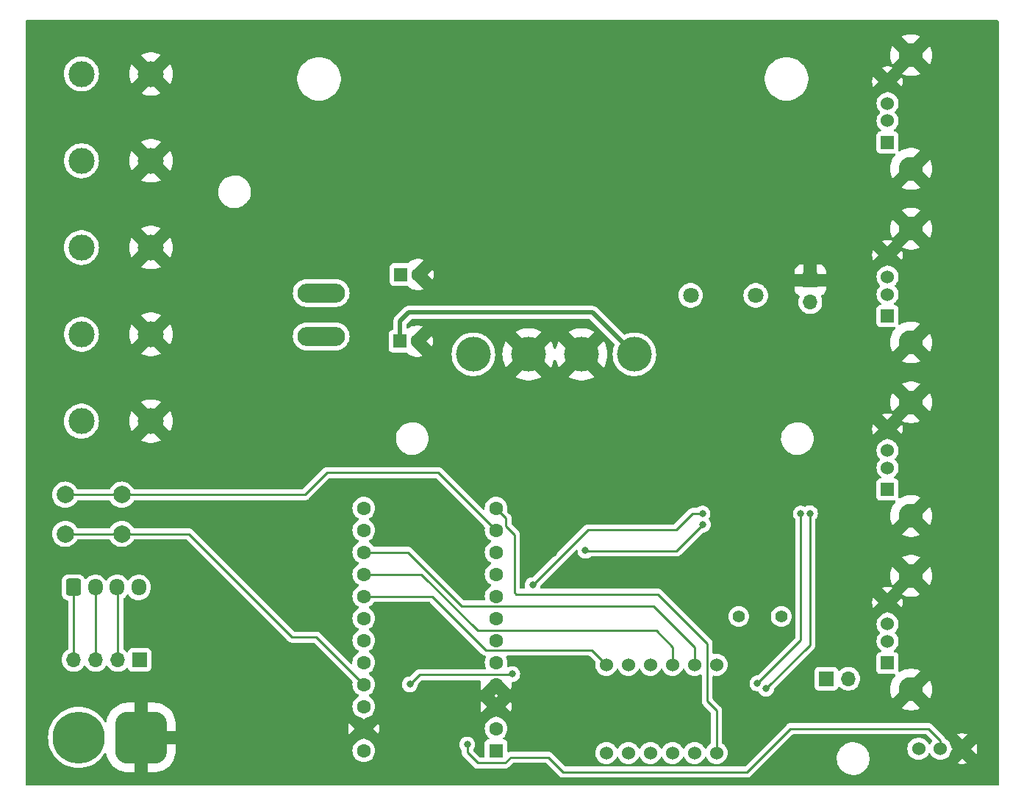
<source format=gbr>
%TF.GenerationSoftware,KiCad,Pcbnew,7.0.7*%
%TF.CreationDate,2024-02-23T22:21:30-08:00*%
%TF.ProjectId,PDB,5044422e-6b69-4636-9164-5f7063625858,rev?*%
%TF.SameCoordinates,Original*%
%TF.FileFunction,Copper,L2,Bot*%
%TF.FilePolarity,Positive*%
%FSLAX46Y46*%
G04 Gerber Fmt 4.6, Leading zero omitted, Abs format (unit mm)*
G04 Created by KiCad (PCBNEW 7.0.7) date 2024-02-23 22:21:30*
%MOMM*%
%LPD*%
G01*
G04 APERTURE LIST*
G04 Aperture macros list*
%AMRoundRect*
0 Rectangle with rounded corners*
0 $1 Rounding radius*
0 $2 $3 $4 $5 $6 $7 $8 $9 X,Y pos of 4 corners*
0 Add a 4 corners polygon primitive as box body*
4,1,4,$2,$3,$4,$5,$6,$7,$8,$9,$2,$3,0*
0 Add four circle primitives for the rounded corners*
1,1,$1+$1,$2,$3*
1,1,$1+$1,$4,$5*
1,1,$1+$1,$6,$7*
1,1,$1+$1,$8,$9*
0 Add four rect primitives between the rounded corners*
20,1,$1+$1,$2,$3,$4,$5,0*
20,1,$1+$1,$4,$5,$6,$7,0*
20,1,$1+$1,$6,$7,$8,$9,0*
20,1,$1+$1,$8,$9,$2,$3,0*%
G04 Aperture macros list end*
%TA.AperFunction,ComponentPad*%
%ADD10C,1.524000*%
%TD*%
%TA.AperFunction,ComponentPad*%
%ADD11C,1.400000*%
%TD*%
%TA.AperFunction,ComponentPad*%
%ADD12C,2.000000*%
%TD*%
%TA.AperFunction,ComponentPad*%
%ADD13R,1.700000X1.700000*%
%TD*%
%TA.AperFunction,ComponentPad*%
%ADD14O,1.700000X1.700000*%
%TD*%
%TA.AperFunction,ComponentPad*%
%ADD15R,1.600000X1.600000*%
%TD*%
%TA.AperFunction,ComponentPad*%
%ADD16C,1.600000*%
%TD*%
%TA.AperFunction,ComponentPad*%
%ADD17R,1.524000X1.524000*%
%TD*%
%TA.AperFunction,ComponentPad*%
%ADD18C,2.800000*%
%TD*%
%TA.AperFunction,ComponentPad*%
%ADD19RoundRect,0.250000X-0.600000X-0.725000X0.600000X-0.725000X0.600000X0.725000X-0.600000X0.725000X0*%
%TD*%
%TA.AperFunction,ComponentPad*%
%ADD20O,1.700000X1.950000*%
%TD*%
%TA.AperFunction,ComponentPad*%
%ADD21C,1.800000*%
%TD*%
%TA.AperFunction,ComponentPad*%
%ADD22C,3.000000*%
%TD*%
%TA.AperFunction,ComponentPad*%
%ADD23C,4.000000*%
%TD*%
%TA.AperFunction,ComponentPad*%
%ADD24O,5.500000X2.200000*%
%TD*%
%TA.AperFunction,ComponentPad*%
%ADD25RoundRect,1.500000X1.500000X1.500000X-1.500000X1.500000X-1.500000X-1.500000X1.500000X-1.500000X0*%
%TD*%
%TA.AperFunction,ComponentPad*%
%ADD26C,6.000000*%
%TD*%
%TA.AperFunction,ViaPad*%
%ADD27C,0.800000*%
%TD*%
%TA.AperFunction,Conductor*%
%ADD28C,0.250000*%
%TD*%
%TA.AperFunction,Conductor*%
%ADD29C,0.500000*%
%TD*%
G04 APERTURE END LIST*
D10*
%TO.P,SW2,1,A*%
%TO.N,/5v*%
X160415600Y-100863400D03*
%TO.P,SW2,2,B*%
%TO.N,/toggle*%
X162915600Y-100863400D03*
%TO.P,SW2,3,C*%
%TO.N,GND*%
X165415600Y-100863400D03*
%TD*%
D11*
%TO.P,Y1,1,1*%
%TO.N,Net-(U2-XI)*%
X144613800Y-85623400D03*
%TO.P,Y1,2,2*%
%TO.N,Net-(U2-XO)*%
X139713800Y-85623400D03*
%TD*%
D12*
%TO.P,SW3,1,2*%
%TO.N,/5v*%
X62150000Y-76100000D03*
X68650000Y-76100000D03*
%TO.P,SW3,2,A*%
%TO.N,/BatCal*%
X62150000Y-71600000D03*
X68650000Y-71600000D03*
%TD*%
D13*
%TO.P,J3,1,Pin_1*%
%TO.N,/5v*%
X149800000Y-92800000D03*
D14*
%TO.P,J3,2,Pin_2*%
%TO.N,Net-(DATA1-VCC)*%
X152340000Y-92800000D03*
%TD*%
D15*
%TO.P,C2,1*%
%TO.N,/5v*%
X100695688Y-53898800D03*
D16*
%TO.P,C2,2*%
%TO.N,GND*%
X102695688Y-53898800D03*
%TD*%
D13*
%TO.P,J1,1,Pin_1*%
%TO.N,GND*%
X147955000Y-46883400D03*
D14*
%TO.P,J1,2,Pin_2*%
%TO.N,/base*%
X147955000Y-49423400D03*
%TD*%
D17*
%TO.P,USB2,1,VCC*%
%TO.N,/5v*%
X156845000Y-50998000D03*
D10*
%TO.P,USB2,2,D-*%
%TO.N,unconnected-(USB2-D--Pad2)*%
X156845000Y-48498000D03*
%TO.P,USB2,3,D+*%
%TO.N,unconnected-(USB2-D+-Pad3)*%
X156845000Y-46498000D03*
%TO.P,USB2,4,GND*%
%TO.N,GND*%
X156845000Y-43998000D03*
D18*
%TO.P,USB2,5,Shield*%
X159555000Y-40948000D03*
%TO.P,USB2,6,Shield*%
X159555000Y-54048000D03*
%TD*%
D19*
%TO.P,Jst1,1,Pin_3*%
%TO.N,/Cell1+2+3*%
X63093600Y-82270600D03*
D20*
%TO.P,Jst1,2,Pin_2*%
%TO.N,/Cell1+2*%
X65593600Y-82270600D03*
%TO.P,Jst1,3,Pin_1*%
%TO.N,/Cell1*%
X68093600Y-82270600D03*
%TO.P,Jst1,4,GND*%
%TO.N,unconnected-(Jst1-GND-Pad4)*%
X70593600Y-82270600D03*
%TD*%
D10*
%TO.P,D3,1,E*%
%TO.N,Net-(D3-E)*%
X124460000Y-101346000D03*
%TO.P,D3,2,D*%
%TO.N,Net-(D3-D)*%
X127000000Y-101346000D03*
%TO.P,D3,3,DP*%
%TO.N,Net-(D3-DP)*%
X129540000Y-101346000D03*
%TO.P,D3,4,C*%
%TO.N,Net-(D3-C)*%
X132080000Y-101346000D03*
%TO.P,D3,5,G*%
%TO.N,Net-(D3-G)*%
X134620000Y-101346000D03*
%TO.P,D3,6,Dig4*%
%TO.N,/Dig4*%
X137160000Y-101346000D03*
%TO.P,D3,7,B*%
%TO.N,Net-(D3-B)*%
X137160000Y-91186000D03*
%TO.P,D3,8,Dig3*%
%TO.N,/Dig3*%
X134620000Y-91186000D03*
%TO.P,D3,9,Dig2*%
%TO.N,/Dig2*%
X132080000Y-91186000D03*
%TO.P,D3,10,F*%
%TO.N,Net-(D3-F)*%
X129540000Y-91186000D03*
%TO.P,D3,11,A*%
%TO.N,Net-(D3-A)*%
X127000000Y-91186000D03*
%TO.P,D3,12,Dig1*%
%TO.N,/Dig1*%
X124460000Y-91186000D03*
%TD*%
D21*
%TO.P,B1,1,input*%
%TO.N,/5v*%
X134172000Y-48614000D03*
%TO.P,B1,2,output*%
%TO.N,/collector*%
X141672000Y-48614000D03*
%TD*%
D17*
%TO.P,USB3,1,VCC*%
%TO.N,/5v*%
X156845000Y-70998000D03*
D10*
%TO.P,USB3,2,D-*%
%TO.N,unconnected-(USB3-D--Pad2)*%
X156845000Y-68498000D03*
%TO.P,USB3,3,D+*%
%TO.N,unconnected-(USB3-D+-Pad3)*%
X156845000Y-66498000D03*
%TO.P,USB3,4,GND*%
%TO.N,GND*%
X156845000Y-63998000D03*
D18*
%TO.P,USB3,5,Shield*%
X159555000Y-60948000D03*
%TO.P,USB3,6,Shield*%
X159555000Y-74048000D03*
%TD*%
D22*
%TO.P,A2,1,ground*%
%TO.N,GND*%
X72000000Y-33113400D03*
%TO.P,A2,2,power*%
%TO.N,/12v*%
X64000000Y-33113400D03*
%TD*%
D15*
%TO.P,Pro1,1,TX*%
%TO.N,/Tx*%
X111760000Y-101092000D03*
D16*
%TO.P,Pro1,2,RX*%
%TO.N,/Rx*%
X111760000Y-98552000D03*
%TO.P,Pro1,3,GND*%
%TO.N,GND*%
X111760000Y-96012000D03*
%TO.P,Pro1,4,GND*%
X111760000Y-93472000D03*
%TO.P,Pro1,5,2*%
%TO.N,/SDA*%
X111760000Y-90932000D03*
%TO.P,Pro1,6,3*%
%TO.N,/SCL*%
X111760000Y-88392000D03*
%TO.P,Pro1,7,4*%
%TO.N,unconnected-(Pro1-4-Pad7)*%
X111760000Y-85852000D03*
%TO.P,Pro1,8,5*%
%TO.N,unconnected-(Pro1-5-Pad8)*%
X111760000Y-83312000D03*
%TO.P,Pro1,9,6*%
%TO.N,unconnected-(Pro1-6-Pad9)*%
X111760000Y-80772000D03*
%TO.P,Pro1,10,7*%
%TO.N,unconnected-(Pro1-7-Pad10)*%
X111760000Y-78232000D03*
%TO.P,Pro1,11,8*%
%TO.N,/BatCal*%
X111760000Y-75692000D03*
%TO.P,Pro1,12,9*%
%TO.N,/Dig4*%
X111760000Y-73152000D03*
%TO.P,Pro1,13,10*%
%TO.N,/Buzzer*%
X96520000Y-73152000D03*
%TO.P,Pro1,14,16*%
%TO.N,/toggle*%
X96520000Y-75692000D03*
%TO.P,Pro1,15,14*%
%TO.N,/Dig3*%
X96520000Y-78232000D03*
%TO.P,Pro1,16,15*%
%TO.N,/Dig2*%
X96520000Y-80772000D03*
%TO.P,Pro1,17,A0*%
%TO.N,/Dig1*%
X96520000Y-83312000D03*
%TO.P,Pro1,18,A1*%
%TO.N,/Cell1+2+3_s*%
X96520000Y-85852000D03*
%TO.P,Pro1,19,A2*%
%TO.N,/Cell1+2_s*%
X96520000Y-88392000D03*
%TO.P,Pro1,20,A3*%
%TO.N,/Cell1_s*%
X96520000Y-90932000D03*
%TO.P,Pro1,21,VCC*%
%TO.N,/5v*%
X96520000Y-93472000D03*
%TO.P,Pro1,22,RST*%
%TO.N,unconnected-(Pro1-RST-Pad22)*%
X96520000Y-96012000D03*
%TO.P,Pro1,23,GND*%
%TO.N,GND*%
X96520000Y-98552000D03*
%TO.P,Pro1,24,RAW*%
%TO.N,unconnected-(Pro1-RAW-Pad24)*%
X96520000Y-101092000D03*
%TD*%
D22*
%TO.P,A4,1,ground*%
%TO.N,GND*%
X72000000Y-53113400D03*
%TO.P,A4,2,power*%
%TO.N,/12v*%
X64000000Y-53113400D03*
%TD*%
D17*
%TO.P,USB1,1,VCC*%
%TO.N,/5v*%
X156845000Y-30998000D03*
D10*
%TO.P,USB1,2,D-*%
%TO.N,unconnected-(USB1-D--Pad2)*%
X156845000Y-28498000D03*
%TO.P,USB1,3,D+*%
%TO.N,unconnected-(USB1-D+-Pad3)*%
X156845000Y-26498000D03*
%TO.P,USB1,4,GND*%
%TO.N,GND*%
X156845000Y-23998000D03*
D18*
%TO.P,USB1,5,Shield*%
X159555000Y-20948000D03*
%TO.P,USB1,6,Shield*%
X159555000Y-34048000D03*
%TD*%
D15*
%TO.P,C1,1*%
%TO.N,/12v*%
X100797288Y-46228000D03*
D16*
%TO.P,C1,2*%
%TO.N,GND*%
X102797288Y-46228000D03*
%TD*%
D22*
%TO.P,A5,1,ground*%
%TO.N,GND*%
X72000000Y-63113400D03*
%TO.P,A5,2,power*%
%TO.N,/12v*%
X64000000Y-63113400D03*
%TD*%
%TO.P,A3,1,ground*%
%TO.N,GND*%
X72000000Y-43113400D03*
%TO.P,A3,2,power*%
%TO.N,/12v*%
X64000000Y-43113400D03*
%TD*%
D23*
%TO.P,Converter1,1,OUT+*%
%TO.N,/5v*%
X127685800Y-55422800D03*
%TO.P,Converter1,2,OUT-*%
%TO.N,GND*%
X121589800Y-55422800D03*
%TO.P,Converter1,3,IN-*%
X115493800Y-55422800D03*
%TO.P,Converter1,4,IN+*%
%TO.N,/12v*%
X109143800Y-55422800D03*
%TD*%
D22*
%TO.P,A1,1,ground*%
%TO.N,GND*%
X72000000Y-23113400D03*
%TO.P,A1,2,power*%
%TO.N,/12v*%
X64000000Y-23113400D03*
%TD*%
D24*
%TO.P,Sw1,1,In*%
%TO.N,/fuse out*%
X91617800Y-53340000D03*
%TO.P,Sw1,2,Out*%
%TO.N,/12v*%
X91617800Y-48340000D03*
%TD*%
D25*
%TO.P,Batt1,1,ground*%
%TO.N,GND*%
X70866000Y-99568000D03*
D26*
%TO.P,Batt1,2,power*%
%TO.N,/battery*%
X63666000Y-99568000D03*
%TD*%
D13*
%TO.P,J2,1,Pin_1*%
%TO.N,unconnected-(J2-Pin_1-Pad1)*%
X70713600Y-90627200D03*
D14*
%TO.P,J2,2,Pin_2*%
%TO.N,/Cell1*%
X68173600Y-90627200D03*
%TO.P,J2,3,Pin_3*%
%TO.N,/Cell1+2*%
X65633600Y-90627200D03*
%TO.P,J2,4,Pin_4*%
%TO.N,/Cell1+2+3*%
X63093600Y-90627200D03*
%TD*%
D17*
%TO.P,DATA1,1,VCC*%
%TO.N,Net-(DATA1-VCC)*%
X156845000Y-90998000D03*
D10*
%TO.P,DATA1,2,D-*%
%TO.N,Net-(DATA1-D-)*%
X156845000Y-88498000D03*
%TO.P,DATA1,3,D+*%
%TO.N,Net-(DATA1-D+)*%
X156845000Y-86498000D03*
%TO.P,DATA1,4,GND*%
%TO.N,GND*%
X156845000Y-83998000D03*
D18*
%TO.P,DATA1,5,Shield*%
X159555000Y-80948000D03*
%TO.P,DATA1,6,Shield*%
X159555000Y-94048000D03*
%TD*%
D27*
%TO.N,GND*%
X118338600Y-78359000D03*
X135953200Y-68516200D03*
X93599000Y-74041000D03*
X126060200Y-81407000D03*
X142798800Y-69189600D03*
X127635000Y-70231000D03*
X90804000Y-91568000D03*
%TO.N,/5v*%
X101828600Y-93446600D03*
X113614200Y-92252800D03*
%TO.N,/Tx*%
X142849600Y-93954600D03*
X147907200Y-73736200D03*
%TO.N,/toggle*%
X108432600Y-100380800D03*
%TO.N,/Rx*%
X141859000Y-93345000D03*
X146853296Y-73765505D03*
%TO.N,/SDA*%
X135534400Y-73761600D03*
X115976400Y-82016600D03*
%TO.N,/SCL*%
X122047000Y-78028800D03*
X135585200Y-75031600D03*
%TD*%
D28*
%TO.N,/5v*%
X91350000Y-88302000D02*
X96520000Y-93472000D01*
X76361305Y-76100000D02*
X88261305Y-88000000D01*
X88261305Y-88000000D02*
X91050000Y-88000000D01*
X91050000Y-88000000D02*
X91350000Y-88300000D01*
X68650000Y-76100000D02*
X76361305Y-76100000D01*
X91350000Y-88300000D02*
X91350000Y-88302000D01*
X62150000Y-76100000D02*
X68650000Y-76100000D01*
%TO.N,/BatCal*%
X105118000Y-69050000D02*
X111760000Y-75692000D01*
X92300000Y-69050000D02*
X105118000Y-69050000D01*
X68650000Y-71600000D02*
X89750000Y-71600000D01*
X89750000Y-71600000D02*
X92300000Y-69050000D01*
X62150000Y-71600000D02*
X68650000Y-71600000D01*
%TO.N,unconnected-(Jst1-GND-Pad4)*%
X70713600Y-82390600D02*
X70593600Y-82270600D01*
D29*
%TO.N,/5v*%
X101701600Y-50596800D02*
X122859800Y-50596800D01*
D28*
X113520000Y-92347000D02*
X102928200Y-92347000D01*
X102928200Y-92347000D02*
X101828600Y-93446600D01*
D29*
X100695688Y-51602712D02*
X101701600Y-50596800D01*
D28*
X113614200Y-92252800D02*
X113520000Y-92347000D01*
D29*
X122859800Y-50596800D02*
X127685800Y-55422800D01*
X100695688Y-53898800D02*
X100695688Y-51602712D01*
D28*
%TO.N,/Dig4*%
X112903000Y-74295000D02*
X111760000Y-73152000D01*
X114096800Y-83058000D02*
X114071400Y-83083400D01*
X113855500Y-76187300D02*
X112903000Y-75234800D01*
X136073000Y-88752800D02*
X130378200Y-83058000D01*
X113855500Y-82867500D02*
X113855500Y-76187300D01*
X137160000Y-96469200D02*
X136073000Y-95382200D01*
X136073000Y-95382200D02*
X136073000Y-88752800D01*
X130378200Y-83058000D02*
X114096800Y-83058000D01*
X112903000Y-75234800D02*
X112903000Y-74295000D01*
X114071400Y-83083400D02*
X113855500Y-82867500D01*
X137160000Y-101346000D02*
X137160000Y-96469200D01*
%TO.N,/Dig3*%
X134620000Y-89154000D02*
X129903000Y-84437000D01*
X134620000Y-91186000D02*
X134620000Y-89154000D01*
X101600000Y-78232000D02*
X96520000Y-78232000D01*
X129903000Y-84437000D02*
X107805000Y-84437000D01*
X107805000Y-84437000D02*
X101600000Y-78232000D01*
%TO.N,/Dig2*%
X132080000Y-91186000D02*
X132080000Y-89154000D01*
X132080000Y-89154000D02*
X130193000Y-87267000D01*
X130193000Y-87267000D02*
X109619000Y-87267000D01*
X103124000Y-80772000D02*
X96520000Y-80772000D01*
X109619000Y-87267000D02*
X103124000Y-80772000D01*
%TO.N,/Dig1*%
X104394000Y-83312000D02*
X96520000Y-83312000D01*
X124460000Y-91186000D02*
X122791000Y-89517000D01*
X122791000Y-89517000D02*
X110599000Y-89517000D01*
X110599000Y-89517000D02*
X104394000Y-83312000D01*
%TO.N,/Cell1*%
X68173600Y-90627200D02*
X68173600Y-82350600D01*
X68173600Y-82350600D02*
X68093600Y-82270600D01*
%TO.N,/Cell1+2*%
X65633600Y-90627200D02*
X65633600Y-82310600D01*
X65633600Y-82310600D02*
X65593600Y-82270600D01*
%TO.N,/Cell1+2+3*%
X63093600Y-90627200D02*
X63093600Y-82270600D01*
%TO.N,/Tx*%
X147904200Y-73739200D02*
X147907200Y-73736200D01*
X147904200Y-88900000D02*
X147904200Y-73739200D01*
X142849600Y-93954600D02*
X147904200Y-88900000D01*
%TO.N,/toggle*%
X162915600Y-100863400D02*
X162915600Y-99949000D01*
X108432600Y-101320600D02*
X108432600Y-100380800D01*
X140665200Y-103555800D02*
X119481600Y-103555800D01*
X161518600Y-98552000D02*
X145669000Y-98552000D01*
X113436400Y-101854000D02*
X112776000Y-102514400D01*
X112776000Y-102514400D02*
X109626400Y-102514400D01*
X145669000Y-98552000D02*
X140665200Y-103555800D01*
X117779800Y-101854000D02*
X113436400Y-101854000D01*
X109626400Y-102514400D02*
X108432600Y-101320600D01*
X119481600Y-103555800D02*
X117779800Y-101854000D01*
X162915600Y-99949000D02*
X161518600Y-98552000D01*
%TO.N,/Rx*%
X146853296Y-73765505D02*
X146862800Y-73775009D01*
X146862800Y-88341200D02*
X141859000Y-93345000D01*
X146862800Y-73775009D02*
X146862800Y-88341200D01*
%TO.N,/SDA*%
X115976400Y-82016600D02*
X122326400Y-75666600D01*
X132511800Y-75666600D02*
X134416800Y-73761600D01*
X134416800Y-73761600D02*
X135534400Y-73761600D01*
X122326400Y-75666600D02*
X132511800Y-75666600D01*
%TO.N,/SCL*%
X132537200Y-78079600D02*
X135585200Y-75031600D01*
X122097800Y-78079600D02*
X132537200Y-78079600D01*
X122047000Y-78028800D02*
X122097800Y-78079600D01*
%TD*%
%TA.AperFunction,Conductor*%
%TO.N,GND*%
G36*
X169588721Y-16936402D02*
G01*
X169635214Y-16990058D01*
X169646600Y-17042400D01*
X169646600Y-105004600D01*
X169626598Y-105072721D01*
X169572942Y-105119214D01*
X169520600Y-105130600D01*
X57682400Y-105130600D01*
X57614279Y-105110598D01*
X57567786Y-105056942D01*
X57556400Y-105004600D01*
X57556400Y-99568006D01*
X60152685Y-99568006D01*
X60171929Y-99935232D01*
X60229458Y-100298457D01*
X60324640Y-100653680D01*
X60456422Y-100996984D01*
X60456426Y-100996992D01*
X60623380Y-101324658D01*
X60823662Y-101633067D01*
X60823674Y-101633084D01*
X61055085Y-101918853D01*
X61055099Y-101918868D01*
X61315131Y-102178900D01*
X61315146Y-102178914D01*
X61600915Y-102410325D01*
X61600932Y-102410337D01*
X61724187Y-102490379D01*
X61909342Y-102610620D01*
X62237006Y-102777573D01*
X62237010Y-102777574D01*
X62237015Y-102777577D01*
X62580319Y-102909359D01*
X62580324Y-102909360D01*
X62580326Y-102909361D01*
X62935541Y-103004541D01*
X63298759Y-103062069D01*
X63298761Y-103062069D01*
X63298767Y-103062070D01*
X63665994Y-103081315D01*
X63666000Y-103081315D01*
X63666006Y-103081315D01*
X64033232Y-103062070D01*
X64033236Y-103062069D01*
X64033241Y-103062069D01*
X64396459Y-103004541D01*
X64751674Y-102909361D01*
X64751677Y-102909359D01*
X64751680Y-102909359D01*
X65094984Y-102777577D01*
X65094985Y-102777576D01*
X65094994Y-102777573D01*
X65422658Y-102610620D01*
X65731075Y-102410332D01*
X65731084Y-102410325D01*
X66016853Y-102178914D01*
X66016858Y-102178908D01*
X66016867Y-102178902D01*
X66276902Y-101918867D01*
X66276908Y-101918858D01*
X66276914Y-101918853D01*
X66508325Y-101633084D01*
X66508326Y-101633081D01*
X66508332Y-101633075D01*
X66663997Y-101393370D01*
X66717872Y-101347135D01*
X66788194Y-101337365D01*
X66852633Y-101367165D01*
X66890733Y-101427073D01*
X66894118Y-101442285D01*
X66921385Y-101614441D01*
X67009149Y-101916524D01*
X67134074Y-102205211D01*
X67134076Y-102205215D01*
X67294208Y-102475984D01*
X67487012Y-102724546D01*
X67487024Y-102724559D01*
X67709440Y-102946975D01*
X67709453Y-102946987D01*
X67958015Y-103139791D01*
X67958014Y-103139791D01*
X68228784Y-103299923D01*
X68228788Y-103299925D01*
X68517475Y-103424850D01*
X68819559Y-103512614D01*
X68819557Y-103512614D01*
X69130265Y-103561826D01*
X69261184Y-103568000D01*
X70116000Y-103568000D01*
X70116000Y-101860600D01*
X70136002Y-101792479D01*
X70189658Y-101745986D01*
X70259932Y-101735882D01*
X70275281Y-101739075D01*
X70416828Y-101777849D01*
X70715380Y-101818000D01*
X70715384Y-101818000D01*
X70941224Y-101818000D01*
X70941228Y-101818000D01*
X71166567Y-101802915D01*
X71461770Y-101742913D01*
X71461771Y-101742912D01*
X71464903Y-101742276D01*
X71535643Y-101748308D01*
X71591891Y-101791628D01*
X71615790Y-101858482D01*
X71616000Y-101865751D01*
X71616000Y-103568000D01*
X72470816Y-103568000D01*
X72601734Y-103561826D01*
X72912441Y-103512614D01*
X73214524Y-103424850D01*
X73503211Y-103299925D01*
X73503215Y-103299923D01*
X73773984Y-103139791D01*
X74022546Y-102946987D01*
X74022559Y-102946975D01*
X74244975Y-102724559D01*
X74244987Y-102724546D01*
X74437791Y-102475984D01*
X74597923Y-102205215D01*
X74597925Y-102205211D01*
X74722850Y-101916524D01*
X74810614Y-101614441D01*
X74859826Y-101303734D01*
X74866000Y-101172816D01*
X74866000Y-101092000D01*
X95206502Y-101092000D01*
X95226457Y-101320087D01*
X95247606Y-101399015D01*
X95285715Y-101541240D01*
X95285717Y-101541246D01*
X95382477Y-101748749D01*
X95499954Y-101916524D01*
X95513802Y-101936300D01*
X95675700Y-102098198D01*
X95863251Y-102229523D01*
X96070757Y-102326284D01*
X96291913Y-102385543D01*
X96520000Y-102405498D01*
X96748087Y-102385543D01*
X96969243Y-102326284D01*
X97176749Y-102229523D01*
X97364300Y-102098198D01*
X97526198Y-101936300D01*
X97657523Y-101748749D01*
X97754284Y-101541243D01*
X97813543Y-101320087D01*
X97833498Y-101092000D01*
X97813543Y-100863913D01*
X97754284Y-100642757D01*
X97657523Y-100435251D01*
X97619395Y-100380799D01*
X107519096Y-100380799D01*
X107539057Y-100570727D01*
X107562462Y-100642757D01*
X107598073Y-100752356D01*
X107602809Y-100760559D01*
X107693557Y-100917740D01*
X107693558Y-100917741D01*
X107693560Y-100917744D01*
X107737228Y-100966243D01*
X107766736Y-100999015D01*
X107797453Y-101063023D01*
X107799099Y-101083325D01*
X107799099Y-101236746D01*
X107797351Y-101252588D01*
X107797644Y-101252616D01*
X107796898Y-101260507D01*
X107799100Y-101330557D01*
X107799100Y-101360451D01*
X107799101Y-101360472D01*
X107799978Y-101367420D01*
X107800444Y-101373332D01*
X107801926Y-101420488D01*
X107801927Y-101420493D01*
X107807577Y-101439939D01*
X107811586Y-101459297D01*
X107814125Y-101479393D01*
X107814126Y-101479399D01*
X107831493Y-101523262D01*
X107833416Y-101528879D01*
X107846582Y-101574193D01*
X107856894Y-101591631D01*
X107865588Y-101609379D01*
X107873044Y-101628209D01*
X107873050Y-101628220D01*
X107900777Y-101666383D01*
X107904037Y-101671346D01*
X107928060Y-101711965D01*
X107942379Y-101726284D01*
X107955217Y-101741314D01*
X107964756Y-101754443D01*
X107967128Y-101757707D01*
X107991473Y-101777847D01*
X108003486Y-101787785D01*
X108007867Y-101791771D01*
X108564978Y-102348882D01*
X109119153Y-102903057D01*
X109129120Y-102915497D01*
X109129347Y-102915310D01*
X109134399Y-102921417D01*
X109185495Y-102969399D01*
X109206625Y-102990530D01*
X109212168Y-102994830D01*
X109216681Y-102998685D01*
X109251079Y-103030986D01*
X109251080Y-103030986D01*
X109251082Y-103030988D01*
X109268829Y-103040744D01*
X109285359Y-103051602D01*
X109301359Y-103064013D01*
X109324325Y-103073951D01*
X109344651Y-103082747D01*
X109349985Y-103085359D01*
X109391340Y-103108095D01*
X109410962Y-103113133D01*
X109429663Y-103119535D01*
X109442214Y-103124967D01*
X109448252Y-103127580D01*
X109448253Y-103127580D01*
X109448255Y-103127581D01*
X109494877Y-103134964D01*
X109500662Y-103136163D01*
X109546370Y-103147900D01*
X109566624Y-103147900D01*
X109586334Y-103149451D01*
X109588541Y-103149800D01*
X109606343Y-103152620D01*
X109640872Y-103149356D01*
X109653317Y-103148180D01*
X109659250Y-103147900D01*
X112692147Y-103147900D01*
X112707988Y-103149649D01*
X112708016Y-103149356D01*
X112715902Y-103150100D01*
X112715909Y-103150102D01*
X112785958Y-103147900D01*
X112815856Y-103147900D01*
X112822818Y-103147019D01*
X112828719Y-103146554D01*
X112875889Y-103145073D01*
X112895347Y-103139419D01*
X112914694Y-103135413D01*
X112934797Y-103132874D01*
X112978679Y-103115499D01*
X112984274Y-103113583D01*
X113012816Y-103105291D01*
X113029591Y-103100419D01*
X113029595Y-103100417D01*
X113047026Y-103090108D01*
X113064780Y-103081409D01*
X113083617Y-103073952D01*
X113121786Y-103046218D01*
X113126744Y-103042962D01*
X113167362Y-103018942D01*
X113181685Y-103004618D01*
X113196724Y-102991774D01*
X113198431Y-102990534D01*
X113213107Y-102979872D01*
X113243188Y-102943508D01*
X113247178Y-102939125D01*
X113661900Y-102524404D01*
X113724212Y-102490379D01*
X113750995Y-102487500D01*
X117465206Y-102487500D01*
X117533327Y-102507502D01*
X117554301Y-102524405D01*
X118974353Y-103944457D01*
X118984320Y-103956897D01*
X118984547Y-103956710D01*
X118989599Y-103962817D01*
X118989600Y-103962818D01*
X119040695Y-104010799D01*
X119061831Y-104031935D01*
X119067370Y-104036231D01*
X119071882Y-104040085D01*
X119093453Y-104060342D01*
X119106278Y-104072385D01*
X119106282Y-104072388D01*
X119124030Y-104082145D01*
X119140557Y-104093001D01*
X119156560Y-104105414D01*
X119199859Y-104124151D01*
X119205185Y-104126760D01*
X119246535Y-104149493D01*
X119246538Y-104149494D01*
X119246540Y-104149495D01*
X119266162Y-104154533D01*
X119284863Y-104160935D01*
X119297414Y-104166367D01*
X119303452Y-104168980D01*
X119303453Y-104168980D01*
X119303455Y-104168981D01*
X119350077Y-104176364D01*
X119355862Y-104177563D01*
X119401570Y-104189300D01*
X119421824Y-104189300D01*
X119441534Y-104190851D01*
X119443741Y-104191200D01*
X119461543Y-104194020D01*
X119496072Y-104190756D01*
X119508517Y-104189580D01*
X119514450Y-104189300D01*
X140581347Y-104189300D01*
X140597188Y-104191049D01*
X140597216Y-104190756D01*
X140605102Y-104191500D01*
X140605109Y-104191502D01*
X140675158Y-104189300D01*
X140705056Y-104189300D01*
X140712018Y-104188419D01*
X140717919Y-104187954D01*
X140765089Y-104186473D01*
X140784547Y-104180819D01*
X140803894Y-104176813D01*
X140823997Y-104174274D01*
X140867879Y-104156899D01*
X140873474Y-104154983D01*
X140902016Y-104146691D01*
X140918791Y-104141819D01*
X140918795Y-104141817D01*
X140936226Y-104131508D01*
X140953980Y-104122809D01*
X140972817Y-104115352D01*
X141010986Y-104087618D01*
X141015944Y-104084362D01*
X141056562Y-104060342D01*
X141070885Y-104046018D01*
X141085924Y-104033174D01*
X141102307Y-104021272D01*
X141132393Y-103984903D01*
X141136361Y-103980541D01*
X143041640Y-102075263D01*
X150999128Y-102075263D01*
X151029235Y-102348882D01*
X151029236Y-102348890D01*
X151098859Y-102615201D01*
X151206517Y-102868541D01*
X151206519Y-102868544D01*
X151349918Y-103103512D01*
X151513372Y-103299923D01*
X151526001Y-103315099D01*
X151526006Y-103315104D01*
X151632688Y-103410690D01*
X151731014Y-103498790D01*
X151960588Y-103650675D01*
X151960597Y-103650679D01*
X151960600Y-103650681D01*
X152209827Y-103767514D01*
X152209829Y-103767514D01*
X152209830Y-103767515D01*
X152473429Y-103846820D01*
X152570215Y-103861064D01*
X152745761Y-103886900D01*
X152745765Y-103886900D01*
X152952128Y-103886900D01*
X152987420Y-103884316D01*
X153157935Y-103871837D01*
X153157939Y-103871836D01*
X153157940Y-103871836D01*
X153270240Y-103846820D01*
X153426619Y-103811985D01*
X153683726Y-103713650D01*
X153923775Y-103578928D01*
X154141650Y-103410690D01*
X154332707Y-103212523D01*
X154492875Y-102988649D01*
X154516079Y-102943518D01*
X154618740Y-102743840D01*
X154618741Y-102743837D01*
X154660527Y-102621352D01*
X154694192Y-102522672D01*
X164816986Y-102522672D01*
X164816987Y-102522673D01*
X165022408Y-102586037D01*
X165022420Y-102586039D01*
X165283560Y-102625400D01*
X165547640Y-102625400D01*
X165808779Y-102586039D01*
X165808791Y-102586037D01*
X166014211Y-102522672D01*
X165415600Y-101924060D01*
X165415599Y-101924060D01*
X164816986Y-102522672D01*
X154694192Y-102522672D01*
X154707620Y-102483313D01*
X154757619Y-102212623D01*
X154767672Y-101937537D01*
X154737565Y-101663918D01*
X154728232Y-101628220D01*
X154705493Y-101541240D01*
X154667941Y-101397599D01*
X154572418Y-101172816D01*
X154560282Y-101144258D01*
X154560281Y-101144256D01*
X154416882Y-100909288D01*
X154240800Y-100697702D01*
X154240798Y-100697700D01*
X154240793Y-100697695D01*
X154035786Y-100514010D01*
X154035785Y-100514009D01*
X153806212Y-100362125D01*
X153806204Y-100362121D01*
X153806199Y-100362118D01*
X153556972Y-100245285D01*
X153316691Y-100172996D01*
X153293371Y-100165980D01*
X153293369Y-100165979D01*
X153293367Y-100165979D01*
X153293361Y-100165978D01*
X153021038Y-100125900D01*
X153021035Y-100125900D01*
X152814674Y-100125900D01*
X152814672Y-100125900D01*
X152608860Y-100140963D01*
X152608859Y-100140963D01*
X152340190Y-100200812D01*
X152340175Y-100200817D01*
X152083073Y-100299150D01*
X151843031Y-100433868D01*
X151843027Y-100433870D01*
X151625148Y-100602111D01*
X151625147Y-100602112D01*
X151434094Y-100800275D01*
X151434089Y-100800281D01*
X151273927Y-101024146D01*
X151273920Y-101024157D01*
X151148059Y-101268959D01*
X151148058Y-101268962D01*
X151059181Y-101529482D01*
X151059177Y-101529495D01*
X151009180Y-101800180D01*
X150999128Y-102075263D01*
X143041640Y-102075263D01*
X145894499Y-99222405D01*
X145956812Y-99188379D01*
X145983595Y-99185500D01*
X161204006Y-99185500D01*
X161272127Y-99205502D01*
X161293101Y-99222405D01*
X161937374Y-99866678D01*
X161971400Y-99928990D01*
X161966335Y-99999805D01*
X161941326Y-100038717D01*
X161942154Y-100039412D01*
X161938620Y-100043622D01*
X161811112Y-100225723D01*
X161779795Y-100292883D01*
X161732877Y-100346168D01*
X161664600Y-100365629D01*
X161596640Y-100345087D01*
X161551405Y-100292883D01*
X161530337Y-100247703D01*
X161520088Y-100225724D01*
X161392577Y-100043619D01*
X161235381Y-99886423D01*
X161235377Y-99886420D01*
X161235372Y-99886416D01*
X161053277Y-99758912D01*
X161053275Y-99758911D01*
X160851799Y-99664961D01*
X160851793Y-99664959D01*
X160771154Y-99643352D01*
X160637063Y-99607422D01*
X160415600Y-99588047D01*
X160415599Y-99588047D01*
X160396911Y-99589682D01*
X160194137Y-99607422D01*
X160079062Y-99638256D01*
X159979406Y-99664959D01*
X159979401Y-99664961D01*
X159777923Y-99758912D01*
X159595822Y-99886420D01*
X159595816Y-99886425D01*
X159438625Y-100043616D01*
X159438620Y-100043622D01*
X159311112Y-100225723D01*
X159217161Y-100427201D01*
X159217159Y-100427206D01*
X159193900Y-100514010D01*
X159159622Y-100641937D01*
X159140247Y-100863400D01*
X159159622Y-101084863D01*
X159199433Y-101233437D01*
X159217159Y-101299593D01*
X159217161Y-101299599D01*
X159311111Y-101501075D01*
X159311112Y-101501077D01*
X159438616Y-101683172D01*
X159438620Y-101683177D01*
X159438623Y-101683181D01*
X159595819Y-101840377D01*
X159595823Y-101840380D01*
X159595827Y-101840383D01*
X159699724Y-101913132D01*
X159777923Y-101967888D01*
X159979404Y-102061840D01*
X160194137Y-102119378D01*
X160415600Y-102138753D01*
X160637063Y-102119378D01*
X160851796Y-102061840D01*
X161053277Y-101967888D01*
X161235381Y-101840377D01*
X161392577Y-101683181D01*
X161520088Y-101501077D01*
X161551405Y-101433916D01*
X161598322Y-101380632D01*
X161666599Y-101361171D01*
X161734559Y-101381713D01*
X161779795Y-101433917D01*
X161811111Y-101501075D01*
X161811112Y-101501077D01*
X161938616Y-101683172D01*
X161938620Y-101683177D01*
X161938623Y-101683181D01*
X162095819Y-101840377D01*
X162095823Y-101840380D01*
X162095827Y-101840383D01*
X162199724Y-101913132D01*
X162277923Y-101967888D01*
X162479404Y-102061840D01*
X162694137Y-102119378D01*
X162915600Y-102138753D01*
X163137063Y-102119378D01*
X163351796Y-102061840D01*
X163553277Y-101967888D01*
X163735381Y-101840377D01*
X163892577Y-101683181D01*
X164020088Y-101501077D01*
X164114040Y-101299596D01*
X164171578Y-101084863D01*
X164171579Y-101084855D01*
X164172532Y-101079453D01*
X164174743Y-101079842D01*
X164197071Y-101022707D01*
X164207659Y-101010678D01*
X164354938Y-100863399D01*
X164320402Y-100828863D01*
X164954730Y-100828863D01*
X164961391Y-100917744D01*
X164965025Y-100966241D01*
X164965025Y-100966243D01*
X164990930Y-101032246D01*
X165015356Y-101094481D01*
X165015357Y-101094482D01*
X165101247Y-101202187D01*
X165101250Y-101202189D01*
X165215075Y-101279794D01*
X165215077Y-101279795D01*
X165231346Y-101284813D01*
X165346718Y-101320400D01*
X165449842Y-101320400D01*
X165449847Y-101320400D01*
X165551825Y-101305029D01*
X165675945Y-101245256D01*
X165776933Y-101151553D01*
X165845814Y-101032247D01*
X165876470Y-100897937D01*
X165873882Y-100863399D01*
X166476260Y-100863399D01*
X167073891Y-101461031D01*
X167073891Y-101461030D01*
X167104041Y-101384211D01*
X167162805Y-101126752D01*
X167182540Y-100863399D01*
X167162805Y-100600047D01*
X167104041Y-100342586D01*
X167073892Y-100265768D01*
X167073891Y-100265768D01*
X166476260Y-100863399D01*
X165873882Y-100863399D01*
X165866175Y-100760559D01*
X165862957Y-100752361D01*
X165845674Y-100708324D01*
X165815844Y-100632319D01*
X165766727Y-100570728D01*
X165729952Y-100524612D01*
X165616122Y-100447004D01*
X165484482Y-100406400D01*
X165381353Y-100406400D01*
X165279375Y-100421771D01*
X165279373Y-100421771D01*
X165279372Y-100421772D01*
X165155257Y-100481542D01*
X165155256Y-100481543D01*
X165054266Y-100575247D01*
X164985385Y-100694553D01*
X164957124Y-100818373D01*
X164954730Y-100828863D01*
X164320402Y-100828863D01*
X164207659Y-100716121D01*
X164173634Y-100653809D01*
X164172649Y-100647326D01*
X164172532Y-100647347D01*
X164171579Y-100641944D01*
X164171578Y-100641939D01*
X164171578Y-100641937D01*
X164114040Y-100427204D01*
X164020088Y-100225724D01*
X163892577Y-100043619D01*
X163735381Y-99886423D01*
X163707182Y-99866678D01*
X163609753Y-99798457D01*
X163553277Y-99758912D01*
X163553276Y-99758911D01*
X163548771Y-99755757D01*
X163550130Y-99753815D01*
X163508104Y-99709685D01*
X163504496Y-99702058D01*
X163501618Y-99695407D01*
X163498138Y-99689523D01*
X163491305Y-99677969D01*
X163482610Y-99660222D01*
X163475152Y-99641383D01*
X163447421Y-99603215D01*
X163444162Y-99598255D01*
X163439092Y-99589682D01*
X163420142Y-99557637D01*
X163420141Y-99557635D01*
X163405818Y-99543312D01*
X163392977Y-99528279D01*
X163381071Y-99511892D01*
X163357798Y-99492639D01*
X163344708Y-99481810D01*
X163340336Y-99477831D01*
X163066631Y-99204126D01*
X164816986Y-99204126D01*
X165415599Y-99802739D01*
X165415600Y-99802739D01*
X166014212Y-99204126D01*
X166014211Y-99204125D01*
X165808791Y-99140762D01*
X165808779Y-99140760D01*
X165547640Y-99101400D01*
X165283560Y-99101400D01*
X165022414Y-99140760D01*
X165022413Y-99140761D01*
X164816987Y-99204125D01*
X164816986Y-99204126D01*
X163066631Y-99204126D01*
X162025844Y-98163339D01*
X162015879Y-98150901D01*
X162015652Y-98151090D01*
X162010601Y-98144984D01*
X162010600Y-98144982D01*
X161959521Y-98097016D01*
X161949030Y-98086525D01*
X161938377Y-98075871D01*
X161938372Y-98075866D01*
X161932825Y-98071563D01*
X161928317Y-98067712D01*
X161893925Y-98035417D01*
X161893919Y-98035413D01*
X161876163Y-98025651D01*
X161859647Y-98014802D01*
X161843641Y-98002386D01*
X161812889Y-97989078D01*
X161800340Y-97983648D01*
X161795008Y-97981036D01*
X161753661Y-97958305D01*
X161734036Y-97953266D01*
X161715336Y-97946864D01*
X161696745Y-97938819D01*
X161696743Y-97938818D01*
X161696742Y-97938818D01*
X161650142Y-97931437D01*
X161644329Y-97930233D01*
X161598630Y-97918500D01*
X161578376Y-97918500D01*
X161558666Y-97916949D01*
X161538657Y-97913780D01*
X161538656Y-97913780D01*
X161491683Y-97918220D01*
X161485750Y-97918500D01*
X145752853Y-97918500D01*
X145737011Y-97916750D01*
X145736984Y-97917044D01*
X145729091Y-97916297D01*
X145659028Y-97918500D01*
X145629144Y-97918500D01*
X145629140Y-97918500D01*
X145629129Y-97918501D01*
X145622190Y-97919377D01*
X145616277Y-97919843D01*
X145569114Y-97921325D01*
X145569107Y-97921327D01*
X145549649Y-97926979D01*
X145530304Y-97930985D01*
X145510206Y-97933525D01*
X145510197Y-97933527D01*
X145466331Y-97950894D01*
X145460716Y-97952817D01*
X145415408Y-97965981D01*
X145397964Y-97976297D01*
X145380218Y-97984990D01*
X145361382Y-97992448D01*
X145323209Y-98020181D01*
X145318248Y-98023440D01*
X145277638Y-98047458D01*
X145263311Y-98061784D01*
X145248285Y-98074617D01*
X145231895Y-98086525D01*
X145231893Y-98086527D01*
X145201808Y-98122892D01*
X145197812Y-98127283D01*
X140439700Y-102885395D01*
X140377388Y-102919421D01*
X140350605Y-102922300D01*
X119796194Y-102922300D01*
X119728073Y-102902298D01*
X119707099Y-102885395D01*
X119000618Y-102178914D01*
X118287044Y-101465339D01*
X118277079Y-101452901D01*
X118276852Y-101453090D01*
X118271801Y-101446984D01*
X118271800Y-101446982D01*
X118220720Y-101399015D01*
X118215077Y-101393372D01*
X118199577Y-101377871D01*
X118199572Y-101377866D01*
X118194025Y-101373563D01*
X118189517Y-101369712D01*
X118155125Y-101337417D01*
X118155119Y-101337413D01*
X118137363Y-101327651D01*
X118120847Y-101316802D01*
X118104841Y-101304386D01*
X118074089Y-101291078D01*
X118061540Y-101285648D01*
X118056208Y-101283036D01*
X118014861Y-101260305D01*
X117995236Y-101255266D01*
X117976536Y-101248864D01*
X117957945Y-101240819D01*
X117957943Y-101240818D01*
X117957942Y-101240818D01*
X117911342Y-101233437D01*
X117905529Y-101232233D01*
X117859830Y-101220500D01*
X117839576Y-101220500D01*
X117819866Y-101218949D01*
X117799857Y-101215780D01*
X117799856Y-101215780D01*
X117752883Y-101220220D01*
X117746950Y-101220500D01*
X113520254Y-101220500D01*
X113504412Y-101218750D01*
X113504385Y-101219044D01*
X113496492Y-101218297D01*
X113426429Y-101220500D01*
X113396544Y-101220500D01*
X113396540Y-101220500D01*
X113396529Y-101220501D01*
X113389590Y-101221377D01*
X113383677Y-101221843D01*
X113336511Y-101223325D01*
X113317050Y-101228979D01*
X113297704Y-101232985D01*
X113277606Y-101235525D01*
X113277603Y-101235525D01*
X113277603Y-101235526D01*
X113265161Y-101240452D01*
X113240879Y-101250065D01*
X113170179Y-101256541D01*
X113107200Y-101223767D01*
X113071938Y-101162146D01*
X113068500Y-101132911D01*
X113068500Y-100243367D01*
X113068499Y-100243350D01*
X113061990Y-100182803D01*
X113061988Y-100182795D01*
X113025811Y-100085804D01*
X113010889Y-100045796D01*
X113010888Y-100045794D01*
X113010887Y-100045792D01*
X112923261Y-99928738D01*
X112806207Y-99841112D01*
X112806202Y-99841110D01*
X112669204Y-99790011D01*
X112669196Y-99790009D01*
X112659802Y-99789000D01*
X112594210Y-99761832D01*
X112553718Y-99703514D01*
X112551184Y-99632563D01*
X112587410Y-99571504D01*
X112601004Y-99560506D01*
X112601278Y-99560313D01*
X112604300Y-99558198D01*
X112766198Y-99396300D01*
X112897523Y-99208749D01*
X112994284Y-99001243D01*
X113053543Y-98780087D01*
X113073498Y-98552000D01*
X113053543Y-98323913D01*
X112994284Y-98102757D01*
X112897523Y-97895251D01*
X112766198Y-97707700D01*
X112604300Y-97545802D01*
X112543065Y-97502925D01*
X112416749Y-97414477D01*
X112209246Y-97317717D01*
X112209240Y-97317715D01*
X111988083Y-97258456D01*
X111988072Y-97258454D01*
X111987413Y-97258397D01*
X111987140Y-97258290D01*
X111982665Y-97257501D01*
X111982823Y-97256601D01*
X111921298Y-97232527D01*
X111909312Y-97221973D01*
X111760000Y-97072660D01*
X111759999Y-97072660D01*
X111610686Y-97221973D01*
X111548374Y-97255999D01*
X111532587Y-97258397D01*
X111531927Y-97258454D01*
X111531916Y-97258456D01*
X111310759Y-97317715D01*
X111310753Y-97317717D01*
X111103250Y-97414477D01*
X110915703Y-97545799D01*
X110915697Y-97545804D01*
X110753804Y-97707697D01*
X110753799Y-97707703D01*
X110622477Y-97895250D01*
X110525717Y-98102753D01*
X110525715Y-98102759D01*
X110473780Y-98296585D01*
X110466457Y-98323913D01*
X110446502Y-98552000D01*
X110466457Y-98780087D01*
X110473780Y-98807415D01*
X110525715Y-99001240D01*
X110525717Y-99001246D01*
X110622477Y-99208749D01*
X110753799Y-99396296D01*
X110753804Y-99396302D01*
X110915697Y-99558195D01*
X110915706Y-99558203D01*
X110919001Y-99560510D01*
X110963329Y-99615968D01*
X110970637Y-99686587D01*
X110938605Y-99749947D01*
X110877403Y-99785931D01*
X110860197Y-99789000D01*
X110850803Y-99790009D01*
X110850795Y-99790011D01*
X110713797Y-99841110D01*
X110713792Y-99841112D01*
X110596738Y-99928738D01*
X110509112Y-100045792D01*
X110509110Y-100045797D01*
X110458011Y-100182795D01*
X110458009Y-100182803D01*
X110451500Y-100243350D01*
X110451500Y-101754900D01*
X110431498Y-101823021D01*
X110377842Y-101869514D01*
X110325500Y-101880900D01*
X109940995Y-101880900D01*
X109872874Y-101860898D01*
X109851899Y-101843995D01*
X109139638Y-101131733D01*
X109105613Y-101069421D01*
X109110678Y-100998605D01*
X109135096Y-100958330D01*
X109171640Y-100917744D01*
X109267127Y-100752356D01*
X109326142Y-100570728D01*
X109346104Y-100380800D01*
X109326142Y-100190872D01*
X109267127Y-100009244D01*
X109171640Y-99843856D01*
X109171638Y-99843854D01*
X109171634Y-99843848D01*
X109043855Y-99701935D01*
X108889352Y-99589682D01*
X108714888Y-99512006D01*
X108528087Y-99472300D01*
X108337113Y-99472300D01*
X108150311Y-99512006D01*
X107975847Y-99589682D01*
X107821344Y-99701935D01*
X107693565Y-99843848D01*
X107693558Y-99843858D01*
X107598076Y-100009238D01*
X107598073Y-100009245D01*
X107539057Y-100190872D01*
X107519096Y-100380799D01*
X97619395Y-100380799D01*
X97526198Y-100247700D01*
X97364300Y-100085802D01*
X97342656Y-100070647D01*
X97176749Y-99954477D01*
X96969246Y-99857717D01*
X96969240Y-99857715D01*
X96807347Y-99814335D01*
X96748087Y-99798457D01*
X96748086Y-99798456D01*
X96748083Y-99798456D01*
X96747414Y-99798398D01*
X96747137Y-99798289D01*
X96742665Y-99797501D01*
X96742823Y-99796601D01*
X96681298Y-99772529D01*
X96669311Y-99761973D01*
X96519999Y-99612660D01*
X96519998Y-99612660D01*
X96370685Y-99761973D01*
X96308373Y-99795999D01*
X96292588Y-99798397D01*
X96291925Y-99798455D01*
X96291916Y-99798456D01*
X96070759Y-99857715D01*
X96070753Y-99857717D01*
X95863250Y-99954477D01*
X95675703Y-100085799D01*
X95675697Y-100085804D01*
X95513804Y-100247697D01*
X95513799Y-100247703D01*
X95382477Y-100435250D01*
X95285717Y-100642753D01*
X95285715Y-100642759D01*
X95254151Y-100760558D01*
X95226457Y-100863913D01*
X95206502Y-101092000D01*
X74866000Y-101092000D01*
X74866000Y-100318000D01*
X73160125Y-100318000D01*
X73092004Y-100297998D01*
X73045511Y-100244342D01*
X73035407Y-100174068D01*
X73039782Y-100154669D01*
X73041987Y-100147560D01*
X73059606Y-100090763D01*
X73109711Y-99793719D01*
X73119777Y-99492648D01*
X73089624Y-99192921D01*
X73037264Y-98973208D01*
X73040930Y-98902307D01*
X73082346Y-98844642D01*
X73148363Y-98818523D01*
X73159832Y-98818000D01*
X74866000Y-98818000D01*
X74866000Y-98552000D01*
X94714953Y-98552000D01*
X94735115Y-98821032D01*
X94795145Y-99084045D01*
X94795147Y-99084051D01*
X94832390Y-99178946D01*
X94832391Y-99178946D01*
X95421452Y-98589886D01*
X95966123Y-98589886D01*
X95996884Y-98737915D01*
X95996885Y-98737919D01*
X95996886Y-98737920D01*
X96066439Y-98872151D01*
X96066443Y-98872157D01*
X96169638Y-98982652D01*
X96298819Y-99061209D01*
X96444402Y-99102000D01*
X96444404Y-99102000D01*
X96557622Y-99102000D01*
X96557635Y-99101999D01*
X96643813Y-99090153D01*
X96669783Y-99086584D01*
X96808458Y-99026349D01*
X96925739Y-98930934D01*
X97012928Y-98807415D01*
X97063559Y-98664953D01*
X97071286Y-98551999D01*
X97580660Y-98551999D01*
X98207607Y-99178946D01*
X98244854Y-99084044D01*
X98304884Y-98821032D01*
X98325046Y-98551999D01*
X98304884Y-98282967D01*
X98244854Y-98019954D01*
X98207607Y-97925052D01*
X98207607Y-97925051D01*
X97580660Y-98551998D01*
X97580660Y-98551999D01*
X97071286Y-98551999D01*
X97073877Y-98514114D01*
X97043116Y-98366085D01*
X97043114Y-98366081D01*
X97043114Y-98366080D01*
X97043113Y-98366079D01*
X96973560Y-98231848D01*
X96973558Y-98231844D01*
X96870362Y-98121348D01*
X96870361Y-98121347D01*
X96741180Y-98042790D01*
X96595598Y-98002000D01*
X96595596Y-98002000D01*
X96482378Y-98002000D01*
X96482364Y-98002000D01*
X96370225Y-98017414D01*
X96370216Y-98017416D01*
X96231543Y-98077650D01*
X96114262Y-98173064D01*
X96027070Y-98296588D01*
X95976441Y-98439045D01*
X95976440Y-98439050D01*
X95966123Y-98589884D01*
X95966123Y-98589886D01*
X95421452Y-98589886D01*
X95459339Y-98551999D01*
X94832392Y-97925052D01*
X94832390Y-97925052D01*
X94795147Y-98019948D01*
X94795145Y-98019954D01*
X94735115Y-98282967D01*
X94714953Y-98552000D01*
X74866000Y-98552000D01*
X74866000Y-97963184D01*
X74859826Y-97832265D01*
X74810614Y-97521558D01*
X74722850Y-97219475D01*
X74597925Y-96930788D01*
X74597923Y-96930784D01*
X74437791Y-96660015D01*
X74244987Y-96411453D01*
X74244975Y-96411440D01*
X74022559Y-96189024D01*
X74022546Y-96189012D01*
X73773984Y-95996208D01*
X73773985Y-95996208D01*
X73503215Y-95836076D01*
X73503211Y-95836074D01*
X73214524Y-95711149D01*
X72912440Y-95623385D01*
X72912442Y-95623385D01*
X72601734Y-95574173D01*
X72470816Y-95568000D01*
X71616000Y-95568000D01*
X71616000Y-97275399D01*
X71595998Y-97343520D01*
X71542342Y-97390013D01*
X71472068Y-97400117D01*
X71456712Y-97396922D01*
X71315177Y-97358152D01*
X71315178Y-97358152D01*
X71315173Y-97358151D01*
X71315172Y-97358151D01*
X71016620Y-97318000D01*
X70790772Y-97318000D01*
X70565432Y-97333084D01*
X70565433Y-97333085D01*
X70565424Y-97333086D01*
X70267097Y-97393723D01*
X70196357Y-97387690D01*
X70140109Y-97344370D01*
X70116210Y-97277517D01*
X70116000Y-97270248D01*
X70116000Y-95568000D01*
X69261184Y-95568000D01*
X69130265Y-95574173D01*
X68819558Y-95623385D01*
X68517475Y-95711149D01*
X68228788Y-95836074D01*
X68228784Y-95836076D01*
X67958015Y-95996208D01*
X67709453Y-96189012D01*
X67709440Y-96189024D01*
X67487024Y-96411440D01*
X67487012Y-96411453D01*
X67294208Y-96660015D01*
X67134076Y-96930784D01*
X67134074Y-96930788D01*
X67009149Y-97219475D01*
X66921385Y-97521558D01*
X66894118Y-97693714D01*
X66863705Y-97757867D01*
X66803437Y-97795394D01*
X66732448Y-97794380D01*
X66673276Y-97755147D01*
X66663996Y-97742627D01*
X66542369Y-97555338D01*
X66508332Y-97502925D01*
X66508328Y-97502920D01*
X66508327Y-97502918D01*
X66276914Y-97217146D01*
X66276900Y-97217131D01*
X66016868Y-96957099D01*
X66016853Y-96957085D01*
X65731084Y-96725674D01*
X65731067Y-96725662D01*
X65422658Y-96525380D01*
X65094992Y-96358426D01*
X65094984Y-96358422D01*
X64751680Y-96226640D01*
X64396457Y-96131458D01*
X64033232Y-96073929D01*
X63666006Y-96054685D01*
X63665994Y-96054685D01*
X63298767Y-96073929D01*
X62935542Y-96131458D01*
X62580319Y-96226640D01*
X62237015Y-96358422D01*
X62237007Y-96358426D01*
X61909342Y-96525380D01*
X61600921Y-96725670D01*
X61600918Y-96725672D01*
X61315146Y-96957085D01*
X61315131Y-96957099D01*
X61055099Y-97217131D01*
X61055085Y-97217146D01*
X60823672Y-97502918D01*
X60823670Y-97502921D01*
X60623380Y-97811342D01*
X60456426Y-98139007D01*
X60456422Y-98139015D01*
X60324640Y-98482319D01*
X60229458Y-98837542D01*
X60171929Y-99200767D01*
X60152685Y-99567993D01*
X60152685Y-99568006D01*
X57556400Y-99568006D01*
X57556400Y-90627200D01*
X61730444Y-90627200D01*
X61740603Y-90749804D01*
X61749037Y-90851575D01*
X61804302Y-91069812D01*
X61804303Y-91069813D01*
X61804304Y-91069816D01*
X61843900Y-91160086D01*
X61894741Y-91275993D01*
X62017875Y-91464465D01*
X62017879Y-91464470D01*
X62130437Y-91586739D01*
X62163075Y-91622193D01*
X62170362Y-91630108D01*
X62220658Y-91669255D01*
X62348024Y-91768389D01*
X62546026Y-91875542D01*
X62546027Y-91875542D01*
X62546028Y-91875543D01*
X62621202Y-91901350D01*
X62758965Y-91948644D01*
X62981031Y-91985700D01*
X62981035Y-91985700D01*
X63206165Y-91985700D01*
X63206169Y-91985700D01*
X63428235Y-91948644D01*
X63641174Y-91875542D01*
X63839176Y-91768389D01*
X64016840Y-91630106D01*
X64169322Y-91464468D01*
X64258118Y-91328554D01*
X64312120Y-91282468D01*
X64382468Y-91272892D01*
X64446825Y-91302869D01*
X64469080Y-91328553D01*
X64494105Y-91366856D01*
X64557875Y-91464465D01*
X64557879Y-91464470D01*
X64670437Y-91586739D01*
X64703075Y-91622193D01*
X64710362Y-91630108D01*
X64760658Y-91669255D01*
X64888024Y-91768389D01*
X65086026Y-91875542D01*
X65086027Y-91875542D01*
X65086028Y-91875543D01*
X65161202Y-91901350D01*
X65298965Y-91948644D01*
X65521031Y-91985700D01*
X65521035Y-91985700D01*
X65746165Y-91985700D01*
X65746169Y-91985700D01*
X65968235Y-91948644D01*
X66181174Y-91875542D01*
X66379176Y-91768389D01*
X66556840Y-91630106D01*
X66709322Y-91464468D01*
X66798119Y-91328553D01*
X66852118Y-91282468D01*
X66922466Y-91272892D01*
X66986824Y-91302868D01*
X67009082Y-91328556D01*
X67097875Y-91464465D01*
X67097879Y-91464470D01*
X67210437Y-91586739D01*
X67243075Y-91622193D01*
X67250362Y-91630108D01*
X67300658Y-91669255D01*
X67428024Y-91768389D01*
X67626026Y-91875542D01*
X67626027Y-91875542D01*
X67626028Y-91875543D01*
X67701202Y-91901350D01*
X67838965Y-91948644D01*
X68061031Y-91985700D01*
X68061035Y-91985700D01*
X68286165Y-91985700D01*
X68286169Y-91985700D01*
X68508235Y-91948644D01*
X68721174Y-91875542D01*
X68919176Y-91768389D01*
X69096840Y-91630106D01*
X69157845Y-91563837D01*
X69218696Y-91527267D01*
X69289661Y-91529400D01*
X69348206Y-91569562D01*
X69368600Y-91605141D01*
X69412711Y-91723404D01*
X69412712Y-91723407D01*
X69500338Y-91840461D01*
X69617392Y-91928087D01*
X69617394Y-91928088D01*
X69617396Y-91928089D01*
X69672500Y-91948642D01*
X69754395Y-91979188D01*
X69754403Y-91979190D01*
X69814950Y-91985699D01*
X69814955Y-91985699D01*
X69814962Y-91985700D01*
X69814968Y-91985700D01*
X71612232Y-91985700D01*
X71612238Y-91985700D01*
X71612245Y-91985699D01*
X71612249Y-91985699D01*
X71672796Y-91979190D01*
X71672799Y-91979189D01*
X71672801Y-91979189D01*
X71809804Y-91928089D01*
X71823449Y-91917875D01*
X71926861Y-91840461D01*
X72014487Y-91723407D01*
X72014487Y-91723406D01*
X72014489Y-91723404D01*
X72065589Y-91586401D01*
X72066930Y-91573935D01*
X72072099Y-91525849D01*
X72072100Y-91525832D01*
X72072100Y-89728567D01*
X72072099Y-89728550D01*
X72065590Y-89668003D01*
X72065588Y-89667995D01*
X72014489Y-89530997D01*
X72014487Y-89530992D01*
X71926861Y-89413938D01*
X71809807Y-89326312D01*
X71809802Y-89326310D01*
X71672804Y-89275211D01*
X71672796Y-89275209D01*
X71612249Y-89268700D01*
X71612238Y-89268700D01*
X69814962Y-89268700D01*
X69814950Y-89268700D01*
X69754403Y-89275209D01*
X69754395Y-89275211D01*
X69617397Y-89326310D01*
X69617392Y-89326312D01*
X69500338Y-89413938D01*
X69412712Y-89530992D01*
X69412711Y-89530995D01*
X69368600Y-89649258D01*
X69326053Y-89706093D01*
X69259532Y-89730903D01*
X69190158Y-89715811D01*
X69157846Y-89690563D01*
X69096840Y-89624294D01*
X69096839Y-89624293D01*
X69096837Y-89624291D01*
X68976972Y-89530996D01*
X68919176Y-89486011D01*
X68891220Y-89470881D01*
X68873129Y-89461091D01*
X68822739Y-89411077D01*
X68807100Y-89350278D01*
X68807100Y-83622033D01*
X68827102Y-83553912D01*
X68867033Y-83514743D01*
X68904330Y-83491779D01*
X69077924Y-83338998D01*
X69223200Y-83159076D01*
X69235048Y-83137866D01*
X69285727Y-83088154D01*
X69355243Y-83073730D01*
X69421522Y-83099180D01*
X69449438Y-83128760D01*
X69532817Y-83252123D01*
X69674897Y-83400367D01*
X69692830Y-83419078D01*
X69878754Y-83556586D01*
X69930823Y-83582838D01*
X70085243Y-83660695D01*
X70306357Y-83728411D01*
X70535735Y-83757784D01*
X70766778Y-83747969D01*
X70992838Y-83699249D01*
X71207413Y-83613026D01*
X71404330Y-83491779D01*
X71577924Y-83338998D01*
X71723200Y-83159076D01*
X71835980Y-82957191D01*
X71882117Y-82826609D01*
X71913017Y-82739157D01*
X71913017Y-82739156D01*
X71913017Y-82739155D01*
X71913019Y-82739150D01*
X71952100Y-82511225D01*
X71952100Y-82087887D01*
X71937401Y-81915182D01*
X71935927Y-81909523D01*
X71901733Y-81778200D01*
X71879130Y-81691393D01*
X71783878Y-81480671D01*
X71654383Y-81289077D01*
X71494372Y-81122124D01*
X71494371Y-81122123D01*
X71494369Y-81122121D01*
X71308445Y-80984613D01*
X71173070Y-80916359D01*
X71101957Y-80880505D01*
X71101954Y-80880504D01*
X71101952Y-80880503D01*
X70976066Y-80841951D01*
X70880843Y-80812789D01*
X70651465Y-80783416D01*
X70651461Y-80783416D01*
X70651453Y-80783415D01*
X70420421Y-80793230D01*
X70194359Y-80841951D01*
X69979784Y-80928175D01*
X69979780Y-80928177D01*
X69782872Y-81049419D01*
X69782868Y-81049422D01*
X69609276Y-81202201D01*
X69464001Y-81382122D01*
X69452152Y-81403333D01*
X69401467Y-81453048D01*
X69331950Y-81467468D01*
X69265673Y-81442016D01*
X69237761Y-81412439D01*
X69233071Y-81405500D01*
X69154383Y-81289077D01*
X68994372Y-81122124D01*
X68994371Y-81122123D01*
X68994369Y-81122121D01*
X68808445Y-80984613D01*
X68673070Y-80916359D01*
X68601957Y-80880505D01*
X68601954Y-80880504D01*
X68601952Y-80880503D01*
X68476066Y-80841951D01*
X68380843Y-80812789D01*
X68151465Y-80783416D01*
X68151461Y-80783416D01*
X68151453Y-80783415D01*
X67920421Y-80793230D01*
X67694359Y-80841951D01*
X67479784Y-80928175D01*
X67479780Y-80928177D01*
X67282872Y-81049419D01*
X67282868Y-81049422D01*
X67109276Y-81202201D01*
X66964001Y-81382122D01*
X66952152Y-81403333D01*
X66901467Y-81453048D01*
X66831950Y-81467468D01*
X66765673Y-81442016D01*
X66737761Y-81412439D01*
X66733071Y-81405500D01*
X66654383Y-81289077D01*
X66494372Y-81122124D01*
X66494371Y-81122123D01*
X66494369Y-81122121D01*
X66308445Y-80984613D01*
X66173070Y-80916359D01*
X66101957Y-80880505D01*
X66101954Y-80880504D01*
X66101952Y-80880503D01*
X65976066Y-80841951D01*
X65880843Y-80812789D01*
X65651465Y-80783416D01*
X65651461Y-80783416D01*
X65651453Y-80783415D01*
X65420421Y-80793230D01*
X65194359Y-80841951D01*
X64979784Y-80928175D01*
X64979780Y-80928177D01*
X64782872Y-81049419D01*
X64782868Y-81049422D01*
X64609274Y-81202202D01*
X64587133Y-81229624D01*
X64528775Y-81270058D01*
X64457822Y-81272522D01*
X64396799Y-81236235D01*
X64381861Y-81216614D01*
X64313153Y-81105221D01*
X64292630Y-81071948D01*
X64292629Y-81071947D01*
X64292624Y-81071941D01*
X64167258Y-80946575D01*
X64167252Y-80946570D01*
X64137427Y-80928174D01*
X64016338Y-80853485D01*
X63932182Y-80825598D01*
X63848027Y-80797713D01*
X63848020Y-80797712D01*
X63744153Y-80787100D01*
X62443055Y-80787100D01*
X62339174Y-80797712D01*
X62170861Y-80853485D01*
X62019947Y-80946570D01*
X62019941Y-80946575D01*
X61894575Y-81071941D01*
X61894570Y-81071947D01*
X61801485Y-81222862D01*
X61745713Y-81391172D01*
X61745712Y-81391179D01*
X61735100Y-81495046D01*
X61735100Y-83046144D01*
X61745712Y-83150025D01*
X61801485Y-83318338D01*
X61894570Y-83469252D01*
X61894575Y-83469258D01*
X62019941Y-83594624D01*
X62019947Y-83594629D01*
X62019948Y-83594630D01*
X62170862Y-83687715D01*
X62339174Y-83743487D01*
X62346089Y-83744193D01*
X62346906Y-83744277D01*
X62412641Y-83771099D01*
X62453439Y-83829202D01*
X62460099Y-83869624D01*
X62460099Y-89350278D01*
X62440097Y-89418399D01*
X62394071Y-89461090D01*
X62348030Y-89486007D01*
X62348024Y-89486011D01*
X62170362Y-89624291D01*
X62017879Y-89789929D01*
X62017875Y-89789934D01*
X61894741Y-89978406D01*
X61804303Y-90184586D01*
X61804302Y-90184587D01*
X61749037Y-90402824D01*
X61749036Y-90402830D01*
X61749036Y-90402832D01*
X61730444Y-90627200D01*
X57556400Y-90627200D01*
X57556400Y-76100000D01*
X60636835Y-76100000D01*
X60655465Y-76336711D01*
X60657273Y-76344242D01*
X60710894Y-76567592D01*
X60764993Y-76698198D01*
X60801760Y-76786963D01*
X60917828Y-76976368D01*
X60925825Y-76989417D01*
X60925826Y-76989419D01*
X61080030Y-77169969D01*
X61260580Y-77324173D01*
X61260584Y-77324176D01*
X61463037Y-77448240D01*
X61682406Y-77539105D01*
X61913289Y-77594535D01*
X62150000Y-77613165D01*
X62386711Y-77594535D01*
X62617594Y-77539105D01*
X62836963Y-77448240D01*
X63039416Y-77324176D01*
X63219969Y-77169969D01*
X63374176Y-76989416D01*
X63494134Y-76793662D01*
X63546780Y-76746034D01*
X63601565Y-76733500D01*
X67198435Y-76733500D01*
X67266556Y-76753502D01*
X67305865Y-76793662D01*
X67425824Y-76989416D01*
X67425825Y-76989417D01*
X67425826Y-76989419D01*
X67580030Y-77169969D01*
X67760580Y-77324173D01*
X67760584Y-77324176D01*
X67963037Y-77448240D01*
X68182406Y-77539105D01*
X68413289Y-77594535D01*
X68650000Y-77613165D01*
X68886711Y-77594535D01*
X69117594Y-77539105D01*
X69336963Y-77448240D01*
X69539416Y-77324176D01*
X69719969Y-77169969D01*
X69874176Y-76989416D01*
X69994134Y-76793662D01*
X70046780Y-76746034D01*
X70101565Y-76733500D01*
X76046711Y-76733500D01*
X76114832Y-76753502D01*
X76135806Y-76770405D01*
X87754058Y-88388657D01*
X87764025Y-88401097D01*
X87764252Y-88400910D01*
X87769304Y-88407017D01*
X87820400Y-88454999D01*
X87841530Y-88476130D01*
X87847073Y-88480430D01*
X87851586Y-88484285D01*
X87885984Y-88516586D01*
X87885985Y-88516586D01*
X87885987Y-88516588D01*
X87903734Y-88526344D01*
X87920264Y-88537202D01*
X87936264Y-88549613D01*
X87967441Y-88563104D01*
X87979556Y-88568347D01*
X87984890Y-88570959D01*
X88026245Y-88593695D01*
X88045867Y-88598733D01*
X88064568Y-88605135D01*
X88083160Y-88613181D01*
X88129775Y-88620563D01*
X88135547Y-88621758D01*
X88181275Y-88633500D01*
X88201536Y-88633500D01*
X88221244Y-88635050D01*
X88241248Y-88638219D01*
X88274764Y-88635051D01*
X88288215Y-88633780D01*
X88294147Y-88633500D01*
X90735405Y-88633500D01*
X90803526Y-88653502D01*
X90824500Y-88670405D01*
X90835742Y-88681647D01*
X90840971Y-88687577D01*
X90845463Y-88693368D01*
X90859779Y-88707684D01*
X90872617Y-88722714D01*
X90880292Y-88733277D01*
X90884528Y-88739107D01*
X90895661Y-88748317D01*
X90920886Y-88769185D01*
X90925267Y-88773171D01*
X94145389Y-91993294D01*
X95210847Y-93058752D01*
X95244873Y-93121064D01*
X95243459Y-93180457D01*
X95226458Y-93243907D01*
X95226457Y-93243910D01*
X95226457Y-93243913D01*
X95206502Y-93472000D01*
X95226457Y-93700087D01*
X95254008Y-93802908D01*
X95285715Y-93921240D01*
X95285717Y-93921246D01*
X95382477Y-94128749D01*
X95513167Y-94315394D01*
X95513802Y-94316300D01*
X95675700Y-94478198D01*
X95675703Y-94478200D01*
X95863249Y-94609522D01*
X95863250Y-94609522D01*
X95863251Y-94609523D01*
X95902457Y-94627805D01*
X95955741Y-94674719D01*
X95975203Y-94742996D01*
X95954663Y-94810956D01*
X95902459Y-94856193D01*
X95863251Y-94874476D01*
X95675703Y-95005799D01*
X95675697Y-95005804D01*
X95513804Y-95167697D01*
X95513799Y-95167703D01*
X95382477Y-95355250D01*
X95285717Y-95562753D01*
X95285715Y-95562759D01*
X95233780Y-95756585D01*
X95226457Y-95783913D01*
X95206502Y-96012000D01*
X95226457Y-96240087D01*
X95245298Y-96310403D01*
X95285715Y-96461240D01*
X95285717Y-96461246D01*
X95382477Y-96668749D01*
X95463032Y-96783794D01*
X95513802Y-96856300D01*
X95675700Y-97018198D01*
X95863251Y-97149523D01*
X96070757Y-97246284D01*
X96291913Y-97305543D01*
X96292574Y-97305600D01*
X96292848Y-97305708D01*
X96297324Y-97306497D01*
X96297165Y-97307396D01*
X96358690Y-97331463D01*
X96370685Y-97342026D01*
X96519998Y-97491339D01*
X96519999Y-97491339D01*
X96669310Y-97342026D01*
X96731622Y-97308001D01*
X96747427Y-97305600D01*
X96748087Y-97305543D01*
X96969243Y-97246284D01*
X97176749Y-97149523D01*
X97364300Y-97018198D01*
X97526198Y-96856300D01*
X97657523Y-96668749D01*
X97754284Y-96461243D01*
X97813543Y-96240087D01*
X97833498Y-96012000D01*
X97833498Y-96011999D01*
X109954953Y-96011999D01*
X109975115Y-96281032D01*
X110035145Y-96544045D01*
X110035147Y-96544051D01*
X110072390Y-96638946D01*
X110072391Y-96638946D01*
X110661452Y-96049886D01*
X111206123Y-96049886D01*
X111235164Y-96189636D01*
X111236885Y-96197919D01*
X111236886Y-96197920D01*
X111305584Y-96330500D01*
X111306442Y-96332156D01*
X111341141Y-96369310D01*
X111409638Y-96442652D01*
X111538819Y-96521209D01*
X111684402Y-96562000D01*
X111684404Y-96562000D01*
X111797622Y-96562000D01*
X111797635Y-96561999D01*
X111883813Y-96550153D01*
X111909783Y-96546584D01*
X112048458Y-96486349D01*
X112165739Y-96390934D01*
X112252928Y-96267415D01*
X112303559Y-96124953D01*
X112311286Y-96011999D01*
X112820660Y-96011999D01*
X113447607Y-96638946D01*
X113484854Y-96544044D01*
X113544884Y-96281032D01*
X113565046Y-96012000D01*
X113544884Y-95742967D01*
X113484854Y-95479954D01*
X113447607Y-95385052D01*
X113447607Y-95385051D01*
X112820660Y-96011999D01*
X112311286Y-96011999D01*
X112313877Y-95974114D01*
X112283116Y-95826085D01*
X112283114Y-95826081D01*
X112283114Y-95826080D01*
X112283113Y-95826079D01*
X112213560Y-95691848D01*
X112213558Y-95691844D01*
X112110362Y-95581348D01*
X112110361Y-95581347D01*
X111981180Y-95502790D01*
X111835598Y-95462000D01*
X111835596Y-95462000D01*
X111722378Y-95462000D01*
X111722364Y-95462000D01*
X111610225Y-95477414D01*
X111610216Y-95477416D01*
X111471543Y-95537650D01*
X111354262Y-95633064D01*
X111267070Y-95756588D01*
X111216441Y-95899045D01*
X111216440Y-95899050D01*
X111207340Y-96032090D01*
X111206123Y-96049886D01*
X110661452Y-96049886D01*
X110699339Y-96011999D01*
X110072392Y-95385052D01*
X110072390Y-95385052D01*
X110035147Y-95479948D01*
X110035145Y-95479954D01*
X109975115Y-95742967D01*
X109954953Y-96011999D01*
X97833498Y-96011999D01*
X97813543Y-95783913D01*
X97754284Y-95562757D01*
X97657523Y-95355251D01*
X97526198Y-95167700D01*
X97364300Y-95005802D01*
X97176749Y-94874477D01*
X97137543Y-94856195D01*
X97084258Y-94809279D01*
X97065080Y-94742000D01*
X111550660Y-94742000D01*
X111759999Y-94951339D01*
X111760001Y-94951339D01*
X111969339Y-94742001D01*
X111969339Y-94741998D01*
X111760000Y-94532660D01*
X111759998Y-94532660D01*
X111550660Y-94741997D01*
X111550660Y-94742000D01*
X97065080Y-94742000D01*
X97064796Y-94741002D01*
X97085337Y-94673042D01*
X97137543Y-94627805D01*
X97139997Y-94626660D01*
X97176749Y-94609523D01*
X97364300Y-94478198D01*
X97526198Y-94316300D01*
X97657523Y-94128749D01*
X97754284Y-93921243D01*
X97813543Y-93700087D01*
X97833498Y-93472000D01*
X97813543Y-93243913D01*
X97754284Y-93022757D01*
X97657523Y-92815251D01*
X97526198Y-92627700D01*
X97364300Y-92465802D01*
X97330274Y-92441977D01*
X97248100Y-92384438D01*
X97176749Y-92334477D01*
X97137543Y-92316195D01*
X97084258Y-92269279D01*
X97064796Y-92201002D01*
X97085337Y-92133042D01*
X97137543Y-92087805D01*
X97139997Y-92086660D01*
X97176749Y-92069523D01*
X97364300Y-91938198D01*
X97526198Y-91776300D01*
X97657523Y-91588749D01*
X97754284Y-91381243D01*
X97813543Y-91160087D01*
X97833498Y-90932000D01*
X97813543Y-90703913D01*
X97754284Y-90482757D01*
X97657523Y-90275251D01*
X97526198Y-90087700D01*
X97364300Y-89925802D01*
X97342656Y-89910647D01*
X97288517Y-89872738D01*
X97176749Y-89794477D01*
X97167006Y-89789934D01*
X97137543Y-89776195D01*
X97084258Y-89729279D01*
X97064796Y-89661002D01*
X97085337Y-89593042D01*
X97137543Y-89547805D01*
X97139997Y-89546660D01*
X97176749Y-89529523D01*
X97364300Y-89398198D01*
X97526198Y-89236300D01*
X97657523Y-89048749D01*
X97754284Y-88841243D01*
X97813543Y-88620087D01*
X97833498Y-88392000D01*
X97813543Y-88163913D01*
X97754284Y-87942757D01*
X97657523Y-87735251D01*
X97526198Y-87547700D01*
X97364300Y-87385802D01*
X97353490Y-87378233D01*
X97267143Y-87317772D01*
X97176749Y-87254477D01*
X97137543Y-87236195D01*
X97084258Y-87189279D01*
X97064796Y-87121002D01*
X97085337Y-87053042D01*
X97137543Y-87007805D01*
X97139997Y-87006660D01*
X97176749Y-86989523D01*
X97364300Y-86858198D01*
X97526198Y-86696300D01*
X97657523Y-86508749D01*
X97754284Y-86301243D01*
X97813543Y-86080087D01*
X97833498Y-85852000D01*
X97813543Y-85623913D01*
X97754284Y-85402757D01*
X97657523Y-85195251D01*
X97526198Y-85007700D01*
X97364300Y-84845802D01*
X97176749Y-84714477D01*
X97137543Y-84696195D01*
X97084258Y-84649279D01*
X97064796Y-84581002D01*
X97085337Y-84513042D01*
X97137543Y-84467805D01*
X97139997Y-84466660D01*
X97176749Y-84449523D01*
X97364300Y-84318198D01*
X97526198Y-84156300D01*
X97608682Y-84038501D01*
X97636181Y-83999229D01*
X97691638Y-83954901D01*
X97739394Y-83945500D01*
X104079406Y-83945500D01*
X104147527Y-83965502D01*
X104168501Y-83982405D01*
X110091753Y-89905657D01*
X110101720Y-89918097D01*
X110101947Y-89917910D01*
X110106999Y-89924017D01*
X110107000Y-89924018D01*
X110136624Y-89951837D01*
X110158095Y-89971999D01*
X110179225Y-89993130D01*
X110184768Y-89997430D01*
X110189281Y-90001285D01*
X110223679Y-90033586D01*
X110223680Y-90033586D01*
X110223682Y-90033588D01*
X110241429Y-90043344D01*
X110257959Y-90054202D01*
X110273959Y-90066613D01*
X110303888Y-90079564D01*
X110317251Y-90085347D01*
X110322585Y-90087959D01*
X110363940Y-90110695D01*
X110383562Y-90115733D01*
X110402263Y-90122135D01*
X110413040Y-90126799D01*
X110420852Y-90130180D01*
X110420853Y-90130180D01*
X110420855Y-90130181D01*
X110467461Y-90137562D01*
X110473258Y-90138762D01*
X110497161Y-90144900D01*
X110516366Y-90149832D01*
X110577371Y-90186149D01*
X110609057Y-90249683D01*
X110601364Y-90320261D01*
X110599221Y-90325121D01*
X110525719Y-90482749D01*
X110525715Y-90482759D01*
X110508147Y-90548324D01*
X110466457Y-90703913D01*
X110446502Y-90932000D01*
X110466457Y-91160087D01*
X110489795Y-91247186D01*
X110525715Y-91381240D01*
X110525717Y-91381246D01*
X110547027Y-91426945D01*
X110593146Y-91525849D01*
X110597064Y-91534250D01*
X110607725Y-91604442D01*
X110578745Y-91669255D01*
X110519325Y-91708111D01*
X110482869Y-91713500D01*
X103012053Y-91713500D01*
X102996211Y-91711750D01*
X102996184Y-91712044D01*
X102988292Y-91711298D01*
X102988291Y-91711298D01*
X102918242Y-91713500D01*
X102888344Y-91713500D01*
X102888340Y-91713500D01*
X102888330Y-91713501D01*
X102881379Y-91714379D01*
X102875467Y-91714844D01*
X102828312Y-91716326D01*
X102828310Y-91716327D01*
X102808855Y-91721978D01*
X102789502Y-91725986D01*
X102769410Y-91728524D01*
X102769402Y-91728526D01*
X102725536Y-91745893D01*
X102719921Y-91747816D01*
X102674607Y-91760982D01*
X102674602Y-91760984D01*
X102657163Y-91771297D01*
X102639418Y-91779990D01*
X102620580Y-91787449D01*
X102607310Y-91797091D01*
X102582412Y-91815180D01*
X102577461Y-91818433D01*
X102536840Y-91842455D01*
X102522507Y-91856787D01*
X102507481Y-91869620D01*
X102491095Y-91881526D01*
X102491094Y-91881526D01*
X102461022Y-91917875D01*
X102457027Y-91922266D01*
X101878100Y-92501195D01*
X101815787Y-92535220D01*
X101789004Y-92538100D01*
X101733113Y-92538100D01*
X101546311Y-92577806D01*
X101371847Y-92655482D01*
X101217344Y-92767735D01*
X101089565Y-92909648D01*
X101089558Y-92909658D01*
X101003479Y-93058752D01*
X100994073Y-93075044D01*
X100988217Y-93093066D01*
X100935057Y-93256672D01*
X100915096Y-93446600D01*
X100935057Y-93636527D01*
X100962540Y-93721107D01*
X100994073Y-93818156D01*
X100994076Y-93818161D01*
X101089558Y-93983541D01*
X101089565Y-93983551D01*
X101217344Y-94125464D01*
X101232007Y-94136117D01*
X101371848Y-94237718D01*
X101546312Y-94315394D01*
X101733113Y-94355100D01*
X101924087Y-94355100D01*
X102110888Y-94315394D01*
X102285352Y-94237718D01*
X102439853Y-94125466D01*
X102439855Y-94125464D01*
X102567634Y-93983551D01*
X102567635Y-93983549D01*
X102567640Y-93983544D01*
X102663127Y-93818156D01*
X102722142Y-93636528D01*
X102739507Y-93471304D01*
X102766520Y-93405649D01*
X102775712Y-93395390D01*
X103153699Y-93017404D01*
X103216012Y-92983379D01*
X103242795Y-92980500D01*
X109867893Y-92980500D01*
X109936014Y-93000502D01*
X109982507Y-93054158D01*
X109992611Y-93124432D01*
X109990734Y-93134538D01*
X109975114Y-93202969D01*
X109954953Y-93472000D01*
X109975115Y-93741032D01*
X110035145Y-94004045D01*
X110035147Y-94004051D01*
X110072390Y-94098946D01*
X110072392Y-94098946D01*
X111044479Y-93126861D01*
X111106791Y-93092835D01*
X111177607Y-93097900D01*
X111234442Y-93140447D01*
X111259253Y-93206967D01*
X111252299Y-93258150D01*
X111216442Y-93359042D01*
X111216440Y-93359050D01*
X111206123Y-93509884D01*
X111206123Y-93509886D01*
X111232594Y-93637270D01*
X111236885Y-93657919D01*
X111236886Y-93657920D01*
X111306439Y-93792151D01*
X111306443Y-93792157D01*
X111409638Y-93902652D01*
X111538819Y-93981209D01*
X111684402Y-94022000D01*
X111684404Y-94022000D01*
X111797622Y-94022000D01*
X111797635Y-94021999D01*
X111883813Y-94010153D01*
X111909783Y-94006584D01*
X112048458Y-93946349D01*
X112165739Y-93850934D01*
X112252928Y-93727415D01*
X112303559Y-93584953D01*
X112313877Y-93434114D01*
X112283116Y-93286085D01*
X112279249Y-93278622D01*
X112265667Y-93208937D01*
X112291915Y-93142971D01*
X112349661Y-93101667D01*
X112420570Y-93098141D01*
X112480216Y-93131556D01*
X113447607Y-94098947D01*
X113447607Y-94098946D01*
X113484854Y-94004044D01*
X113544884Y-93741032D01*
X113565046Y-93471999D01*
X113551911Y-93296716D01*
X113566767Y-93227291D01*
X113616798Y-93176918D01*
X113677559Y-93161300D01*
X113709687Y-93161300D01*
X113896488Y-93121594D01*
X114070952Y-93043918D01*
X114225453Y-92931666D01*
X114225455Y-92931664D01*
X114353234Y-92789751D01*
X114353235Y-92789749D01*
X114353240Y-92789744D01*
X114448727Y-92624356D01*
X114507742Y-92442728D01*
X114527704Y-92252800D01*
X114507742Y-92062872D01*
X114448727Y-91881244D01*
X114353240Y-91715856D01*
X114353238Y-91715854D01*
X114353234Y-91715848D01*
X114225455Y-91573935D01*
X114070952Y-91461682D01*
X113896488Y-91384006D01*
X113709687Y-91344300D01*
X113518713Y-91344300D01*
X113331909Y-91384006D01*
X113189034Y-91447618D01*
X113118667Y-91457052D01*
X113054370Y-91426945D01*
X113016557Y-91366856D01*
X113016079Y-91299903D01*
X113053543Y-91160087D01*
X113073498Y-90932000D01*
X113053543Y-90703913D01*
X112994284Y-90482757D01*
X112922935Y-90329749D01*
X112912275Y-90259558D01*
X112941255Y-90194745D01*
X113000675Y-90155889D01*
X113037131Y-90150500D01*
X122476406Y-90150500D01*
X122544527Y-90170502D01*
X122565501Y-90187405D01*
X123181874Y-90803778D01*
X123215900Y-90866090D01*
X123214486Y-90925481D01*
X123204023Y-90964531D01*
X123204022Y-90964536D01*
X123193377Y-91086218D01*
X123184647Y-91186000D01*
X123204022Y-91407463D01*
X123235739Y-91525832D01*
X123261559Y-91622193D01*
X123261561Y-91622199D01*
X123355511Y-91823675D01*
X123355512Y-91823677D01*
X123483016Y-92005772D01*
X123483020Y-92005777D01*
X123483023Y-92005781D01*
X123640219Y-92162977D01*
X123640223Y-92162980D01*
X123640227Y-92162983D01*
X123694524Y-92201002D01*
X123822323Y-92290488D01*
X124023804Y-92384440D01*
X124238537Y-92441978D01*
X124460000Y-92461353D01*
X124681463Y-92441978D01*
X124896196Y-92384440D01*
X125097677Y-92290488D01*
X125279781Y-92162977D01*
X125436977Y-92005781D01*
X125564488Y-91823677D01*
X125615805Y-91713626D01*
X125662722Y-91660342D01*
X125730999Y-91640881D01*
X125798959Y-91661423D01*
X125844194Y-91713626D01*
X125866263Y-91760952D01*
X125895511Y-91823675D01*
X125895512Y-91823677D01*
X126023016Y-92005772D01*
X126023020Y-92005777D01*
X126023023Y-92005781D01*
X126180219Y-92162977D01*
X126180223Y-92162980D01*
X126180227Y-92162983D01*
X126234524Y-92201002D01*
X126362323Y-92290488D01*
X126563804Y-92384440D01*
X126778537Y-92441978D01*
X127000000Y-92461353D01*
X127221463Y-92441978D01*
X127436196Y-92384440D01*
X127637677Y-92290488D01*
X127819781Y-92162977D01*
X127976977Y-92005781D01*
X128104488Y-91823677D01*
X128155805Y-91713626D01*
X128202722Y-91660342D01*
X128270999Y-91640881D01*
X128338959Y-91661423D01*
X128384194Y-91713626D01*
X128406263Y-91760952D01*
X128435511Y-91823675D01*
X128435512Y-91823677D01*
X128563016Y-92005772D01*
X128563020Y-92005777D01*
X128563023Y-92005781D01*
X128720219Y-92162977D01*
X128720223Y-92162980D01*
X128720227Y-92162983D01*
X128774524Y-92201002D01*
X128902323Y-92290488D01*
X129103804Y-92384440D01*
X129318537Y-92441978D01*
X129540000Y-92461353D01*
X129761463Y-92441978D01*
X129976196Y-92384440D01*
X130177677Y-92290488D01*
X130359781Y-92162977D01*
X130516977Y-92005781D01*
X130644488Y-91823677D01*
X130645244Y-91822057D01*
X130661382Y-91787448D01*
X130695805Y-91713626D01*
X130742720Y-91660343D01*
X130810998Y-91640881D01*
X130878958Y-91661422D01*
X130924193Y-91713626D01*
X130975508Y-91823670D01*
X130975512Y-91823677D01*
X131103016Y-92005772D01*
X131103020Y-92005777D01*
X131103023Y-92005781D01*
X131260219Y-92162977D01*
X131260223Y-92162980D01*
X131260227Y-92162983D01*
X131314524Y-92201002D01*
X131442323Y-92290488D01*
X131643804Y-92384440D01*
X131858537Y-92441978D01*
X132080000Y-92461353D01*
X132301463Y-92441978D01*
X132516196Y-92384440D01*
X132717677Y-92290488D01*
X132899781Y-92162977D01*
X133056977Y-92005781D01*
X133184488Y-91823677D01*
X133185244Y-91822057D01*
X133201382Y-91787448D01*
X133235805Y-91713626D01*
X133282720Y-91660343D01*
X133350998Y-91640881D01*
X133418958Y-91661422D01*
X133464193Y-91713626D01*
X133515508Y-91823670D01*
X133515512Y-91823677D01*
X133643016Y-92005772D01*
X133643020Y-92005777D01*
X133643023Y-92005781D01*
X133800219Y-92162977D01*
X133800223Y-92162980D01*
X133800227Y-92162983D01*
X133854524Y-92201002D01*
X133982323Y-92290488D01*
X134183804Y-92384440D01*
X134398537Y-92441978D01*
X134620000Y-92461353D01*
X134841463Y-92441978D01*
X135056196Y-92384440D01*
X135257677Y-92290488D01*
X135257677Y-92290487D01*
X135260250Y-92289288D01*
X135330442Y-92278627D01*
X135395254Y-92307607D01*
X135434111Y-92367027D01*
X135439500Y-92403483D01*
X135439500Y-95298346D01*
X135437751Y-95314188D01*
X135438044Y-95314216D01*
X135437298Y-95322107D01*
X135439500Y-95392157D01*
X135439500Y-95422051D01*
X135439501Y-95422072D01*
X135440378Y-95429020D01*
X135440844Y-95434932D01*
X135442326Y-95482088D01*
X135442327Y-95482093D01*
X135447977Y-95501539D01*
X135451986Y-95520897D01*
X135454525Y-95540993D01*
X135454526Y-95540999D01*
X135471893Y-95584862D01*
X135473816Y-95590479D01*
X135486982Y-95635793D01*
X135497294Y-95653231D01*
X135505988Y-95670979D01*
X135513444Y-95689809D01*
X135513450Y-95689820D01*
X135541177Y-95727983D01*
X135544437Y-95732946D01*
X135568460Y-95773565D01*
X135582779Y-95787884D01*
X135595617Y-95802914D01*
X135605156Y-95816043D01*
X135607528Y-95819307D01*
X135627796Y-95836074D01*
X135643886Y-95849385D01*
X135648267Y-95853371D01*
X136075928Y-96281032D01*
X136489595Y-96694699D01*
X136523621Y-96757011D01*
X136526500Y-96783794D01*
X136526500Y-100172996D01*
X136506498Y-100241117D01*
X136472771Y-100276209D01*
X136340222Y-100369020D01*
X136340216Y-100369025D01*
X136183025Y-100526216D01*
X136183020Y-100526222D01*
X136055512Y-100708323D01*
X136004195Y-100818373D01*
X135957277Y-100871658D01*
X135889000Y-100891119D01*
X135821040Y-100870577D01*
X135775805Y-100818373D01*
X135758562Y-100781395D01*
X135724488Y-100708324D01*
X135596977Y-100526219D01*
X135439781Y-100369023D01*
X135439777Y-100369020D01*
X135439772Y-100369016D01*
X135257677Y-100241512D01*
X135257675Y-100241511D01*
X135056199Y-100147561D01*
X135056193Y-100147559D01*
X134975360Y-100125900D01*
X134841463Y-100090022D01*
X134620000Y-100070647D01*
X134398537Y-100090022D01*
X134283463Y-100120856D01*
X134183806Y-100147559D01*
X134183801Y-100147561D01*
X133982323Y-100241512D01*
X133800222Y-100369020D01*
X133800216Y-100369025D01*
X133643025Y-100526216D01*
X133643020Y-100526222D01*
X133515512Y-100708323D01*
X133464195Y-100818373D01*
X133417277Y-100871658D01*
X133349000Y-100891119D01*
X133281040Y-100870577D01*
X133235805Y-100818373D01*
X133218562Y-100781395D01*
X133184488Y-100708324D01*
X133056977Y-100526219D01*
X132899781Y-100369023D01*
X132899777Y-100369020D01*
X132899772Y-100369016D01*
X132717677Y-100241512D01*
X132717675Y-100241511D01*
X132516199Y-100147561D01*
X132516193Y-100147559D01*
X132435360Y-100125900D01*
X132301463Y-100090022D01*
X132080000Y-100070647D01*
X131858537Y-100090022D01*
X131743463Y-100120856D01*
X131643806Y-100147559D01*
X131643801Y-100147561D01*
X131442323Y-100241512D01*
X131260222Y-100369020D01*
X131260216Y-100369025D01*
X131103025Y-100526216D01*
X131103020Y-100526222D01*
X130975512Y-100708323D01*
X130924195Y-100818373D01*
X130877277Y-100871658D01*
X130809000Y-100891119D01*
X130741040Y-100870577D01*
X130695805Y-100818373D01*
X130678562Y-100781395D01*
X130644488Y-100708324D01*
X130516977Y-100526219D01*
X130359781Y-100369023D01*
X130359777Y-100369020D01*
X130359772Y-100369016D01*
X130177677Y-100241512D01*
X130177675Y-100241511D01*
X129976199Y-100147561D01*
X129976193Y-100147559D01*
X129895360Y-100125900D01*
X129761463Y-100090022D01*
X129540000Y-100070647D01*
X129318537Y-100090022D01*
X129203462Y-100120856D01*
X129103806Y-100147559D01*
X129103801Y-100147561D01*
X128902323Y-100241512D01*
X128720222Y-100369020D01*
X128720216Y-100369025D01*
X128563025Y-100526216D01*
X128563020Y-100526222D01*
X128435512Y-100708323D01*
X128384195Y-100818373D01*
X128337277Y-100871658D01*
X128269000Y-100891119D01*
X128201040Y-100870577D01*
X128155805Y-100818373D01*
X128138562Y-100781395D01*
X128104488Y-100708324D01*
X127976977Y-100526219D01*
X127819781Y-100369023D01*
X127819777Y-100369020D01*
X127819772Y-100369016D01*
X127637677Y-100241512D01*
X127637675Y-100241511D01*
X127436199Y-100147561D01*
X127436193Y-100147559D01*
X127355360Y-100125900D01*
X127221463Y-100090022D01*
X127000000Y-100070647D01*
X126778537Y-100090022D01*
X126663462Y-100120856D01*
X126563806Y-100147559D01*
X126563801Y-100147561D01*
X126362323Y-100241512D01*
X126180222Y-100369020D01*
X126180216Y-100369025D01*
X126023025Y-100526216D01*
X126023020Y-100526222D01*
X125895512Y-100708323D01*
X125844195Y-100818373D01*
X125797277Y-100871658D01*
X125729000Y-100891119D01*
X125661040Y-100870577D01*
X125615805Y-100818373D01*
X125598562Y-100781395D01*
X125564488Y-100708324D01*
X125436977Y-100526219D01*
X125279781Y-100369023D01*
X125279777Y-100369020D01*
X125279772Y-100369016D01*
X125097677Y-100241512D01*
X125097675Y-100241511D01*
X124896199Y-100147561D01*
X124896193Y-100147559D01*
X124815360Y-100125900D01*
X124681463Y-100090022D01*
X124460000Y-100070647D01*
X124238537Y-100090022D01*
X124123463Y-100120856D01*
X124023806Y-100147559D01*
X124023801Y-100147561D01*
X123822323Y-100241512D01*
X123640222Y-100369020D01*
X123640216Y-100369025D01*
X123483025Y-100526216D01*
X123483020Y-100526222D01*
X123355512Y-100708323D01*
X123261561Y-100909801D01*
X123261559Y-100909806D01*
X123246437Y-100966243D01*
X123204022Y-101124537D01*
X123184647Y-101346000D01*
X123204022Y-101567463D01*
X123239070Y-101698263D01*
X123261559Y-101782193D01*
X123261561Y-101782199D01*
X123355511Y-101983675D01*
X123355512Y-101983677D01*
X123483016Y-102165772D01*
X123483020Y-102165777D01*
X123483023Y-102165781D01*
X123640219Y-102322977D01*
X123640223Y-102322980D01*
X123640227Y-102322983D01*
X123677215Y-102348882D01*
X123822323Y-102450488D01*
X124023804Y-102544440D01*
X124238537Y-102601978D01*
X124460000Y-102621353D01*
X124681463Y-102601978D01*
X124896196Y-102544440D01*
X125097677Y-102450488D01*
X125279781Y-102322977D01*
X125436977Y-102165781D01*
X125564488Y-101983677D01*
X125615805Y-101873626D01*
X125662722Y-101820342D01*
X125730999Y-101800881D01*
X125798959Y-101821423D01*
X125844195Y-101873627D01*
X125895511Y-101983675D01*
X125895512Y-101983677D01*
X126023016Y-102165772D01*
X126023020Y-102165777D01*
X126023023Y-102165781D01*
X126180219Y-102322977D01*
X126180223Y-102322980D01*
X126180227Y-102322983D01*
X126217215Y-102348882D01*
X126362323Y-102450488D01*
X126563804Y-102544440D01*
X126778537Y-102601978D01*
X127000000Y-102621353D01*
X127221463Y-102601978D01*
X127436196Y-102544440D01*
X127637677Y-102450488D01*
X127819781Y-102322977D01*
X127976977Y-102165781D01*
X128104488Y-101983677D01*
X128155805Y-101873626D01*
X128202722Y-101820342D01*
X128270999Y-101800881D01*
X128338959Y-101821423D01*
X128384195Y-101873627D01*
X128435511Y-101983675D01*
X128435512Y-101983677D01*
X128563016Y-102165772D01*
X128563020Y-102165777D01*
X128563023Y-102165781D01*
X128720219Y-102322977D01*
X128720223Y-102322980D01*
X128720227Y-102322983D01*
X128757215Y-102348882D01*
X128902323Y-102450488D01*
X129103804Y-102544440D01*
X129318537Y-102601978D01*
X129540000Y-102621353D01*
X129761463Y-102601978D01*
X129976196Y-102544440D01*
X130177677Y-102450488D01*
X130359781Y-102322977D01*
X130516977Y-102165781D01*
X130644488Y-101983677D01*
X130695805Y-101873626D01*
X130742720Y-101820343D01*
X130810998Y-101800881D01*
X130878958Y-101821422D01*
X130924193Y-101873626D01*
X130975508Y-101983670D01*
X130975512Y-101983677D01*
X131103016Y-102165772D01*
X131103020Y-102165777D01*
X131103023Y-102165781D01*
X131260219Y-102322977D01*
X131260223Y-102322980D01*
X131260227Y-102322983D01*
X131297215Y-102348882D01*
X131442323Y-102450488D01*
X131643804Y-102544440D01*
X131858537Y-102601978D01*
X132080000Y-102621353D01*
X132301463Y-102601978D01*
X132516196Y-102544440D01*
X132717677Y-102450488D01*
X132899781Y-102322977D01*
X133056977Y-102165781D01*
X133184488Y-101983677D01*
X133235805Y-101873626D01*
X133282720Y-101820343D01*
X133350998Y-101800881D01*
X133418958Y-101821422D01*
X133464193Y-101873626D01*
X133515508Y-101983670D01*
X133515512Y-101983677D01*
X133643016Y-102165772D01*
X133643020Y-102165777D01*
X133643023Y-102165781D01*
X133800219Y-102322977D01*
X133800223Y-102322980D01*
X133800227Y-102322983D01*
X133837215Y-102348882D01*
X133982323Y-102450488D01*
X134183804Y-102544440D01*
X134398537Y-102601978D01*
X134620000Y-102621353D01*
X134841463Y-102601978D01*
X135056196Y-102544440D01*
X135257677Y-102450488D01*
X135439781Y-102322977D01*
X135596977Y-102165781D01*
X135724488Y-101983677D01*
X135775805Y-101873626D01*
X135822722Y-101820342D01*
X135890999Y-101800881D01*
X135958959Y-101821423D01*
X136004195Y-101873627D01*
X136055511Y-101983675D01*
X136055512Y-101983677D01*
X136183016Y-102165772D01*
X136183020Y-102165777D01*
X136183023Y-102165781D01*
X136340219Y-102322977D01*
X136340223Y-102322980D01*
X136340227Y-102322983D01*
X136377215Y-102348882D01*
X136522323Y-102450488D01*
X136723804Y-102544440D01*
X136938537Y-102601978D01*
X137160000Y-102621353D01*
X137381463Y-102601978D01*
X137596196Y-102544440D01*
X137797677Y-102450488D01*
X137979781Y-102322977D01*
X138136977Y-102165781D01*
X138264488Y-101983677D01*
X138358440Y-101782196D01*
X138415978Y-101567463D01*
X138435353Y-101346000D01*
X138415978Y-101124537D01*
X138358440Y-100909804D01*
X138264488Y-100708324D01*
X138136977Y-100526219D01*
X137979781Y-100369023D01*
X137945597Y-100345087D01*
X137847229Y-100276208D01*
X137802901Y-100220750D01*
X137793500Y-100172995D01*
X137793500Y-96553055D01*
X137795249Y-96537214D01*
X137794956Y-96537187D01*
X137795701Y-96529294D01*
X137795702Y-96529291D01*
X137793500Y-96459241D01*
X137793500Y-96429344D01*
X137792619Y-96422378D01*
X137792155Y-96416482D01*
X137790673Y-96369310D01*
X137785022Y-96349863D01*
X137781012Y-96330500D01*
X137778474Y-96310403D01*
X137761099Y-96266520D01*
X137759179Y-96260911D01*
X137746018Y-96215607D01*
X137735706Y-96198170D01*
X137727010Y-96180421D01*
X137719552Y-96161583D01*
X137691812Y-96123403D01*
X137688564Y-96118458D01*
X137664542Y-96077838D01*
X137650214Y-96063510D01*
X137637384Y-96048489D01*
X137625472Y-96032093D01*
X137625469Y-96032091D01*
X137625469Y-96032090D01*
X137589113Y-96002013D01*
X137584721Y-95998017D01*
X136743404Y-95156699D01*
X136709379Y-95094387D01*
X136706500Y-95067604D01*
X136706500Y-93345000D01*
X140945496Y-93345000D01*
X140965457Y-93534927D01*
X140995526Y-93627470D01*
X141024473Y-93716556D01*
X141036067Y-93736637D01*
X141119958Y-93881941D01*
X141119965Y-93881951D01*
X141247744Y-94023864D01*
X141308999Y-94068368D01*
X141402248Y-94136118D01*
X141576712Y-94213794D01*
X141763513Y-94253500D01*
X141900899Y-94253500D01*
X141969020Y-94273502D01*
X142010383Y-94321238D01*
X142011771Y-94320438D01*
X142110558Y-94491541D01*
X142110565Y-94491551D01*
X142238344Y-94633464D01*
X142255641Y-94646031D01*
X142392848Y-94745718D01*
X142567312Y-94823394D01*
X142754113Y-94863100D01*
X142945087Y-94863100D01*
X143131888Y-94823394D01*
X143306352Y-94745718D01*
X143460853Y-94633466D01*
X143465952Y-94627803D01*
X143588634Y-94491551D01*
X143588635Y-94491549D01*
X143588640Y-94491544D01*
X143684127Y-94326156D01*
X143743142Y-94144528D01*
X143760507Y-93979303D01*
X143787520Y-93913648D01*
X143796713Y-93903389D01*
X144001453Y-93698649D01*
X148441500Y-93698649D01*
X148448009Y-93759196D01*
X148448011Y-93759204D01*
X148499110Y-93896202D01*
X148499112Y-93896207D01*
X148586738Y-94013261D01*
X148703792Y-94100887D01*
X148703794Y-94100888D01*
X148703796Y-94100889D01*
X148758900Y-94121442D01*
X148840795Y-94151988D01*
X148840803Y-94151990D01*
X148901350Y-94158499D01*
X148901355Y-94158499D01*
X148901362Y-94158500D01*
X148901368Y-94158500D01*
X150698632Y-94158500D01*
X150698638Y-94158500D01*
X150698645Y-94158499D01*
X150698649Y-94158499D01*
X150759196Y-94151990D01*
X150759199Y-94151989D01*
X150759201Y-94151989D01*
X150896204Y-94100889D01*
X150898799Y-94098947D01*
X151013261Y-94013261D01*
X151100886Y-93896208D01*
X151100885Y-93896208D01*
X151100889Y-93896204D01*
X151144999Y-93777939D01*
X151187545Y-93721107D01*
X151254066Y-93696296D01*
X151323440Y-93711388D01*
X151355753Y-93736635D01*
X151376529Y-93759204D01*
X151416762Y-93802908D01*
X151436350Y-93818154D01*
X151594424Y-93941189D01*
X151792426Y-94048342D01*
X151792427Y-94048342D01*
X151792428Y-94048343D01*
X151904227Y-94086723D01*
X152005365Y-94121444D01*
X152227431Y-94158500D01*
X152227435Y-94158500D01*
X152452565Y-94158500D01*
X152452569Y-94158500D01*
X152674635Y-94121444D01*
X152887574Y-94048342D01*
X153085576Y-93941189D01*
X153263240Y-93802906D01*
X153415722Y-93637268D01*
X153416206Y-93636528D01*
X153449901Y-93584953D01*
X153538860Y-93448791D01*
X153629296Y-93242616D01*
X153684564Y-93024368D01*
X153703156Y-92800000D01*
X153684564Y-92575632D01*
X153656751Y-92465802D01*
X153629297Y-92357387D01*
X153629296Y-92357386D01*
X153629296Y-92357384D01*
X153538860Y-92151209D01*
X153444124Y-92006204D01*
X153415724Y-91962734D01*
X153415720Y-91962729D01*
X153273867Y-91808638D01*
X153263240Y-91797094D01*
X153263239Y-91797093D01*
X153263237Y-91797091D01*
X153168564Y-91723404D01*
X153085576Y-91658811D01*
X152887574Y-91551658D01*
X152887572Y-91551657D01*
X152887571Y-91551656D01*
X152674639Y-91478557D01*
X152674630Y-91478555D01*
X152630476Y-91471187D01*
X152452569Y-91441500D01*
X152227431Y-91441500D01*
X152079210Y-91466233D01*
X152005369Y-91478555D01*
X152005360Y-91478557D01*
X151792428Y-91551656D01*
X151792426Y-91551658D01*
X151594426Y-91658810D01*
X151594424Y-91658811D01*
X151416762Y-91797091D01*
X151355754Y-91863363D01*
X151294901Y-91899933D01*
X151223936Y-91897798D01*
X151165391Y-91857636D01*
X151144999Y-91822057D01*
X151116999Y-91746989D01*
X151100889Y-91703796D01*
X151100888Y-91703794D01*
X151100887Y-91703792D01*
X151013261Y-91586738D01*
X150896207Y-91499112D01*
X150896202Y-91499110D01*
X150759204Y-91448011D01*
X150759196Y-91448009D01*
X150698649Y-91441500D01*
X150698638Y-91441500D01*
X148901362Y-91441500D01*
X148901350Y-91441500D01*
X148840803Y-91448009D01*
X148840795Y-91448011D01*
X148703797Y-91499110D01*
X148703792Y-91499112D01*
X148586738Y-91586738D01*
X148499112Y-91703792D01*
X148499110Y-91703797D01*
X148448011Y-91840795D01*
X148448009Y-91840803D01*
X148441500Y-91901350D01*
X148441500Y-93698649D01*
X144001453Y-93698649D01*
X148292860Y-89407243D01*
X148305298Y-89397280D01*
X148305110Y-89397053D01*
X148311213Y-89392002D01*
X148311218Y-89392000D01*
X148359183Y-89340921D01*
X148380335Y-89319770D01*
X148384645Y-89314212D01*
X148388474Y-89309729D01*
X148420786Y-89275321D01*
X148430546Y-89257565D01*
X148441395Y-89241050D01*
X148453814Y-89225041D01*
X148472563Y-89181710D01*
X148475153Y-89176423D01*
X148497895Y-89135060D01*
X148502933Y-89115434D01*
X148509337Y-89096732D01*
X148517380Y-89078147D01*
X148517379Y-89078147D01*
X148517381Y-89078145D01*
X148523416Y-89040035D01*
X148524761Y-89031547D01*
X148525962Y-89025740D01*
X148537700Y-88980030D01*
X148537700Y-88959775D01*
X148539251Y-88940063D01*
X148542420Y-88920057D01*
X148539829Y-88892651D01*
X148537980Y-88873080D01*
X148537700Y-88867148D01*
X148537700Y-88498000D01*
X155569647Y-88498000D01*
X155589022Y-88719463D01*
X155630547Y-88874436D01*
X155646559Y-88934193D01*
X155646561Y-88934199D01*
X155740511Y-89135675D01*
X155740512Y-89135677D01*
X155868016Y-89317772D01*
X155868020Y-89317777D01*
X155868023Y-89317781D01*
X156025219Y-89474977D01*
X156064015Y-89502142D01*
X156108343Y-89557598D01*
X156115652Y-89628218D01*
X156083622Y-89691578D01*
X156022421Y-89727564D01*
X156005213Y-89730633D01*
X155973803Y-89734009D01*
X155973795Y-89734011D01*
X155836797Y-89785110D01*
X155836792Y-89785112D01*
X155719738Y-89872738D01*
X155632112Y-89989792D01*
X155632110Y-89989797D01*
X155581011Y-90126795D01*
X155581009Y-90126803D01*
X155574500Y-90187350D01*
X155574500Y-91808649D01*
X155581009Y-91869196D01*
X155581011Y-91869204D01*
X155632110Y-92006202D01*
X155632112Y-92006207D01*
X155719738Y-92123261D01*
X155836792Y-92210887D01*
X155836794Y-92210888D01*
X155836796Y-92210889D01*
X155895875Y-92232924D01*
X155973795Y-92261988D01*
X155973803Y-92261990D01*
X156034350Y-92268499D01*
X156034355Y-92268499D01*
X156034362Y-92268500D01*
X156034368Y-92268500D01*
X157644559Y-92268500D01*
X157712680Y-92288502D01*
X157759173Y-92342158D01*
X157769277Y-92412432D01*
X157741644Y-92474815D01*
X157609518Y-92634527D01*
X157609516Y-92634530D01*
X157447711Y-92889495D01*
X157447704Y-92889509D01*
X157319128Y-93162747D01*
X157319126Y-93162751D01*
X157225805Y-93449960D01*
X157225803Y-93449968D01*
X157169218Y-93746599D01*
X157169215Y-93746623D01*
X157150255Y-94047993D01*
X157150255Y-94048006D01*
X157169215Y-94349376D01*
X157169218Y-94349400D01*
X157225803Y-94646031D01*
X157225805Y-94646039D01*
X157319126Y-94933248D01*
X157319128Y-94933252D01*
X157411910Y-95130426D01*
X158317620Y-94224716D01*
X158379933Y-94190691D01*
X158450748Y-94195755D01*
X158507584Y-94238302D01*
X158527289Y-94277232D01*
X158580232Y-94451762D01*
X158677732Y-94634172D01*
X158808945Y-94794055D01*
X158968828Y-94925268D01*
X159151238Y-95022768D01*
X159325761Y-95075708D01*
X159385142Y-95114623D01*
X159414058Y-95179465D01*
X159403327Y-95249646D01*
X159378281Y-95285378D01*
X158472179Y-96191480D01*
X158472178Y-96191480D01*
X158531109Y-96223877D01*
X158811887Y-96335046D01*
X158811890Y-96335047D01*
X159104404Y-96410151D01*
X159104403Y-96410151D01*
X159403990Y-96447998D01*
X159404008Y-96448000D01*
X159705992Y-96448000D01*
X159706009Y-96447998D01*
X160005596Y-96410151D01*
X160298109Y-96335047D01*
X160298112Y-96335046D01*
X160578896Y-96223875D01*
X160637819Y-96191480D01*
X159731718Y-95285378D01*
X159697693Y-95223066D01*
X159702758Y-95152250D01*
X159745305Y-95095415D01*
X159784235Y-95075709D01*
X159958762Y-95022768D01*
X160141172Y-94925268D01*
X160301055Y-94794055D01*
X160432268Y-94634172D01*
X160529768Y-94451762D01*
X160582710Y-94277234D01*
X160621623Y-94217856D01*
X160686464Y-94188941D01*
X160756645Y-94199671D01*
X160792378Y-94224718D01*
X161698087Y-95130427D01*
X161790872Y-94933250D01*
X161884194Y-94646039D01*
X161884196Y-94646031D01*
X161940781Y-94349400D01*
X161940784Y-94349376D01*
X161959745Y-94048006D01*
X161959745Y-94047993D01*
X161940784Y-93746623D01*
X161940781Y-93746599D01*
X161884196Y-93449968D01*
X161884194Y-93449960D01*
X161790873Y-93162751D01*
X161790871Y-93162747D01*
X161698088Y-92965572D01*
X161698087Y-92965571D01*
X160792377Y-93871281D01*
X160730065Y-93905306D01*
X160659249Y-93900241D01*
X160602414Y-93857694D01*
X160582710Y-93818767D01*
X160529768Y-93644238D01*
X160432268Y-93461828D01*
X160301055Y-93301945D01*
X160141172Y-93170732D01*
X160054551Y-93124432D01*
X159958763Y-93073232D01*
X159853654Y-93041348D01*
X159784235Y-93020290D01*
X159724856Y-92981375D01*
X159695940Y-92916534D01*
X159706671Y-92846353D01*
X159731718Y-92810621D01*
X160637820Y-91904518D01*
X160637819Y-91904517D01*
X160578897Y-91872125D01*
X160298112Y-91760953D01*
X160298109Y-91760952D01*
X160005595Y-91685848D01*
X160005596Y-91685848D01*
X159706009Y-91648001D01*
X159705992Y-91648000D01*
X159404008Y-91648000D01*
X159403990Y-91648001D01*
X159104403Y-91685848D01*
X158811890Y-91760952D01*
X158811887Y-91760953D01*
X158531109Y-91872122D01*
X158293723Y-92002626D01*
X158224392Y-92017915D01*
X158157801Y-91993294D01*
X158115092Y-91936580D01*
X158110683Y-91877311D01*
X158108147Y-91877039D01*
X158115499Y-91808649D01*
X158115500Y-91808632D01*
X158115500Y-90187367D01*
X158115499Y-90187350D01*
X158108990Y-90126803D01*
X158108988Y-90126795D01*
X158060736Y-89997430D01*
X158057889Y-89989796D01*
X158057888Y-89989794D01*
X158057887Y-89989792D01*
X157970261Y-89872738D01*
X157853207Y-89785112D01*
X157853202Y-89785110D01*
X157716204Y-89734011D01*
X157716197Y-89734010D01*
X157684786Y-89730633D01*
X157619194Y-89703464D01*
X157578703Y-89645146D01*
X157576169Y-89574194D01*
X157612396Y-89513136D01*
X157625980Y-89502145D01*
X157664781Y-89474977D01*
X157821977Y-89317781D01*
X157949488Y-89135677D01*
X158043440Y-88934196D01*
X158100978Y-88719463D01*
X158120353Y-88498000D01*
X158100978Y-88276537D01*
X158043440Y-88061804D01*
X157949488Y-87860324D01*
X157821977Y-87678219D01*
X157730851Y-87587094D01*
X157696827Y-87524782D01*
X157701893Y-87453966D01*
X157730849Y-87408908D01*
X157821977Y-87317781D01*
X157949488Y-87135677D01*
X158043440Y-86934196D01*
X158100978Y-86719463D01*
X158120353Y-86498000D01*
X158100978Y-86276537D01*
X158043440Y-86061804D01*
X157949488Y-85860324D01*
X157821977Y-85678219D01*
X157664781Y-85521023D01*
X157664777Y-85521020D01*
X157664772Y-85521016D01*
X157482677Y-85393512D01*
X157482675Y-85393511D01*
X157281199Y-85299561D01*
X157281193Y-85299559D01*
X157202597Y-85278499D01*
X157066463Y-85242022D01*
X157066461Y-85242021D01*
X157066458Y-85242021D01*
X157061040Y-85241066D01*
X157061428Y-85238865D01*
X157004250Y-85216483D01*
X156992279Y-85205940D01*
X156845000Y-85058660D01*
X156844999Y-85058660D01*
X156697719Y-85205940D01*
X156635407Y-85239966D01*
X156628937Y-85240949D01*
X156628958Y-85241066D01*
X156623543Y-85242020D01*
X156408806Y-85299559D01*
X156408801Y-85299561D01*
X156207323Y-85393512D01*
X156025222Y-85521020D01*
X156025216Y-85521025D01*
X155868025Y-85678216D01*
X155868020Y-85678222D01*
X155740512Y-85860323D01*
X155646561Y-86061801D01*
X155646560Y-86061804D01*
X155589022Y-86276537D01*
X155569647Y-86498000D01*
X155589022Y-86719463D01*
X155626674Y-86859982D01*
X155646559Y-86934193D01*
X155646561Y-86934199D01*
X155740511Y-87135675D01*
X155740512Y-87135677D01*
X155868016Y-87317772D01*
X155868025Y-87317783D01*
X155959146Y-87408904D01*
X155993172Y-87471216D01*
X155988107Y-87542031D01*
X155959147Y-87587094D01*
X155868020Y-87678222D01*
X155740512Y-87860323D01*
X155646561Y-88061801D01*
X155646559Y-88061806D01*
X155632118Y-88115700D01*
X155589022Y-88276537D01*
X155569647Y-88498000D01*
X148537700Y-88498000D01*
X148537700Y-83998000D01*
X155078059Y-83998000D01*
X155097794Y-84261352D01*
X155156559Y-84518816D01*
X155156560Y-84518818D01*
X155186706Y-84595631D01*
X155784339Y-83997999D01*
X155749576Y-83963236D01*
X156381105Y-83963236D01*
X156383710Y-83997998D01*
X156391467Y-84101517D01*
X156412968Y-84156300D01*
X156442128Y-84230598D01*
X156528586Y-84339013D01*
X156643159Y-84417127D01*
X156775666Y-84458000D01*
X156775667Y-84458000D01*
X156879470Y-84458000D01*
X156879474Y-84458000D01*
X156982119Y-84442529D01*
X157107054Y-84382363D01*
X157208705Y-84288045D01*
X157278039Y-84167955D01*
X157308895Y-84032764D01*
X157306290Y-83997999D01*
X157905660Y-83997999D01*
X158503291Y-84595630D01*
X158533441Y-84518811D01*
X158592205Y-84261352D01*
X158611940Y-83998000D01*
X158592205Y-83734647D01*
X158533441Y-83477186D01*
X158503292Y-83400368D01*
X158503291Y-83400367D01*
X157905660Y-83997998D01*
X157905660Y-83997999D01*
X157306290Y-83997999D01*
X157298533Y-83894484D01*
X157247872Y-83765402D01*
X157161414Y-83656987D01*
X157046841Y-83578873D01*
X157046839Y-83578872D01*
X157046837Y-83578871D01*
X156938428Y-83545432D01*
X156914334Y-83538000D01*
X156810526Y-83538000D01*
X156742095Y-83548314D01*
X156707879Y-83553471D01*
X156582946Y-83613636D01*
X156582943Y-83613639D01*
X156481296Y-83707953D01*
X156481293Y-83707958D01*
X156411960Y-83828045D01*
X156381105Y-83963233D01*
X156381105Y-83963234D01*
X156381105Y-83963236D01*
X155749576Y-83963236D01*
X155186708Y-83400368D01*
X155186706Y-83400368D01*
X155156560Y-83477181D01*
X155156559Y-83477183D01*
X155097794Y-83734647D01*
X155078059Y-83998000D01*
X148537700Y-83998000D01*
X148537700Y-82338726D01*
X156246386Y-82338726D01*
X156844999Y-82937339D01*
X156845000Y-82937339D01*
X157443612Y-82338726D01*
X157443611Y-82338725D01*
X157238191Y-82275362D01*
X157238179Y-82275360D01*
X156977040Y-82236000D01*
X156712960Y-82236000D01*
X156451814Y-82275360D01*
X156451813Y-82275361D01*
X156246387Y-82338725D01*
X156246386Y-82338726D01*
X148537700Y-82338726D01*
X148537700Y-80948006D01*
X157150255Y-80948006D01*
X157169215Y-81249376D01*
X157169218Y-81249400D01*
X157225803Y-81546031D01*
X157225805Y-81546039D01*
X157319126Y-81833248D01*
X157319128Y-81833252D01*
X157411910Y-82030426D01*
X158317620Y-81124717D01*
X158379933Y-81090692D01*
X158450748Y-81095756D01*
X158507584Y-81138303D01*
X158527289Y-81177234D01*
X158580232Y-81351762D01*
X158677732Y-81534172D01*
X158808945Y-81694055D01*
X158968828Y-81825268D01*
X159151238Y-81922768D01*
X159325761Y-81975708D01*
X159385142Y-82014623D01*
X159414058Y-82079465D01*
X159403327Y-82149646D01*
X159378281Y-82185378D01*
X158479536Y-83084123D01*
X158504855Y-83109442D01*
X158504862Y-83109447D01*
X158531106Y-83123876D01*
X158531107Y-83123877D01*
X158811887Y-83235046D01*
X158811890Y-83235047D01*
X159104404Y-83310151D01*
X159104403Y-83310151D01*
X159403990Y-83347998D01*
X159404008Y-83348000D01*
X159705992Y-83348000D01*
X159706009Y-83347998D01*
X160005596Y-83310151D01*
X160298109Y-83235047D01*
X160298112Y-83235046D01*
X160578896Y-83123875D01*
X160637819Y-83091480D01*
X159731718Y-82185378D01*
X159697693Y-82123066D01*
X159702758Y-82052250D01*
X159745305Y-81995415D01*
X159784235Y-81975709D01*
X159958762Y-81922768D01*
X160141172Y-81825268D01*
X160301055Y-81694055D01*
X160432268Y-81534172D01*
X160529768Y-81351762D01*
X160582710Y-81177234D01*
X160621623Y-81117856D01*
X160686464Y-81088941D01*
X160756645Y-81099671D01*
X160792378Y-81124718D01*
X161698087Y-82030427D01*
X161790872Y-81833250D01*
X161884194Y-81546039D01*
X161884196Y-81546031D01*
X161940781Y-81249400D01*
X161940784Y-81249376D01*
X161959745Y-80948006D01*
X161959745Y-80947993D01*
X161940784Y-80646623D01*
X161940781Y-80646599D01*
X161884196Y-80349968D01*
X161884194Y-80349960D01*
X161790873Y-80062751D01*
X161790871Y-80062747D01*
X161698088Y-79865572D01*
X161698087Y-79865571D01*
X160792377Y-80771281D01*
X160730065Y-80805306D01*
X160659249Y-80800241D01*
X160602414Y-80757694D01*
X160582710Y-80718767D01*
X160529768Y-80544238D01*
X160432268Y-80361828D01*
X160301055Y-80201945D01*
X160141172Y-80070732D01*
X160114606Y-80056532D01*
X159958763Y-79973232D01*
X159884274Y-79950636D01*
X159784235Y-79920290D01*
X159724856Y-79881375D01*
X159695940Y-79816534D01*
X159706671Y-79746353D01*
X159731718Y-79710621D01*
X160637820Y-78804518D01*
X160637819Y-78804517D01*
X160578897Y-78772125D01*
X160298112Y-78660953D01*
X160298109Y-78660952D01*
X160005595Y-78585848D01*
X160005596Y-78585848D01*
X159706009Y-78548001D01*
X159705992Y-78548000D01*
X159404008Y-78548000D01*
X159403990Y-78548001D01*
X159104403Y-78585848D01*
X158811890Y-78660952D01*
X158811887Y-78660953D01*
X158531102Y-78772125D01*
X158472179Y-78804517D01*
X158472179Y-78804519D01*
X159378281Y-79710621D01*
X159412307Y-79772933D01*
X159407242Y-79843748D01*
X159364695Y-79900584D01*
X159325762Y-79920290D01*
X159151242Y-79973229D01*
X159151238Y-79973231D01*
X158968827Y-80070732D01*
X158808945Y-80201945D01*
X158677732Y-80361827D01*
X158580231Y-80544238D01*
X158580229Y-80544243D01*
X158527290Y-80718761D01*
X158488375Y-80778142D01*
X158423534Y-80807058D01*
X158353353Y-80796327D01*
X158317621Y-80771281D01*
X157411910Y-79865571D01*
X157319125Y-80062753D01*
X157225805Y-80349960D01*
X157225803Y-80349968D01*
X157169218Y-80646599D01*
X157169215Y-80646623D01*
X157150255Y-80947993D01*
X157150255Y-80948006D01*
X148537700Y-80948006D01*
X148537700Y-74442056D01*
X148557702Y-74373935D01*
X148570058Y-74357752D01*
X148646240Y-74273144D01*
X148741727Y-74107756D01*
X148800742Y-73926128D01*
X148820704Y-73736200D01*
X148800742Y-73546272D01*
X148741727Y-73364644D01*
X148646240Y-73199256D01*
X148646238Y-73199254D01*
X148646234Y-73199248D01*
X148518455Y-73057335D01*
X148363952Y-72945082D01*
X148189488Y-72867406D01*
X148002687Y-72827700D01*
X147811713Y-72827700D01*
X147624911Y-72867406D01*
X147450446Y-72945082D01*
X147450444Y-72945084D01*
X147430940Y-72959254D01*
X147364072Y-72983110D01*
X147305634Y-72972422D01*
X147135584Y-72896711D01*
X146948783Y-72857005D01*
X146757809Y-72857005D01*
X146571007Y-72896711D01*
X146396543Y-72974387D01*
X146242040Y-73086640D01*
X146114261Y-73228553D01*
X146114254Y-73228563D01*
X146018772Y-73393943D01*
X146018769Y-73393950D01*
X145959753Y-73575577D01*
X145939792Y-73765504D01*
X145959753Y-73955432D01*
X145979250Y-74015436D01*
X146018769Y-74137061D01*
X146047137Y-74186196D01*
X146106792Y-74289522D01*
X146114256Y-74302449D01*
X146183052Y-74378855D01*
X146196936Y-74394274D01*
X146227653Y-74458282D01*
X146229300Y-74478585D01*
X146229300Y-88026605D01*
X146209298Y-88094726D01*
X146192395Y-88115700D01*
X141908500Y-92399595D01*
X141846188Y-92433621D01*
X141819405Y-92436500D01*
X141763513Y-92436500D01*
X141576711Y-92476206D01*
X141402247Y-92553882D01*
X141247744Y-92666135D01*
X141119965Y-92808048D01*
X141119958Y-92808058D01*
X141024476Y-92973438D01*
X141024473Y-92973444D01*
X141021896Y-92981375D01*
X140965457Y-93155072D01*
X140945496Y-93345000D01*
X136706500Y-93345000D01*
X136706500Y-92544009D01*
X136726502Y-92475888D01*
X136780158Y-92429395D01*
X136850432Y-92419291D01*
X136865101Y-92422300D01*
X136938537Y-92441978D01*
X137160000Y-92461353D01*
X137381463Y-92441978D01*
X137596196Y-92384440D01*
X137797677Y-92290488D01*
X137979781Y-92162977D01*
X138136977Y-92005781D01*
X138264488Y-91823677D01*
X138358440Y-91622196D01*
X138415978Y-91407463D01*
X138435353Y-91186000D01*
X138415978Y-90964537D01*
X138358440Y-90749804D01*
X138264488Y-90548324D01*
X138136977Y-90366219D01*
X137979781Y-90209023D01*
X137979777Y-90209020D01*
X137979772Y-90209016D01*
X137797677Y-90081512D01*
X137797675Y-90081511D01*
X137596199Y-89987561D01*
X137596193Y-89987559D01*
X137537868Y-89971931D01*
X137381463Y-89930022D01*
X137160000Y-89910647D01*
X137159999Y-89910647D01*
X137086179Y-89917105D01*
X136938537Y-89930022D01*
X136865109Y-89949696D01*
X136794134Y-89948007D01*
X136735339Y-89908213D01*
X136707391Y-89842948D01*
X136706500Y-89827990D01*
X136706500Y-88836649D01*
X136708249Y-88820812D01*
X136707955Y-88820785D01*
X136708701Y-88812892D01*
X136708478Y-88805812D01*
X136706500Y-88742859D01*
X136706500Y-88712944D01*
X136705620Y-88705985D01*
X136705155Y-88700080D01*
X136703673Y-88652910D01*
X136698022Y-88633463D01*
X136694012Y-88614100D01*
X136692880Y-88605138D01*
X136691474Y-88594003D01*
X136674100Y-88550123D01*
X136672184Y-88544525D01*
X136659018Y-88499206D01*
X136648700Y-88481761D01*
X136640005Y-88464009D01*
X136632553Y-88445185D01*
X136632550Y-88445179D01*
X136604818Y-88407010D01*
X136601562Y-88402053D01*
X136577542Y-88361437D01*
X136577540Y-88361435D01*
X136577540Y-88361434D01*
X136563218Y-88347112D01*
X136550377Y-88332079D01*
X136538471Y-88315692D01*
X136520729Y-88301015D01*
X136502108Y-88285610D01*
X136497736Y-88281631D01*
X133839505Y-85623400D01*
X138500684Y-85623400D01*
X138519114Y-85834055D01*
X138526153Y-85860324D01*
X138573843Y-86038308D01*
X138573845Y-86038312D01*
X138663212Y-86229961D01*
X138784492Y-86403167D01*
X138784496Y-86403172D01*
X138784499Y-86403176D01*
X138934024Y-86552701D01*
X138934028Y-86552704D01*
X138934032Y-86552707D01*
X139107238Y-86673987D01*
X139107241Y-86673988D01*
X139107242Y-86673989D01*
X139298890Y-86763356D01*
X139503145Y-86818086D01*
X139713800Y-86836516D01*
X139924455Y-86818086D01*
X140128710Y-86763356D01*
X140320358Y-86673989D01*
X140493576Y-86552701D01*
X140643101Y-86403176D01*
X140764389Y-86229958D01*
X140853756Y-86038310D01*
X140908486Y-85834055D01*
X140926916Y-85623400D01*
X143400684Y-85623400D01*
X143419114Y-85834055D01*
X143426153Y-85860324D01*
X143473843Y-86038308D01*
X143473845Y-86038312D01*
X143563212Y-86229961D01*
X143684492Y-86403167D01*
X143684496Y-86403172D01*
X143684499Y-86403176D01*
X143834024Y-86552701D01*
X143834028Y-86552704D01*
X143834032Y-86552707D01*
X144007238Y-86673987D01*
X144007241Y-86673988D01*
X144007242Y-86673989D01*
X144198890Y-86763356D01*
X144403145Y-86818086D01*
X144613800Y-86836516D01*
X144824455Y-86818086D01*
X145028710Y-86763356D01*
X145220358Y-86673989D01*
X145393576Y-86552701D01*
X145543101Y-86403176D01*
X145664389Y-86229958D01*
X145753756Y-86038310D01*
X145808486Y-85834055D01*
X145826916Y-85623400D01*
X145808486Y-85412745D01*
X145753756Y-85208490D01*
X145664389Y-85016842D01*
X145664388Y-85016841D01*
X145664387Y-85016838D01*
X145543107Y-84843632D01*
X145543104Y-84843628D01*
X145543101Y-84843624D01*
X145393576Y-84694099D01*
X145393572Y-84694096D01*
X145393567Y-84694092D01*
X145220361Y-84572812D01*
X145028712Y-84483445D01*
X145028708Y-84483443D01*
X144902111Y-84449522D01*
X144824455Y-84428714D01*
X144613800Y-84410284D01*
X144403145Y-84428714D01*
X144351587Y-84442529D01*
X144198891Y-84483443D01*
X144198887Y-84483445D01*
X144007238Y-84572812D01*
X143834032Y-84694092D01*
X143834021Y-84694101D01*
X143684501Y-84843621D01*
X143684492Y-84843632D01*
X143563212Y-85016838D01*
X143473845Y-85208487D01*
X143473843Y-85208491D01*
X143433778Y-85358016D01*
X143419114Y-85412745D01*
X143400684Y-85623400D01*
X140926916Y-85623400D01*
X140908486Y-85412745D01*
X140853756Y-85208490D01*
X140764389Y-85016842D01*
X140764388Y-85016841D01*
X140764387Y-85016838D01*
X140643107Y-84843632D01*
X140643104Y-84843628D01*
X140643101Y-84843624D01*
X140493576Y-84694099D01*
X140493572Y-84694096D01*
X140493567Y-84694092D01*
X140320361Y-84572812D01*
X140128712Y-84483445D01*
X140128708Y-84483443D01*
X140002111Y-84449522D01*
X139924455Y-84428714D01*
X139713800Y-84410284D01*
X139713799Y-84410284D01*
X139635584Y-84417127D01*
X139503145Y-84428714D01*
X139451587Y-84442529D01*
X139298891Y-84483443D01*
X139298887Y-84483445D01*
X139107238Y-84572812D01*
X138934032Y-84694092D01*
X138934021Y-84694101D01*
X138784501Y-84843621D01*
X138784492Y-84843632D01*
X138663212Y-85016838D01*
X138573845Y-85208487D01*
X138573843Y-85208491D01*
X138533778Y-85358016D01*
X138519114Y-85412745D01*
X138500684Y-85623400D01*
X133839505Y-85623400D01*
X130885444Y-82669338D01*
X130875479Y-82656901D01*
X130875252Y-82657090D01*
X130870201Y-82650984D01*
X130870200Y-82650982D01*
X130819121Y-82603016D01*
X130812637Y-82596532D01*
X130797977Y-82581871D01*
X130797972Y-82581866D01*
X130792425Y-82577563D01*
X130787917Y-82573712D01*
X130753525Y-82541417D01*
X130753519Y-82541413D01*
X130735763Y-82531651D01*
X130719247Y-82520802D01*
X130703241Y-82508386D01*
X130672489Y-82495078D01*
X130659940Y-82489648D01*
X130654608Y-82487036D01*
X130613261Y-82464305D01*
X130593636Y-82459266D01*
X130574936Y-82452864D01*
X130556345Y-82444819D01*
X130556343Y-82444818D01*
X130556342Y-82444818D01*
X130509742Y-82437437D01*
X130503929Y-82436233D01*
X130458230Y-82424500D01*
X130437976Y-82424500D01*
X130418266Y-82422949D01*
X130398257Y-82419780D01*
X130398256Y-82419780D01*
X130351283Y-82424220D01*
X130345350Y-82424500D01*
X116972543Y-82424500D01*
X116904422Y-82404498D01*
X116857929Y-82350842D01*
X116847825Y-82280568D01*
X116852710Y-82259564D01*
X116869942Y-82206528D01*
X116878714Y-82123066D01*
X116887307Y-82041303D01*
X116914320Y-81975648D01*
X116923513Y-81965389D01*
X120920704Y-77968199D01*
X120983014Y-77934175D01*
X121053830Y-77939240D01*
X121110665Y-77981787D01*
X121135107Y-78044126D01*
X121153457Y-78218727D01*
X121157770Y-78232000D01*
X121212473Y-78400356D01*
X121212476Y-78400361D01*
X121307958Y-78565741D01*
X121307965Y-78565751D01*
X121435744Y-78707664D01*
X121446257Y-78715302D01*
X121590248Y-78819918D01*
X121764712Y-78897594D01*
X121951513Y-78937300D01*
X122142487Y-78937300D01*
X122329288Y-78897594D01*
X122503752Y-78819918D01*
X122617652Y-78737164D01*
X122684521Y-78713305D01*
X122691714Y-78713100D01*
X132453347Y-78713100D01*
X132469188Y-78714849D01*
X132469216Y-78714556D01*
X132477102Y-78715300D01*
X132477109Y-78715302D01*
X132547158Y-78713100D01*
X132577056Y-78713100D01*
X132584018Y-78712219D01*
X132589919Y-78711754D01*
X132637089Y-78710273D01*
X132656547Y-78704619D01*
X132675894Y-78700613D01*
X132695997Y-78698074D01*
X132739879Y-78680699D01*
X132745474Y-78678783D01*
X132774016Y-78670491D01*
X132790791Y-78665619D01*
X132790795Y-78665617D01*
X132808226Y-78655308D01*
X132825980Y-78646609D01*
X132844817Y-78639152D01*
X132882986Y-78611418D01*
X132887944Y-78608162D01*
X132928562Y-78584142D01*
X132942885Y-78569818D01*
X132957924Y-78556974D01*
X132970275Y-78548001D01*
X132974307Y-78545072D01*
X133004393Y-78508703D01*
X133008361Y-78504341D01*
X135535702Y-75977002D01*
X135598012Y-75942979D01*
X135624795Y-75940100D01*
X135680687Y-75940100D01*
X135867488Y-75900394D01*
X136041952Y-75822718D01*
X136196453Y-75710466D01*
X136212196Y-75692982D01*
X136324234Y-75568551D01*
X136324235Y-75568549D01*
X136324240Y-75568544D01*
X136419727Y-75403156D01*
X136478742Y-75221528D01*
X136498704Y-75031600D01*
X136478742Y-74841672D01*
X136419727Y-74660044D01*
X136324240Y-74494656D01*
X136285542Y-74451677D01*
X136254826Y-74387673D01*
X136263589Y-74317220D01*
X136270814Y-74304653D01*
X136270138Y-74304263D01*
X136288104Y-74273145D01*
X136368927Y-74133156D01*
X136427942Y-73951528D01*
X136447904Y-73761600D01*
X136427942Y-73571672D01*
X136368927Y-73390044D01*
X136273440Y-73224656D01*
X136273438Y-73224654D01*
X136273434Y-73224648D01*
X136145655Y-73082735D01*
X135991152Y-72970482D01*
X135816688Y-72892806D01*
X135629887Y-72853100D01*
X135438913Y-72853100D01*
X135252111Y-72892806D01*
X135077647Y-72970482D01*
X134923147Y-73082733D01*
X134919837Y-73086410D01*
X134859391Y-73123650D01*
X134826200Y-73128100D01*
X134500653Y-73128100D01*
X134484811Y-73126350D01*
X134484784Y-73126644D01*
X134476891Y-73125897D01*
X134406828Y-73128100D01*
X134376944Y-73128100D01*
X134376940Y-73128100D01*
X134376929Y-73128101D01*
X134369990Y-73128977D01*
X134364077Y-73129443D01*
X134316914Y-73130925D01*
X134316907Y-73130927D01*
X134297449Y-73136579D01*
X134278104Y-73140585D01*
X134258006Y-73143125D01*
X134257997Y-73143127D01*
X134214131Y-73160494D01*
X134208516Y-73162417D01*
X134163208Y-73175581D01*
X134145764Y-73185897D01*
X134128018Y-73194590D01*
X134109182Y-73202048D01*
X134071009Y-73229781D01*
X134066048Y-73233040D01*
X134025438Y-73257058D01*
X134011111Y-73271384D01*
X133996085Y-73284217D01*
X133979695Y-73296125D01*
X133979693Y-73296127D01*
X133949608Y-73332492D01*
X133945612Y-73336883D01*
X132286300Y-74996195D01*
X132223988Y-75030220D01*
X132197205Y-75033100D01*
X122410253Y-75033100D01*
X122394411Y-75031350D01*
X122394384Y-75031644D01*
X122386492Y-75030898D01*
X122386491Y-75030898D01*
X122316442Y-75033100D01*
X122286544Y-75033100D01*
X122286540Y-75033100D01*
X122286530Y-75033101D01*
X122279579Y-75033979D01*
X122273667Y-75034444D01*
X122226512Y-75035926D01*
X122226510Y-75035927D01*
X122207055Y-75041578D01*
X122187702Y-75045586D01*
X122167610Y-75048124D01*
X122167602Y-75048126D01*
X122123736Y-75065493D01*
X122118121Y-75067416D01*
X122072807Y-75080582D01*
X122055364Y-75090897D01*
X122037618Y-75099590D01*
X122018782Y-75107048D01*
X121980609Y-75134781D01*
X121975648Y-75138040D01*
X121935038Y-75162058D01*
X121920711Y-75176384D01*
X121905685Y-75189217D01*
X121889295Y-75201125D01*
X121889293Y-75201127D01*
X121859208Y-75237492D01*
X121855212Y-75241883D01*
X116025900Y-81071195D01*
X115963588Y-81105221D01*
X115936805Y-81108100D01*
X115880913Y-81108100D01*
X115694111Y-81147806D01*
X115519647Y-81225482D01*
X115365144Y-81337735D01*
X115237365Y-81479648D01*
X115237358Y-81479658D01*
X115141876Y-81645038D01*
X115141873Y-81645045D01*
X115082857Y-81826672D01*
X115062896Y-82016599D01*
X115082857Y-82206528D01*
X115100090Y-82259564D01*
X115102118Y-82330531D01*
X115065455Y-82391329D01*
X115001743Y-82422655D01*
X114980257Y-82424500D01*
X114615000Y-82424500D01*
X114546879Y-82404498D01*
X114500386Y-82350842D01*
X114489000Y-82298500D01*
X114489000Y-76271149D01*
X114490749Y-76255312D01*
X114490455Y-76255285D01*
X114491201Y-76247392D01*
X114489000Y-76177359D01*
X114489000Y-76147451D01*
X114489000Y-76147444D01*
X114488120Y-76140485D01*
X114487655Y-76134580D01*
X114486173Y-76087410D01*
X114480522Y-76067963D01*
X114476512Y-76048600D01*
X114473974Y-76028503D01*
X114456600Y-75984623D01*
X114454684Y-75979025D01*
X114441518Y-75933706D01*
X114431200Y-75916261D01*
X114422505Y-75898509D01*
X114415053Y-75879685D01*
X114415050Y-75879679D01*
X114387318Y-75841510D01*
X114384062Y-75836553D01*
X114360042Y-75795937D01*
X114360040Y-75795935D01*
X114360040Y-75795934D01*
X114345718Y-75781612D01*
X114332877Y-75766579D01*
X114320971Y-75750192D01*
X114313529Y-75744035D01*
X114284608Y-75720110D01*
X114280236Y-75716131D01*
X113573405Y-75009300D01*
X113539379Y-74946988D01*
X113536500Y-74920205D01*
X113536500Y-74378855D01*
X113538249Y-74363014D01*
X113537956Y-74362987D01*
X113538701Y-74355094D01*
X113538702Y-74355091D01*
X113536500Y-74285041D01*
X113536500Y-74255144D01*
X113535619Y-74248178D01*
X113535155Y-74242282D01*
X113533673Y-74195110D01*
X113528022Y-74175663D01*
X113524012Y-74156300D01*
X113521474Y-74136203D01*
X113504099Y-74092320D01*
X113502179Y-74086711D01*
X113489018Y-74041407D01*
X113478706Y-74023970D01*
X113470010Y-74006221D01*
X113462552Y-73987383D01*
X113434812Y-73949203D01*
X113431564Y-73944258D01*
X113407542Y-73903638D01*
X113393214Y-73889310D01*
X113380384Y-73874289D01*
X113368472Y-73857893D01*
X113368469Y-73857891D01*
X113368469Y-73857890D01*
X113332113Y-73827813D01*
X113327721Y-73823817D01*
X113069150Y-73565245D01*
X113035125Y-73502933D01*
X113036539Y-73443542D01*
X113053543Y-73380087D01*
X113073498Y-73152000D01*
X113053543Y-72923913D01*
X112994284Y-72702757D01*
X112897523Y-72495251D01*
X112766198Y-72307700D01*
X112604300Y-72145802D01*
X112581835Y-72130072D01*
X112416749Y-72014477D01*
X112209246Y-71917717D01*
X112209240Y-71917715D01*
X112115771Y-71892670D01*
X111988087Y-71858457D01*
X111760000Y-71838502D01*
X111759999Y-71838502D01*
X111531913Y-71858457D01*
X111310759Y-71917715D01*
X111310753Y-71917717D01*
X111103250Y-72014477D01*
X110915703Y-72145799D01*
X110915697Y-72145804D01*
X110753804Y-72307697D01*
X110753799Y-72307703D01*
X110622477Y-72495250D01*
X110525717Y-72702753D01*
X110525715Y-72702759D01*
X110492237Y-72827700D01*
X110466457Y-72923913D01*
X110447279Y-73143125D01*
X110446502Y-73152001D01*
X110448027Y-73169431D01*
X110434037Y-73239036D01*
X110384637Y-73290028D01*
X110315510Y-73306217D01*
X110248605Y-73282463D01*
X110233411Y-73269506D01*
X105625244Y-68661339D01*
X105615279Y-68648901D01*
X105615052Y-68649090D01*
X105610001Y-68642984D01*
X105610000Y-68642982D01*
X105558921Y-68595016D01*
X105548432Y-68584527D01*
X105537777Y-68573871D01*
X105537772Y-68573866D01*
X105532225Y-68569563D01*
X105527717Y-68565712D01*
X105493325Y-68533417D01*
X105493319Y-68533413D01*
X105475563Y-68523651D01*
X105459047Y-68512802D01*
X105443041Y-68500386D01*
X105437527Y-68498000D01*
X155569647Y-68498000D01*
X155589022Y-68719463D01*
X155635273Y-68892073D01*
X155646559Y-68934193D01*
X155646561Y-68934199D01*
X155740511Y-69135675D01*
X155740512Y-69135677D01*
X155868016Y-69317772D01*
X155868020Y-69317777D01*
X155868023Y-69317781D01*
X156025219Y-69474977D01*
X156064015Y-69502142D01*
X156108343Y-69557598D01*
X156115652Y-69628218D01*
X156083622Y-69691578D01*
X156022421Y-69727564D01*
X156005213Y-69730633D01*
X155973803Y-69734009D01*
X155973795Y-69734011D01*
X155836797Y-69785110D01*
X155836792Y-69785112D01*
X155719738Y-69872738D01*
X155632112Y-69989792D01*
X155632110Y-69989797D01*
X155581011Y-70126795D01*
X155581009Y-70126803D01*
X155574500Y-70187350D01*
X155574500Y-71808649D01*
X155581009Y-71869196D01*
X155581011Y-71869204D01*
X155632110Y-72006202D01*
X155632112Y-72006207D01*
X155719738Y-72123261D01*
X155836792Y-72210887D01*
X155836794Y-72210888D01*
X155836796Y-72210889D01*
X155893809Y-72232154D01*
X155973795Y-72261988D01*
X155973803Y-72261990D01*
X156034350Y-72268499D01*
X156034355Y-72268499D01*
X156034362Y-72268500D01*
X156034368Y-72268500D01*
X157644559Y-72268500D01*
X157712680Y-72288502D01*
X157759173Y-72342158D01*
X157769277Y-72412432D01*
X157741644Y-72474815D01*
X157609518Y-72634527D01*
X157609516Y-72634530D01*
X157447711Y-72889495D01*
X157447704Y-72889509D01*
X157319128Y-73162747D01*
X157319126Y-73162751D01*
X157225805Y-73449960D01*
X157225803Y-73449968D01*
X157169218Y-73746599D01*
X157169215Y-73746623D01*
X157150255Y-74047993D01*
X157150255Y-74048006D01*
X157169215Y-74349376D01*
X157169218Y-74349400D01*
X157225803Y-74646031D01*
X157225805Y-74646039D01*
X157319126Y-74933248D01*
X157319128Y-74933252D01*
X157411910Y-75130426D01*
X158317620Y-74224716D01*
X158379933Y-74190691D01*
X158450748Y-74195755D01*
X158507584Y-74238302D01*
X158527289Y-74277232D01*
X158580232Y-74451762D01*
X158677732Y-74634172D01*
X158808945Y-74794055D01*
X158968828Y-74925268D01*
X159151238Y-75022768D01*
X159325761Y-75075708D01*
X159385142Y-75114623D01*
X159414058Y-75179465D01*
X159403327Y-75249646D01*
X159378281Y-75285378D01*
X158472179Y-76191480D01*
X158472178Y-76191480D01*
X158531109Y-76223877D01*
X158811887Y-76335046D01*
X158811890Y-76335047D01*
X159104404Y-76410151D01*
X159104403Y-76410151D01*
X159403990Y-76447998D01*
X159404008Y-76448000D01*
X159705992Y-76448000D01*
X159706009Y-76447998D01*
X160005596Y-76410151D01*
X160298109Y-76335047D01*
X160298112Y-76335046D01*
X160578896Y-76223875D01*
X160637819Y-76191480D01*
X159731718Y-75285378D01*
X159697693Y-75223066D01*
X159702758Y-75152250D01*
X159745305Y-75095415D01*
X159784235Y-75075709D01*
X159958762Y-75022768D01*
X160141172Y-74925268D01*
X160301055Y-74794055D01*
X160432268Y-74634172D01*
X160529768Y-74451762D01*
X160582709Y-74277236D01*
X160621623Y-74217857D01*
X160686464Y-74188942D01*
X160756646Y-74199672D01*
X160792378Y-74224718D01*
X161698087Y-75130427D01*
X161790872Y-74933250D01*
X161884194Y-74646039D01*
X161884196Y-74646031D01*
X161940781Y-74349400D01*
X161940784Y-74349376D01*
X161959745Y-74048006D01*
X161959745Y-74047993D01*
X161940784Y-73746623D01*
X161940781Y-73746599D01*
X161884196Y-73449968D01*
X161884194Y-73449960D01*
X161790873Y-73162751D01*
X161790871Y-73162747D01*
X161698088Y-72965572D01*
X161698087Y-72965571D01*
X160792378Y-73871281D01*
X160730066Y-73905306D01*
X160659250Y-73900241D01*
X160602415Y-73857694D01*
X160582708Y-73818760D01*
X160529768Y-73644238D01*
X160432268Y-73461828D01*
X160301055Y-73301945D01*
X160141172Y-73170732D01*
X160066700Y-73130926D01*
X159958763Y-73073232D01*
X159884274Y-73050636D01*
X159784235Y-73020290D01*
X159724856Y-72981375D01*
X159695940Y-72916534D01*
X159706671Y-72846353D01*
X159731718Y-72810621D01*
X160637820Y-71904518D01*
X160637819Y-71904517D01*
X160578897Y-71872125D01*
X160298112Y-71760953D01*
X160298109Y-71760952D01*
X160005595Y-71685848D01*
X160005596Y-71685848D01*
X159706009Y-71648001D01*
X159705992Y-71648000D01*
X159404008Y-71648000D01*
X159403990Y-71648001D01*
X159104403Y-71685848D01*
X158811890Y-71760952D01*
X158811887Y-71760953D01*
X158531109Y-71872122D01*
X158293723Y-72002626D01*
X158224392Y-72017915D01*
X158157801Y-71993294D01*
X158115092Y-71936580D01*
X158110683Y-71877311D01*
X158108147Y-71877039D01*
X158115499Y-71808649D01*
X158115500Y-71808632D01*
X158115500Y-70187367D01*
X158115499Y-70187350D01*
X158108990Y-70126803D01*
X158108988Y-70126795D01*
X158057889Y-69989797D01*
X158057887Y-69989792D01*
X157970261Y-69872738D01*
X157853207Y-69785112D01*
X157853202Y-69785110D01*
X157716204Y-69734011D01*
X157716197Y-69734010D01*
X157684786Y-69730633D01*
X157619194Y-69703464D01*
X157578703Y-69645146D01*
X157576169Y-69574194D01*
X157612396Y-69513136D01*
X157625980Y-69502145D01*
X157664781Y-69474977D01*
X157821977Y-69317781D01*
X157949488Y-69135677D01*
X158043440Y-68934196D01*
X158100978Y-68719463D01*
X158120353Y-68498000D01*
X158100978Y-68276537D01*
X158043440Y-68061804D01*
X157949488Y-67860324D01*
X157821977Y-67678219D01*
X157730851Y-67587094D01*
X157696827Y-67524782D01*
X157701893Y-67453966D01*
X157730849Y-67408908D01*
X157821977Y-67317781D01*
X157949488Y-67135677D01*
X158043440Y-66934196D01*
X158100978Y-66719463D01*
X158120353Y-66498000D01*
X158100978Y-66276537D01*
X158043440Y-66061804D01*
X157949488Y-65860324D01*
X157821977Y-65678219D01*
X157664781Y-65521023D01*
X157664777Y-65521020D01*
X157664772Y-65521016D01*
X157482677Y-65393512D01*
X157482675Y-65393511D01*
X157281199Y-65299561D01*
X157281193Y-65299559D01*
X157202597Y-65278499D01*
X157066463Y-65242022D01*
X157066461Y-65242021D01*
X157066458Y-65242021D01*
X157061040Y-65241066D01*
X157061428Y-65238865D01*
X157004250Y-65216483D01*
X156992279Y-65205940D01*
X156845000Y-65058660D01*
X156844999Y-65058660D01*
X156697719Y-65205940D01*
X156635407Y-65239966D01*
X156628937Y-65240949D01*
X156628958Y-65241066D01*
X156623543Y-65242020D01*
X156408806Y-65299559D01*
X156408801Y-65299561D01*
X156207323Y-65393512D01*
X156025222Y-65521020D01*
X156025216Y-65521025D01*
X155868025Y-65678216D01*
X155868020Y-65678222D01*
X155740512Y-65860323D01*
X155646561Y-66061801D01*
X155646560Y-66061804D01*
X155589022Y-66276537D01*
X155569647Y-66498000D01*
X155589022Y-66719463D01*
X155602532Y-66769881D01*
X155646559Y-66934193D01*
X155646561Y-66934199D01*
X155740511Y-67135675D01*
X155740512Y-67135677D01*
X155868016Y-67317772D01*
X155868019Y-67317776D01*
X155868023Y-67317781D01*
X155959145Y-67408903D01*
X155959147Y-67408905D01*
X155993172Y-67471217D01*
X155988106Y-67542033D01*
X155959147Y-67587095D01*
X155868020Y-67678222D01*
X155740512Y-67860323D01*
X155740512Y-67860324D01*
X155646560Y-68061804D01*
X155589022Y-68276537D01*
X155569647Y-68498000D01*
X105437527Y-68498000D01*
X105402843Y-68482991D01*
X105399740Y-68481648D01*
X105394408Y-68479036D01*
X105353061Y-68456305D01*
X105333436Y-68451266D01*
X105314736Y-68444864D01*
X105296145Y-68436819D01*
X105296143Y-68436818D01*
X105296142Y-68436818D01*
X105249542Y-68429437D01*
X105243729Y-68428233D01*
X105198030Y-68416500D01*
X105177776Y-68416500D01*
X105158066Y-68414949D01*
X105138057Y-68411780D01*
X105138056Y-68411780D01*
X105091083Y-68416220D01*
X105085150Y-68416500D01*
X92383854Y-68416500D01*
X92368012Y-68414750D01*
X92367985Y-68415044D01*
X92360092Y-68414297D01*
X92290029Y-68416500D01*
X92260144Y-68416500D01*
X92260140Y-68416500D01*
X92260129Y-68416501D01*
X92253190Y-68417377D01*
X92247277Y-68417843D01*
X92200111Y-68419325D01*
X92180650Y-68424979D01*
X92161304Y-68428985D01*
X92141204Y-68431525D01*
X92141203Y-68431525D01*
X92097335Y-68448893D01*
X92091720Y-68450815D01*
X92046413Y-68463978D01*
X92046404Y-68463982D01*
X92028962Y-68474297D01*
X92011215Y-68482991D01*
X91992383Y-68490447D01*
X91992381Y-68490448D01*
X91954214Y-68518178D01*
X91949254Y-68521436D01*
X91908636Y-68545459D01*
X91908633Y-68545461D01*
X91894312Y-68559783D01*
X91879283Y-68572619D01*
X91862893Y-68584527D01*
X91832808Y-68620892D01*
X91828812Y-68625283D01*
X89524500Y-70929595D01*
X89462188Y-70963620D01*
X89435405Y-70966500D01*
X70101565Y-70966500D01*
X70033444Y-70946498D01*
X69994134Y-70906337D01*
X69874176Y-70710584D01*
X69874173Y-70710580D01*
X69719969Y-70530030D01*
X69539419Y-70375826D01*
X69539417Y-70375825D01*
X69539416Y-70375824D01*
X69336963Y-70251760D01*
X69181504Y-70187367D01*
X69117592Y-70160894D01*
X68959651Y-70122976D01*
X68886711Y-70105465D01*
X68650000Y-70086835D01*
X68413289Y-70105465D01*
X68182407Y-70160894D01*
X67963038Y-70251759D01*
X67760582Y-70375825D01*
X67760580Y-70375826D01*
X67580030Y-70530030D01*
X67425826Y-70710580D01*
X67425825Y-70710582D01*
X67425823Y-70710584D01*
X67425824Y-70710584D01*
X67305865Y-70906337D01*
X67253220Y-70953966D01*
X67198435Y-70966500D01*
X63601565Y-70966500D01*
X63533444Y-70946498D01*
X63494134Y-70906337D01*
X63374176Y-70710584D01*
X63374173Y-70710580D01*
X63219969Y-70530030D01*
X63039419Y-70375826D01*
X63039417Y-70375825D01*
X63039416Y-70375824D01*
X62836963Y-70251760D01*
X62681504Y-70187367D01*
X62617592Y-70160894D01*
X62459651Y-70122976D01*
X62386711Y-70105465D01*
X62150000Y-70086835D01*
X61913289Y-70105465D01*
X61682407Y-70160894D01*
X61463038Y-70251759D01*
X61260582Y-70375825D01*
X61260580Y-70375826D01*
X61080030Y-70530030D01*
X60925826Y-70710580D01*
X60925825Y-70710582D01*
X60801759Y-70913038D01*
X60710894Y-71132407D01*
X60655464Y-71363289D01*
X60655465Y-71363289D01*
X60636835Y-71600000D01*
X60655465Y-71836711D01*
X60663967Y-71872125D01*
X60710894Y-72067592D01*
X60791416Y-72261989D01*
X60801760Y-72286963D01*
X60916876Y-72474815D01*
X60925825Y-72489417D01*
X60925826Y-72489419D01*
X61080030Y-72669969D01*
X61244713Y-72810621D01*
X61260584Y-72824176D01*
X61463037Y-72948240D01*
X61682406Y-73039105D01*
X61913289Y-73094535D01*
X62150000Y-73113165D01*
X62386711Y-73094535D01*
X62617594Y-73039105D01*
X62836963Y-72948240D01*
X63039416Y-72824176D01*
X63219969Y-72669969D01*
X63374176Y-72489416D01*
X63494134Y-72293662D01*
X63546780Y-72246034D01*
X63601565Y-72233500D01*
X67198435Y-72233500D01*
X67266556Y-72253502D01*
X67305865Y-72293662D01*
X67425824Y-72489416D01*
X67425825Y-72489417D01*
X67425826Y-72489419D01*
X67580030Y-72669969D01*
X67744713Y-72810621D01*
X67760584Y-72824176D01*
X67963037Y-72948240D01*
X68182406Y-73039105D01*
X68413289Y-73094535D01*
X68650000Y-73113165D01*
X68886711Y-73094535D01*
X69117594Y-73039105D01*
X69336963Y-72948240D01*
X69539416Y-72824176D01*
X69719969Y-72669969D01*
X69874176Y-72489416D01*
X69994134Y-72293662D01*
X70046780Y-72246034D01*
X70101565Y-72233500D01*
X89666147Y-72233500D01*
X89681988Y-72235249D01*
X89682016Y-72234956D01*
X89689902Y-72235700D01*
X89689909Y-72235702D01*
X89759958Y-72233500D01*
X89789856Y-72233500D01*
X89796818Y-72232619D01*
X89802719Y-72232154D01*
X89849889Y-72230673D01*
X89869347Y-72225019D01*
X89888694Y-72221013D01*
X89908797Y-72218474D01*
X89952679Y-72201099D01*
X89958274Y-72199183D01*
X89986816Y-72190891D01*
X90003591Y-72186019D01*
X90003595Y-72186017D01*
X90021026Y-72175708D01*
X90038780Y-72167009D01*
X90057617Y-72159552D01*
X90095786Y-72131818D01*
X90100744Y-72128562D01*
X90141362Y-72104542D01*
X90155685Y-72090218D01*
X90170724Y-72077374D01*
X90187107Y-72065472D01*
X90217193Y-72029103D01*
X90221161Y-72024741D01*
X92525498Y-69720405D01*
X92587811Y-69686379D01*
X92614594Y-69683500D01*
X104803406Y-69683500D01*
X104871527Y-69703502D01*
X104892501Y-69720405D01*
X110450847Y-75278751D01*
X110484873Y-75341063D01*
X110483459Y-75400456D01*
X110466458Y-75463907D01*
X110466457Y-75463910D01*
X110466457Y-75463913D01*
X110446502Y-75692000D01*
X110466457Y-75920087D01*
X110495507Y-76028502D01*
X110525715Y-76141240D01*
X110525717Y-76141246D01*
X110622477Y-76348749D01*
X110729710Y-76501894D01*
X110753802Y-76536300D01*
X110915700Y-76698198D01*
X111103251Y-76829523D01*
X111138359Y-76845894D01*
X111142457Y-76847805D01*
X111195742Y-76894722D01*
X111215203Y-76962999D01*
X111194661Y-77030959D01*
X111142457Y-77076195D01*
X111103250Y-77094477D01*
X110915703Y-77225799D01*
X110915697Y-77225804D01*
X110753804Y-77387697D01*
X110753799Y-77387703D01*
X110622477Y-77575250D01*
X110525717Y-77782753D01*
X110525715Y-77782759D01*
X110466457Y-78003913D01*
X110446502Y-78232000D01*
X110466457Y-78460086D01*
X110525715Y-78681240D01*
X110525717Y-78681246D01*
X110583199Y-78804517D01*
X110622477Y-78888749D01*
X110753802Y-79076300D01*
X110915700Y-79238198D01*
X111103251Y-79369523D01*
X111138359Y-79385894D01*
X111142457Y-79387805D01*
X111195742Y-79434722D01*
X111215203Y-79502999D01*
X111194661Y-79570959D01*
X111142457Y-79616195D01*
X111103250Y-79634477D01*
X110915703Y-79765799D01*
X110915697Y-79765804D01*
X110753804Y-79927697D01*
X110753799Y-79927703D01*
X110622477Y-80115250D01*
X110525717Y-80322753D01*
X110525715Y-80322759D01*
X110513737Y-80367463D01*
X110466457Y-80543913D01*
X110446502Y-80772000D01*
X110466457Y-81000087D01*
X110485710Y-81071941D01*
X110525715Y-81221240D01*
X110525717Y-81221246D01*
X110622477Y-81428749D01*
X110731191Y-81584009D01*
X110753802Y-81616300D01*
X110915700Y-81778198D01*
X111103251Y-81909523D01*
X111131653Y-81922767D01*
X111142457Y-81927805D01*
X111195742Y-81974722D01*
X111215203Y-82042999D01*
X111194661Y-82110959D01*
X111142457Y-82156195D01*
X111103250Y-82174477D01*
X110915703Y-82305799D01*
X110915697Y-82305804D01*
X110753804Y-82467697D01*
X110753799Y-82467703D01*
X110622477Y-82655250D01*
X110525717Y-82862753D01*
X110525715Y-82862759D01*
X110481895Y-83026297D01*
X110466457Y-83083913D01*
X110446502Y-83312000D01*
X110466457Y-83540087D01*
X110487271Y-83617766D01*
X110494539Y-83644889D01*
X110492849Y-83715866D01*
X110453055Y-83774661D01*
X110387790Y-83802609D01*
X110372832Y-83803500D01*
X108119594Y-83803500D01*
X108051473Y-83783498D01*
X108030499Y-83766595D01*
X105076693Y-80812789D01*
X102107244Y-77843339D01*
X102097279Y-77830901D01*
X102097052Y-77831090D01*
X102092001Y-77824984D01*
X102092000Y-77824982D01*
X102040921Y-77777016D01*
X102034771Y-77770866D01*
X102019777Y-77755871D01*
X102019772Y-77755866D01*
X102014225Y-77751563D01*
X102009717Y-77747712D01*
X101975325Y-77715417D01*
X101975319Y-77715413D01*
X101957563Y-77705651D01*
X101941047Y-77694802D01*
X101925041Y-77682386D01*
X101894289Y-77669078D01*
X101881740Y-77663648D01*
X101876408Y-77661036D01*
X101835061Y-77638305D01*
X101815436Y-77633266D01*
X101796736Y-77626864D01*
X101778145Y-77618819D01*
X101778143Y-77618818D01*
X101778142Y-77618818D01*
X101731542Y-77611437D01*
X101725729Y-77610233D01*
X101680030Y-77598500D01*
X101659776Y-77598500D01*
X101640066Y-77596949D01*
X101620057Y-77593780D01*
X101620056Y-77593780D01*
X101573083Y-77598220D01*
X101567150Y-77598500D01*
X97739394Y-77598500D01*
X97671273Y-77578498D01*
X97636181Y-77544771D01*
X97541249Y-77409195D01*
X97526198Y-77387700D01*
X97364300Y-77225802D01*
X97176749Y-77094477D01*
X97137543Y-77076195D01*
X97084258Y-77029279D01*
X97064796Y-76961002D01*
X97085337Y-76893042D01*
X97137543Y-76847805D01*
X97139997Y-76846660D01*
X97176749Y-76829523D01*
X97364300Y-76698198D01*
X97526198Y-76536300D01*
X97657523Y-76348749D01*
X97754284Y-76141243D01*
X97813543Y-75920087D01*
X97833498Y-75692000D01*
X97813543Y-75463913D01*
X97754284Y-75242757D01*
X97657523Y-75035251D01*
X97526198Y-74847700D01*
X97364300Y-74685802D01*
X97176749Y-74554477D01*
X97137543Y-74536195D01*
X97084258Y-74489279D01*
X97064796Y-74421002D01*
X97085337Y-74353042D01*
X97137543Y-74307805D01*
X97144302Y-74304653D01*
X97176749Y-74289523D01*
X97364300Y-74158198D01*
X97526198Y-73996300D01*
X97657523Y-73808749D01*
X97754284Y-73601243D01*
X97813543Y-73380087D01*
X97833498Y-73152000D01*
X97813543Y-72923913D01*
X97754284Y-72702757D01*
X97657523Y-72495251D01*
X97526198Y-72307700D01*
X97364300Y-72145802D01*
X97341835Y-72130072D01*
X97176749Y-72014477D01*
X96969246Y-71917717D01*
X96969240Y-71917715D01*
X96875771Y-71892670D01*
X96748087Y-71858457D01*
X96520000Y-71838502D01*
X96291913Y-71858457D01*
X96070759Y-71917715D01*
X96070753Y-71917717D01*
X95863250Y-72014477D01*
X95675703Y-72145799D01*
X95675697Y-72145804D01*
X95513804Y-72307697D01*
X95513799Y-72307703D01*
X95382477Y-72495250D01*
X95285717Y-72702753D01*
X95285715Y-72702759D01*
X95252237Y-72827700D01*
X95226457Y-72923913D01*
X95206502Y-73152000D01*
X95226457Y-73380087D01*
X95230172Y-73393950D01*
X95285715Y-73601240D01*
X95285717Y-73601246D01*
X95382477Y-73808749D01*
X95485186Y-73955433D01*
X95513802Y-73996300D01*
X95675700Y-74158198D01*
X95675703Y-74158200D01*
X95863249Y-74289522D01*
X95863250Y-74289522D01*
X95863251Y-74289523D01*
X95902457Y-74307805D01*
X95955741Y-74354719D01*
X95975203Y-74422996D01*
X95954663Y-74490956D01*
X95902459Y-74536193D01*
X95863251Y-74554476D01*
X95675703Y-74685799D01*
X95675697Y-74685804D01*
X95513804Y-74847697D01*
X95513799Y-74847703D01*
X95382477Y-75035250D01*
X95285717Y-75242753D01*
X95285715Y-75242759D01*
X95241885Y-75406335D01*
X95226457Y-75463913D01*
X95206502Y-75692000D01*
X95226457Y-75920087D01*
X95255507Y-76028502D01*
X95285715Y-76141240D01*
X95285717Y-76141246D01*
X95382477Y-76348749D01*
X95489710Y-76501894D01*
X95513802Y-76536300D01*
X95675700Y-76698198D01*
X95863251Y-76829523D01*
X95898359Y-76845894D01*
X95902457Y-76847805D01*
X95955742Y-76894722D01*
X95975203Y-76962999D01*
X95954661Y-77030959D01*
X95902457Y-77076195D01*
X95863250Y-77094477D01*
X95675703Y-77225799D01*
X95675697Y-77225804D01*
X95513804Y-77387697D01*
X95513799Y-77387703D01*
X95382477Y-77575250D01*
X95285717Y-77782753D01*
X95285715Y-77782759D01*
X95226457Y-78003913D01*
X95206502Y-78232000D01*
X95226457Y-78460086D01*
X95285715Y-78681240D01*
X95285717Y-78681246D01*
X95343199Y-78804517D01*
X95382477Y-78888749D01*
X95513802Y-79076300D01*
X95675700Y-79238198D01*
X95863251Y-79369523D01*
X95898359Y-79385894D01*
X95902457Y-79387805D01*
X95955742Y-79434722D01*
X95975203Y-79502999D01*
X95954661Y-79570959D01*
X95902457Y-79616195D01*
X95863250Y-79634477D01*
X95675703Y-79765799D01*
X95675697Y-79765804D01*
X95513804Y-79927697D01*
X95513799Y-79927703D01*
X95382477Y-80115250D01*
X95285717Y-80322753D01*
X95285715Y-80322759D01*
X95273737Y-80367463D01*
X95226457Y-80543913D01*
X95206502Y-80772000D01*
X95226457Y-81000087D01*
X95245710Y-81071941D01*
X95285715Y-81221240D01*
X95285717Y-81221246D01*
X95382477Y-81428749D01*
X95491191Y-81584009D01*
X95513802Y-81616300D01*
X95675700Y-81778198D01*
X95863251Y-81909523D01*
X95891653Y-81922767D01*
X95902457Y-81927805D01*
X95955742Y-81974722D01*
X95975203Y-82042999D01*
X95954661Y-82110959D01*
X95902457Y-82156195D01*
X95863250Y-82174477D01*
X95675703Y-82305799D01*
X95675697Y-82305804D01*
X95513804Y-82467697D01*
X95513799Y-82467703D01*
X95382477Y-82655250D01*
X95285717Y-82862753D01*
X95285715Y-82862759D01*
X95241895Y-83026297D01*
X95226457Y-83083913D01*
X95206502Y-83312000D01*
X95226457Y-83540087D01*
X95258472Y-83659568D01*
X95285715Y-83761240D01*
X95285717Y-83761246D01*
X95344537Y-83887386D01*
X95382477Y-83968749D01*
X95513802Y-84156300D01*
X95675700Y-84318198D01*
X95863251Y-84449523D01*
X95898359Y-84465894D01*
X95902457Y-84467805D01*
X95955742Y-84514722D01*
X95975203Y-84582999D01*
X95954661Y-84650959D01*
X95902457Y-84696195D01*
X95863250Y-84714477D01*
X95675703Y-84845799D01*
X95675697Y-84845804D01*
X95513804Y-85007697D01*
X95513799Y-85007703D01*
X95382477Y-85195250D01*
X95285717Y-85402753D01*
X95285715Y-85402759D01*
X95283039Y-85412746D01*
X95226457Y-85623913D01*
X95206502Y-85852000D01*
X95224857Y-86061804D01*
X95226457Y-86080086D01*
X95285715Y-86301240D01*
X95285717Y-86301246D01*
X95382477Y-86508749D01*
X95498179Y-86673989D01*
X95513802Y-86696300D01*
X95675700Y-86858198D01*
X95863251Y-86989523D01*
X95898359Y-87005894D01*
X95902457Y-87007805D01*
X95955742Y-87054722D01*
X95975203Y-87122999D01*
X95954661Y-87190959D01*
X95902457Y-87236195D01*
X95863250Y-87254477D01*
X95675703Y-87385799D01*
X95675697Y-87385804D01*
X95513804Y-87547697D01*
X95513799Y-87547703D01*
X95382477Y-87735250D01*
X95285717Y-87942753D01*
X95285715Y-87942759D01*
X95249264Y-88078795D01*
X95226457Y-88163913D01*
X95206502Y-88392000D01*
X95226457Y-88620087D01*
X95252396Y-88716893D01*
X95285715Y-88841240D01*
X95285717Y-88841246D01*
X95382477Y-89048749D01*
X95423403Y-89107198D01*
X95513802Y-89236300D01*
X95675700Y-89398198D01*
X95863251Y-89529523D01*
X95898359Y-89545894D01*
X95902457Y-89547805D01*
X95955742Y-89594722D01*
X95975203Y-89662999D01*
X95954661Y-89730959D01*
X95902457Y-89776195D01*
X95863250Y-89794477D01*
X95675703Y-89925799D01*
X95675697Y-89925804D01*
X95513804Y-90087697D01*
X95513799Y-90087703D01*
X95382477Y-90275250D01*
X95285717Y-90482753D01*
X95285715Y-90482759D01*
X95268147Y-90548324D01*
X95226457Y-90703913D01*
X95207073Y-90925481D01*
X95206502Y-90932002D01*
X95208027Y-90949433D01*
X95194037Y-91019037D01*
X95144636Y-91070029D01*
X95075510Y-91086218D01*
X95008605Y-91062464D01*
X94993411Y-91049507D01*
X93568195Y-89624291D01*
X91864253Y-87920348D01*
X91859023Y-87914415D01*
X91854543Y-87908639D01*
X91854542Y-87908638D01*
X91840214Y-87894310D01*
X91827384Y-87879289D01*
X91815472Y-87862893D01*
X91779119Y-87832819D01*
X91774726Y-87828822D01*
X91557242Y-87611337D01*
X91547279Y-87598902D01*
X91547053Y-87599090D01*
X91542000Y-87592982D01*
X91490920Y-87545015D01*
X91469777Y-87523871D01*
X91469772Y-87523866D01*
X91464225Y-87519563D01*
X91459717Y-87515712D01*
X91425325Y-87483417D01*
X91425319Y-87483413D01*
X91407563Y-87473651D01*
X91391047Y-87462802D01*
X91375041Y-87450386D01*
X91344289Y-87437078D01*
X91331740Y-87431648D01*
X91326408Y-87429036D01*
X91285061Y-87406305D01*
X91265436Y-87401266D01*
X91246736Y-87394864D01*
X91228145Y-87386819D01*
X91228143Y-87386818D01*
X91228142Y-87386818D01*
X91181542Y-87379437D01*
X91175729Y-87378233D01*
X91130030Y-87366500D01*
X91109776Y-87366500D01*
X91090066Y-87364949D01*
X91070057Y-87361780D01*
X91070056Y-87361780D01*
X91023083Y-87366220D01*
X91017150Y-87366500D01*
X88575900Y-87366500D01*
X88507779Y-87346498D01*
X88486805Y-87329595D01*
X76868549Y-75711339D01*
X76858584Y-75698901D01*
X76858357Y-75699090D01*
X76853306Y-75692984D01*
X76853305Y-75692982D01*
X76802226Y-75645016D01*
X76781082Y-75623871D01*
X76781077Y-75623866D01*
X76775530Y-75619563D01*
X76771022Y-75615712D01*
X76736630Y-75583417D01*
X76736624Y-75583413D01*
X76718868Y-75573651D01*
X76702352Y-75562802D01*
X76686346Y-75550386D01*
X76655594Y-75537078D01*
X76643045Y-75531648D01*
X76637713Y-75529036D01*
X76596366Y-75506305D01*
X76576741Y-75501266D01*
X76558041Y-75494864D01*
X76539450Y-75486819D01*
X76539448Y-75486818D01*
X76539447Y-75486818D01*
X76492847Y-75479437D01*
X76487034Y-75478233D01*
X76441335Y-75466500D01*
X76421081Y-75466500D01*
X76401371Y-75464949D01*
X76381362Y-75461780D01*
X76381361Y-75461780D01*
X76334388Y-75466220D01*
X76328455Y-75466500D01*
X70101565Y-75466500D01*
X70033444Y-75446498D01*
X69994134Y-75406337D01*
X69874176Y-75210584D01*
X69866099Y-75201127D01*
X69719969Y-75030030D01*
X69539419Y-74875826D01*
X69539417Y-74875825D01*
X69539416Y-74875824D01*
X69336963Y-74751760D01*
X69177726Y-74685802D01*
X69117592Y-74660894D01*
X68959651Y-74622976D01*
X68886711Y-74605465D01*
X68650000Y-74586835D01*
X68413289Y-74605465D01*
X68182407Y-74660894D01*
X67963038Y-74751759D01*
X67760582Y-74875825D01*
X67760580Y-74875826D01*
X67580030Y-75030030D01*
X67425826Y-75210580D01*
X67425825Y-75210582D01*
X67425823Y-75210584D01*
X67425824Y-75210584D01*
X67305865Y-75406337D01*
X67253220Y-75453966D01*
X67198435Y-75466500D01*
X63601565Y-75466500D01*
X63533444Y-75446498D01*
X63494134Y-75406337D01*
X63374176Y-75210584D01*
X63366099Y-75201127D01*
X63219969Y-75030030D01*
X63039419Y-74875826D01*
X63039417Y-74875825D01*
X63039416Y-74875824D01*
X62836963Y-74751760D01*
X62677726Y-74685802D01*
X62617592Y-74660894D01*
X62459651Y-74622976D01*
X62386711Y-74605465D01*
X62150000Y-74586835D01*
X61913289Y-74605465D01*
X61682407Y-74660894D01*
X61463038Y-74751759D01*
X61260582Y-74875825D01*
X61260580Y-74875826D01*
X61080030Y-75030030D01*
X60925826Y-75210580D01*
X60925825Y-75210582D01*
X60801759Y-75413038D01*
X60710894Y-75632407D01*
X60675074Y-75781612D01*
X60655465Y-75863289D01*
X60636835Y-76100000D01*
X57556400Y-76100000D01*
X57556400Y-63113404D01*
X61986807Y-63113404D01*
X62005556Y-63387516D01*
X62005557Y-63387522D01*
X62005558Y-63387530D01*
X62024188Y-63477181D01*
X62061460Y-63656546D01*
X62061462Y-63656554D01*
X62089824Y-63736357D01*
X62153477Y-63915458D01*
X62271564Y-64143357D01*
X62279892Y-64159428D01*
X62342804Y-64248554D01*
X62438343Y-64383902D01*
X62625889Y-64584714D01*
X62839031Y-64758118D01*
X63073800Y-64900884D01*
X63325823Y-65010353D01*
X63590404Y-65084485D01*
X63685504Y-65097556D01*
X63862604Y-65121899D01*
X63862615Y-65121900D01*
X64137385Y-65121900D01*
X64137395Y-65121899D01*
X64266945Y-65104092D01*
X64409596Y-65084485D01*
X64674177Y-65010353D01*
X64926200Y-64900884D01*
X65160969Y-64758118D01*
X65374111Y-64584714D01*
X65561657Y-64383902D01*
X65720111Y-64159423D01*
X65846523Y-63915458D01*
X65938538Y-63656553D01*
X65994442Y-63387530D01*
X65995959Y-63365350D01*
X66013193Y-63113406D01*
X69495057Y-63113406D01*
X69514807Y-63427335D01*
X69514810Y-63427359D01*
X69573753Y-63736349D01*
X69573755Y-63736357D01*
X69670966Y-64035538D01*
X69781757Y-64270980D01*
X69781758Y-64270981D01*
X70805865Y-63246874D01*
X70868177Y-63212849D01*
X70938992Y-63217913D01*
X70995828Y-63260460D01*
X71019507Y-63316886D01*
X71026931Y-63365345D01*
X71026933Y-63365350D01*
X71097563Y-63556060D01*
X71097566Y-63556067D01*
X71205141Y-63728656D01*
X71205143Y-63728659D01*
X71205146Y-63728663D01*
X71345268Y-63876071D01*
X71345271Y-63876073D01*
X71345272Y-63876074D01*
X71512193Y-63992255D01*
X71512194Y-63992255D01*
X71512195Y-63992256D01*
X71699093Y-64072460D01*
X71803829Y-64093983D01*
X71866528Y-64127289D01*
X71901268Y-64189205D01*
X71897019Y-64260074D01*
X71867559Y-64306499D01*
X70843543Y-65330514D01*
X70933447Y-65379939D01*
X71225937Y-65495744D01*
X71225943Y-65495746D01*
X71530605Y-65573970D01*
X71530633Y-65573975D01*
X71842698Y-65613398D01*
X71842717Y-65613400D01*
X72157283Y-65613400D01*
X72157301Y-65613398D01*
X72469366Y-65573975D01*
X72469394Y-65573970D01*
X72774056Y-65495746D01*
X72774067Y-65495742D01*
X73066549Y-65379941D01*
X73066557Y-65379937D01*
X73156454Y-65330514D01*
X73156455Y-65330514D01*
X73020404Y-65194463D01*
X100223728Y-65194463D01*
X100253835Y-65468082D01*
X100253836Y-65468090D01*
X100323459Y-65734401D01*
X100431117Y-65987741D01*
X100574519Y-66222713D01*
X100750601Y-66434299D01*
X100750606Y-66434304D01*
X100857288Y-66529890D01*
X100955614Y-66617990D01*
X101185188Y-66769875D01*
X101185197Y-66769879D01*
X101185200Y-66769881D01*
X101434427Y-66886714D01*
X101434429Y-66886714D01*
X101434430Y-66886715D01*
X101698029Y-66966020D01*
X101794815Y-66980264D01*
X101970361Y-67006100D01*
X101970365Y-67006100D01*
X102176728Y-67006100D01*
X102212020Y-67003516D01*
X102382535Y-66991037D01*
X102382539Y-66991036D01*
X102382540Y-66991036D01*
X102494840Y-66966020D01*
X102651219Y-66931185D01*
X102908326Y-66832850D01*
X103148375Y-66698128D01*
X103366250Y-66529890D01*
X103557307Y-66331723D01*
X103717475Y-66107849D01*
X103741148Y-66061806D01*
X103843340Y-65863040D01*
X103843341Y-65863037D01*
X103844267Y-65860323D01*
X103932220Y-65602513D01*
X103982219Y-65331823D01*
X103987239Y-65194463D01*
X144572128Y-65194463D01*
X144602235Y-65468082D01*
X144602236Y-65468090D01*
X144671859Y-65734401D01*
X144779517Y-65987741D01*
X144922919Y-66222713D01*
X145099001Y-66434299D01*
X145099006Y-66434304D01*
X145205688Y-66529890D01*
X145304014Y-66617990D01*
X145533588Y-66769875D01*
X145533597Y-66769879D01*
X145533600Y-66769881D01*
X145782827Y-66886714D01*
X145782829Y-66886714D01*
X145782830Y-66886715D01*
X146046429Y-66966020D01*
X146143215Y-66980264D01*
X146318761Y-67006100D01*
X146318765Y-67006100D01*
X146525128Y-67006100D01*
X146560420Y-67003516D01*
X146730935Y-66991037D01*
X146730939Y-66991036D01*
X146730940Y-66991036D01*
X146843240Y-66966020D01*
X146999619Y-66931185D01*
X147256726Y-66832850D01*
X147496775Y-66698128D01*
X147714650Y-66529890D01*
X147905707Y-66331723D01*
X148065875Y-66107849D01*
X148089548Y-66061806D01*
X148191740Y-65863040D01*
X148191741Y-65863037D01*
X148192667Y-65860323D01*
X148280620Y-65602513D01*
X148330619Y-65331823D01*
X148340672Y-65056737D01*
X148310565Y-64783118D01*
X148304028Y-64758115D01*
X148288053Y-64697007D01*
X148240941Y-64516799D01*
X148136479Y-64270981D01*
X148133282Y-64263458D01*
X148087966Y-64189205D01*
X147989882Y-64028488D01*
X147964510Y-63998000D01*
X155078059Y-63998000D01*
X155097794Y-64261352D01*
X155156559Y-64518816D01*
X155156560Y-64518818D01*
X155186706Y-64595631D01*
X155784339Y-63997999D01*
X155749574Y-63963234D01*
X156381105Y-63963234D01*
X156391467Y-64101517D01*
X156417542Y-64167954D01*
X156442128Y-64230598D01*
X156528586Y-64339013D01*
X156643159Y-64417127D01*
X156775666Y-64458000D01*
X156775667Y-64458000D01*
X156879470Y-64458000D01*
X156879474Y-64458000D01*
X156982119Y-64442529D01*
X157107054Y-64382363D01*
X157208705Y-64288045D01*
X157278039Y-64167955D01*
X157308895Y-64032764D01*
X157306290Y-63998000D01*
X157905660Y-63998000D01*
X158503291Y-64595631D01*
X158503291Y-64595630D01*
X158533441Y-64518811D01*
X158592205Y-64261352D01*
X158611940Y-63998000D01*
X158592205Y-63734647D01*
X158533441Y-63477186D01*
X158503292Y-63400368D01*
X158503291Y-63400368D01*
X157905660Y-63997999D01*
X157905660Y-63998000D01*
X157306290Y-63998000D01*
X157298533Y-63894484D01*
X157247872Y-63765402D01*
X157161414Y-63656987D01*
X157046841Y-63578873D01*
X157046839Y-63578872D01*
X157046837Y-63578871D01*
X156952366Y-63549731D01*
X156914334Y-63538000D01*
X156810526Y-63538000D01*
X156742095Y-63548313D01*
X156707879Y-63553471D01*
X156582946Y-63613636D01*
X156582943Y-63613639D01*
X156481296Y-63707953D01*
X156481293Y-63707958D01*
X156411960Y-63828045D01*
X156381105Y-63963233D01*
X156381105Y-63963234D01*
X155749574Y-63963234D01*
X155186708Y-63400368D01*
X155186706Y-63400368D01*
X155156560Y-63477181D01*
X155156559Y-63477183D01*
X155097794Y-63734647D01*
X155078059Y-63998000D01*
X147964510Y-63998000D01*
X147813800Y-63816902D01*
X147813798Y-63816900D01*
X147813793Y-63816895D01*
X147608786Y-63633210D01*
X147579200Y-63613636D01*
X147379212Y-63481325D01*
X147379204Y-63481321D01*
X147379199Y-63481318D01*
X147129972Y-63364485D01*
X146931439Y-63304756D01*
X146866371Y-63285180D01*
X146866369Y-63285179D01*
X146866367Y-63285179D01*
X146866361Y-63285178D01*
X146594038Y-63245100D01*
X146594035Y-63245100D01*
X146387674Y-63245100D01*
X146387672Y-63245100D01*
X146181860Y-63260163D01*
X146181859Y-63260163D01*
X145913190Y-63320012D01*
X145913175Y-63320017D01*
X145656073Y-63418350D01*
X145416031Y-63553068D01*
X145416027Y-63553070D01*
X145198148Y-63721311D01*
X145198147Y-63721312D01*
X145007094Y-63919475D01*
X145007089Y-63919481D01*
X144846927Y-64143346D01*
X144846920Y-64143357D01*
X144721059Y-64388159D01*
X144721058Y-64388162D01*
X144632181Y-64648682D01*
X144632177Y-64648695D01*
X144582180Y-64919380D01*
X144572128Y-65194463D01*
X103987239Y-65194463D01*
X103992272Y-65056737D01*
X103962165Y-64783118D01*
X103955628Y-64758115D01*
X103939653Y-64697007D01*
X103892541Y-64516799D01*
X103788079Y-64270981D01*
X103784882Y-64263458D01*
X103739566Y-64189205D01*
X103641482Y-64028488D01*
X103465400Y-63816902D01*
X103465398Y-63816900D01*
X103465393Y-63816895D01*
X103260386Y-63633210D01*
X103230800Y-63613636D01*
X103030812Y-63481325D01*
X103030804Y-63481321D01*
X103030799Y-63481318D01*
X102781572Y-63364485D01*
X102583039Y-63304756D01*
X102517971Y-63285180D01*
X102517969Y-63285179D01*
X102517967Y-63285179D01*
X102517961Y-63285178D01*
X102245638Y-63245100D01*
X102245635Y-63245100D01*
X102039274Y-63245100D01*
X102039272Y-63245100D01*
X101833460Y-63260163D01*
X101833459Y-63260163D01*
X101564790Y-63320012D01*
X101564775Y-63320017D01*
X101307673Y-63418350D01*
X101067631Y-63553068D01*
X101067627Y-63553070D01*
X100849748Y-63721311D01*
X100849747Y-63721312D01*
X100658694Y-63919475D01*
X100658689Y-63919481D01*
X100498527Y-64143346D01*
X100498520Y-64143357D01*
X100372659Y-64388159D01*
X100372658Y-64388162D01*
X100283781Y-64648682D01*
X100283777Y-64648695D01*
X100233780Y-64919380D01*
X100223728Y-65194463D01*
X73020404Y-65194463D01*
X72136807Y-64310866D01*
X72102781Y-64248554D01*
X72107846Y-64177739D01*
X72150393Y-64120903D01*
X72196347Y-64100237D01*
X72196240Y-64099894D01*
X72199127Y-64098988D01*
X72200553Y-64098347D01*
X72202325Y-64097982D01*
X72202337Y-64097981D01*
X72396390Y-64037097D01*
X72574214Y-63938396D01*
X72728531Y-63805920D01*
X72853021Y-63645092D01*
X72933353Y-63481323D01*
X72942586Y-63462501D01*
X72942586Y-63462499D01*
X72942588Y-63462496D01*
X72983430Y-63304752D01*
X73019867Y-63243823D01*
X73083464Y-63212263D01*
X73154027Y-63220096D01*
X73194502Y-63247243D01*
X74218240Y-64270981D01*
X74218241Y-64270980D01*
X74329034Y-64035535D01*
X74426244Y-63736357D01*
X74426246Y-63736349D01*
X74485189Y-63427359D01*
X74485192Y-63427335D01*
X74504943Y-63113406D01*
X74504943Y-63113393D01*
X74485192Y-62799464D01*
X74485189Y-62799440D01*
X74426246Y-62490450D01*
X74426244Y-62490442D01*
X74376948Y-62338726D01*
X156246386Y-62338726D01*
X156844999Y-62937339D01*
X156845000Y-62937339D01*
X157443612Y-62338726D01*
X157443611Y-62338725D01*
X157238191Y-62275362D01*
X157238179Y-62275360D01*
X156977040Y-62236000D01*
X156712960Y-62236000D01*
X156451814Y-62275360D01*
X156451813Y-62275361D01*
X156246387Y-62338725D01*
X156246386Y-62338726D01*
X74376948Y-62338726D01*
X74329034Y-62191264D01*
X74218241Y-61955818D01*
X74218240Y-61955817D01*
X73194133Y-62979924D01*
X73131821Y-63013950D01*
X73061005Y-63008885D01*
X73004170Y-62966338D01*
X72980492Y-62909911D01*
X72973069Y-62861455D01*
X72902435Y-62670735D01*
X72839804Y-62570253D01*
X72794858Y-62498143D01*
X72794856Y-62498141D01*
X72794854Y-62498137D01*
X72654732Y-62350729D01*
X72654728Y-62350726D01*
X72654727Y-62350725D01*
X72487806Y-62234544D01*
X72300910Y-62154341D01*
X72300908Y-62154340D01*
X72300907Y-62154340D01*
X72196170Y-62132816D01*
X72133470Y-62099510D01*
X72098730Y-62037593D01*
X72102979Y-61966724D01*
X72132439Y-61920300D01*
X73104733Y-60948006D01*
X157150255Y-60948006D01*
X157169215Y-61249376D01*
X157169218Y-61249400D01*
X157225803Y-61546031D01*
X157225805Y-61546039D01*
X157319126Y-61833248D01*
X157319128Y-61833252D01*
X157411910Y-62030426D01*
X157411911Y-62030427D01*
X158317621Y-61124718D01*
X158379933Y-61090692D01*
X158450748Y-61095757D01*
X158507584Y-61138304D01*
X158527289Y-61177234D01*
X158539185Y-61216447D01*
X158580232Y-61351763D01*
X158642727Y-61468682D01*
X158677732Y-61534172D01*
X158808945Y-61694055D01*
X158968828Y-61825268D01*
X159151238Y-61922768D01*
X159325761Y-61975708D01*
X159385142Y-62014623D01*
X159414058Y-62079465D01*
X159403327Y-62149646D01*
X159378281Y-62185378D01*
X158479536Y-63084123D01*
X158504855Y-63109442D01*
X158504862Y-63109447D01*
X158531106Y-63123876D01*
X158531107Y-63123877D01*
X158811887Y-63235046D01*
X158811890Y-63235047D01*
X159104404Y-63310151D01*
X159104403Y-63310151D01*
X159403990Y-63347998D01*
X159404008Y-63348000D01*
X159705992Y-63348000D01*
X159706009Y-63347998D01*
X160005596Y-63310151D01*
X160298109Y-63235047D01*
X160298112Y-63235046D01*
X160578896Y-63123875D01*
X160637819Y-63091480D01*
X159731718Y-62185378D01*
X159697693Y-62123066D01*
X159702758Y-62052250D01*
X159745305Y-61995415D01*
X159784235Y-61975709D01*
X159958762Y-61922768D01*
X160141172Y-61825268D01*
X160301055Y-61694055D01*
X160432268Y-61534172D01*
X160529768Y-61351762D01*
X160582709Y-61177236D01*
X160621623Y-61117857D01*
X160686464Y-61088942D01*
X160756646Y-61099672D01*
X160792378Y-61124718D01*
X161698087Y-62030427D01*
X161790872Y-61833250D01*
X161884194Y-61546039D01*
X161884196Y-61546031D01*
X161940781Y-61249400D01*
X161940784Y-61249376D01*
X161959745Y-60948006D01*
X161959745Y-60947993D01*
X161940784Y-60646623D01*
X161940781Y-60646599D01*
X161884196Y-60349968D01*
X161884194Y-60349960D01*
X161790873Y-60062751D01*
X161790871Y-60062747D01*
X161698088Y-59865572D01*
X161698087Y-59865571D01*
X160792378Y-60771281D01*
X160730066Y-60805306D01*
X160659250Y-60800241D01*
X160602415Y-60757694D01*
X160582708Y-60718760D01*
X160529768Y-60544238D01*
X160432268Y-60361828D01*
X160301055Y-60201945D01*
X160141172Y-60070732D01*
X160126233Y-60062747D01*
X159958763Y-59973232D01*
X159884274Y-59950636D01*
X159784235Y-59920290D01*
X159724856Y-59881375D01*
X159695940Y-59816534D01*
X159706671Y-59746353D01*
X159731718Y-59710621D01*
X160637820Y-58804518D01*
X160637819Y-58804517D01*
X160578897Y-58772125D01*
X160298112Y-58660953D01*
X160298109Y-58660952D01*
X160005595Y-58585848D01*
X160005596Y-58585848D01*
X159706009Y-58548001D01*
X159705992Y-58548000D01*
X159404008Y-58548000D01*
X159403990Y-58548001D01*
X159104403Y-58585848D01*
X158811890Y-58660952D01*
X158811887Y-58660953D01*
X158531102Y-58772125D01*
X158472179Y-58804517D01*
X158472179Y-58804519D01*
X159378281Y-59710621D01*
X159412307Y-59772933D01*
X159407242Y-59843748D01*
X159364695Y-59900584D01*
X159325762Y-59920290D01*
X159151242Y-59973229D01*
X159151238Y-59973231D01*
X158968827Y-60070732D01*
X158808945Y-60201945D01*
X158677732Y-60361827D01*
X158580231Y-60544238D01*
X158580229Y-60544242D01*
X158527290Y-60718762D01*
X158488375Y-60778143D01*
X158423534Y-60807059D01*
X158353353Y-60796328D01*
X158317621Y-60771281D01*
X157411911Y-59865571D01*
X157411910Y-59865571D01*
X157319125Y-60062753D01*
X157225805Y-60349960D01*
X157225803Y-60349968D01*
X157169218Y-60646599D01*
X157169215Y-60646623D01*
X157150255Y-60947993D01*
X157150255Y-60948006D01*
X73104733Y-60948006D01*
X73156455Y-60896284D01*
X73066552Y-60846860D01*
X72774062Y-60731055D01*
X72774056Y-60731053D01*
X72469394Y-60652829D01*
X72469366Y-60652824D01*
X72157301Y-60613401D01*
X72157283Y-60613400D01*
X71842717Y-60613400D01*
X71842698Y-60613401D01*
X71530633Y-60652824D01*
X71530605Y-60652829D01*
X71225943Y-60731053D01*
X71225937Y-60731055D01*
X70933446Y-60846860D01*
X70933441Y-60846863D01*
X70843544Y-60896283D01*
X70843543Y-60896284D01*
X71863193Y-61915933D01*
X71897218Y-61978245D01*
X71892154Y-62049060D01*
X71849607Y-62105896D01*
X71803652Y-62126564D01*
X71803760Y-62126906D01*
X71800892Y-62127805D01*
X71799462Y-62128449D01*
X71797665Y-62128818D01*
X71603609Y-62189703D01*
X71425788Y-62288402D01*
X71271468Y-62420881D01*
X71146981Y-62581705D01*
X71146977Y-62581711D01*
X71057414Y-62764297D01*
X71016570Y-62922043D01*
X70980131Y-62982975D01*
X70916534Y-63014535D01*
X70845971Y-63006701D01*
X70805497Y-62979555D01*
X69781758Y-61955817D01*
X69781757Y-61955818D01*
X69670966Y-62191262D01*
X69670964Y-62191266D01*
X69573755Y-62490442D01*
X69573753Y-62490450D01*
X69514810Y-62799440D01*
X69514807Y-62799464D01*
X69495057Y-63113393D01*
X69495057Y-63113406D01*
X66013193Y-63113406D01*
X66013193Y-63113404D01*
X66013193Y-63113395D01*
X65994443Y-62839283D01*
X65994442Y-62839277D01*
X65994442Y-62839270D01*
X65938538Y-62570247D01*
X65846523Y-62311342D01*
X65720111Y-62067377D01*
X65707181Y-62049060D01*
X65682873Y-62014623D01*
X65561657Y-61842898D01*
X65374111Y-61642086D01*
X65160969Y-61468682D01*
X64926200Y-61325916D01*
X64926201Y-61325916D01*
X64926197Y-61325914D01*
X64674180Y-61216448D01*
X64674178Y-61216447D01*
X64674177Y-61216447D01*
X64450715Y-61153836D01*
X64409593Y-61142314D01*
X64137395Y-61104900D01*
X64137385Y-61104900D01*
X63862615Y-61104900D01*
X63862604Y-61104900D01*
X63590406Y-61142314D01*
X63325819Y-61216448D01*
X63073802Y-61325914D01*
X62839028Y-61468684D01*
X62625886Y-61642088D01*
X62438343Y-61842898D01*
X62279892Y-62067371D01*
X62153477Y-62311341D01*
X62061462Y-62570245D01*
X62061460Y-62570253D01*
X62005557Y-62839277D01*
X62005556Y-62839283D01*
X61986807Y-63113395D01*
X61986807Y-63113404D01*
X57556400Y-63113404D01*
X57556400Y-53113404D01*
X61986807Y-53113404D01*
X62005556Y-53387516D01*
X62005557Y-53387522D01*
X62005558Y-53387530D01*
X62036217Y-53535070D01*
X62061460Y-53656546D01*
X62061462Y-53656554D01*
X62123267Y-53830455D01*
X62153477Y-53915458D01*
X62249221Y-54100237D01*
X62279892Y-54159428D01*
X62325979Y-54224718D01*
X62438343Y-54383902D01*
X62625889Y-54584714D01*
X62839031Y-54758118D01*
X63030422Y-54874505D01*
X63073802Y-54900885D01*
X63124870Y-54923067D01*
X63325823Y-55010353D01*
X63590404Y-55084485D01*
X63669925Y-55095415D01*
X63862604Y-55121899D01*
X63862615Y-55121900D01*
X64137385Y-55121900D01*
X64137395Y-55121899D01*
X64266945Y-55104092D01*
X64409596Y-55084485D01*
X64674177Y-55010353D01*
X64926200Y-54900884D01*
X65160969Y-54758118D01*
X65374111Y-54584714D01*
X65561657Y-54383902D01*
X65720111Y-54159423D01*
X65846523Y-53915458D01*
X65938538Y-53656553D01*
X65994442Y-53387530D01*
X65995959Y-53365350D01*
X66013193Y-53113406D01*
X69495057Y-53113406D01*
X69514807Y-53427335D01*
X69514810Y-53427359D01*
X69573753Y-53736349D01*
X69573755Y-53736357D01*
X69670966Y-54035538D01*
X69781757Y-54270980D01*
X69781758Y-54270981D01*
X70805866Y-53246874D01*
X70868178Y-53212848D01*
X70938993Y-53217913D01*
X70995829Y-53260460D01*
X71019508Y-53316889D01*
X71026930Y-53365341D01*
X71026933Y-53365350D01*
X71097563Y-53556060D01*
X71097566Y-53556067D01*
X71205141Y-53728656D01*
X71205143Y-53728659D01*
X71205146Y-53728663D01*
X71345268Y-53876071D01*
X71345271Y-53876073D01*
X71345272Y-53876074D01*
X71512193Y-53992255D01*
X71512194Y-53992255D01*
X71512195Y-53992256D01*
X71699093Y-54072460D01*
X71803829Y-54093983D01*
X71866528Y-54127289D01*
X71901268Y-54189205D01*
X71897019Y-54260074D01*
X71867559Y-54306499D01*
X70843543Y-55330514D01*
X70933447Y-55379939D01*
X71225937Y-55495744D01*
X71225943Y-55495746D01*
X71530605Y-55573970D01*
X71530633Y-55573975D01*
X71842698Y-55613398D01*
X71842717Y-55613400D01*
X72157283Y-55613400D01*
X72157301Y-55613398D01*
X72469366Y-55573975D01*
X72469394Y-55573970D01*
X72774056Y-55495746D01*
X72774067Y-55495742D01*
X73066549Y-55379941D01*
X73066557Y-55379937D01*
X73156454Y-55330514D01*
X73156455Y-55330514D01*
X72136807Y-54310866D01*
X72102781Y-54248554D01*
X72107846Y-54177739D01*
X72150393Y-54120903D01*
X72196347Y-54100237D01*
X72196240Y-54099894D01*
X72199127Y-54098988D01*
X72200553Y-54098347D01*
X72202325Y-54097982D01*
X72202337Y-54097981D01*
X72396390Y-54037097D01*
X72574214Y-53938396D01*
X72728531Y-53805920D01*
X72853021Y-53645092D01*
X72942588Y-53462496D01*
X72983430Y-53304752D01*
X73019867Y-53243823D01*
X73083464Y-53212263D01*
X73154027Y-53220096D01*
X73194502Y-53247243D01*
X74218240Y-54270981D01*
X74218241Y-54270980D01*
X74329034Y-54035535D01*
X74426244Y-53736357D01*
X74426246Y-53736349D01*
X74485189Y-53427359D01*
X74485192Y-53427335D01*
X74490687Y-53340000D01*
X88354326Y-53340000D01*
X88374191Y-53592403D01*
X88386840Y-53645092D01*
X88433294Y-53838589D01*
X88530167Y-54072460D01*
X88530184Y-54072502D01*
X88662472Y-54288376D01*
X88826902Y-54480898D01*
X89019424Y-54645328D01*
X89235298Y-54777616D01*
X89469209Y-54874505D01*
X89715397Y-54933609D01*
X89868458Y-54945655D01*
X89904598Y-54948500D01*
X89904601Y-54948500D01*
X93331002Y-54948500D01*
X93364977Y-54945825D01*
X93520203Y-54933609D01*
X93766391Y-54874505D01*
X94000302Y-54777616D01*
X94049530Y-54747449D01*
X99387188Y-54747449D01*
X99393697Y-54807996D01*
X99393699Y-54808004D01*
X99444798Y-54945002D01*
X99444800Y-54945007D01*
X99532426Y-55062061D01*
X99649480Y-55149687D01*
X99649482Y-55149688D01*
X99649484Y-55149689D01*
X99708563Y-55171724D01*
X99786483Y-55200788D01*
X99786491Y-55200790D01*
X99847038Y-55207299D01*
X99847043Y-55207299D01*
X99847050Y-55207300D01*
X99847056Y-55207300D01*
X101410077Y-55207300D01*
X101478198Y-55227302D01*
X101495778Y-55240935D01*
X101570254Y-55310037D01*
X101570266Y-55310047D01*
X101793155Y-55462011D01*
X101793162Y-55462015D01*
X102036225Y-55579069D01*
X102036238Y-55579074D01*
X102294016Y-55658588D01*
X102294028Y-55658590D01*
X102560801Y-55698800D01*
X102830575Y-55698800D01*
X103097347Y-55658590D01*
X103097355Y-55658589D01*
X103324691Y-55588463D01*
X103159034Y-55422806D01*
X106630340Y-55422806D01*
X106650157Y-55737807D01*
X106650159Y-55737824D01*
X106709304Y-56047867D01*
X106709307Y-56047880D01*
X106806839Y-56348054D01*
X106806844Y-56348066D01*
X106941238Y-56633669D01*
X106941240Y-56633672D01*
X106941243Y-56633678D01*
X107110362Y-56900168D01*
X107311563Y-57143378D01*
X107311566Y-57143380D01*
X107311567Y-57143382D01*
X107541660Y-57359454D01*
X107797021Y-57544984D01*
X108073621Y-57697047D01*
X108367098Y-57813243D01*
X108672825Y-57891740D01*
X108672833Y-57891741D01*
X108672832Y-57891741D01*
X108836929Y-57912470D01*
X108985979Y-57931300D01*
X108985983Y-57931300D01*
X109301617Y-57931300D01*
X109301621Y-57931300D01*
X109614775Y-57891740D01*
X109920502Y-57813243D01*
X110213979Y-57697047D01*
X110490579Y-57544984D01*
X110745940Y-57359454D01*
X110976033Y-57143382D01*
X111177232Y-56900175D01*
X111177234Y-56900170D01*
X111177237Y-56900168D01*
X111346356Y-56633678D01*
X111346362Y-56633669D01*
X111480756Y-56348066D01*
X111484987Y-56335046D01*
X111513908Y-56246034D01*
X111578295Y-56047872D01*
X111637441Y-55737820D01*
X111646838Y-55588463D01*
X111657260Y-55422806D01*
X111657260Y-55422799D01*
X112488716Y-55422799D01*
X112509034Y-55771658D01*
X112509034Y-55771664D01*
X112569718Y-56115820D01*
X112669946Y-56450601D01*
X112669945Y-56450601D01*
X112808357Y-56771476D01*
X112808360Y-56771481D01*
X112909418Y-56946520D01*
X113899381Y-55956557D01*
X113961693Y-55922532D01*
X114032508Y-55927596D01*
X114089344Y-55970143D01*
X114107648Y-56004736D01*
X114115431Y-56027407D01*
X114233745Y-56246033D01*
X114233751Y-56246042D01*
X114386426Y-56442197D01*
X114386431Y-56442203D01*
X114569320Y-56610565D01*
X114569325Y-56610570D01*
X114652566Y-56664953D01*
X114777432Y-56746532D01*
X114777440Y-56746535D01*
X114777441Y-56746536D01*
X114923633Y-56810662D01*
X114977981Y-56856343D01*
X114999005Y-56924155D01*
X114980029Y-56992569D01*
X114962114Y-57015144D01*
X113967563Y-58009694D01*
X113967563Y-58009695D01*
X113991248Y-58025273D01*
X114303550Y-58182118D01*
X114631923Y-58301636D01*
X114631928Y-58301637D01*
X114971971Y-58382229D01*
X114971977Y-58382230D01*
X115319067Y-58422800D01*
X115668533Y-58422800D01*
X116015622Y-58382230D01*
X116015628Y-58382229D01*
X116355671Y-58301637D01*
X116355676Y-58301636D01*
X116684049Y-58182118D01*
X116996341Y-58025279D01*
X117020034Y-58009695D01*
X117020034Y-58009693D01*
X116025484Y-57015144D01*
X115991459Y-56952832D01*
X115996523Y-56882017D01*
X116039070Y-56825181D01*
X116063960Y-56810664D01*
X116210168Y-56746532D01*
X116418277Y-56610568D01*
X116601168Y-56442204D01*
X116753854Y-56246034D01*
X116872168Y-56027408D01*
X116879949Y-56004742D01*
X116920983Y-55946807D01*
X116986826Y-55920253D01*
X117056574Y-55933512D01*
X117088217Y-55956557D01*
X118078179Y-56946520D01*
X118078180Y-56946520D01*
X118179237Y-56771484D01*
X118179246Y-56771466D01*
X118317653Y-56450601D01*
X118417881Y-56115819D01*
X118418727Y-56112253D01*
X118419824Y-56112513D01*
X118449241Y-56053159D01*
X118510154Y-56016689D01*
X118581115Y-56018941D01*
X118639594Y-56059199D01*
X118663924Y-56112477D01*
X118664873Y-56112253D01*
X118665718Y-56115819D01*
X118765946Y-56450601D01*
X118765945Y-56450601D01*
X118904357Y-56771476D01*
X118904360Y-56771481D01*
X119005418Y-56946520D01*
X119995381Y-55956557D01*
X120057693Y-55922532D01*
X120128508Y-55927596D01*
X120185344Y-55970143D01*
X120203648Y-56004736D01*
X120211431Y-56027407D01*
X120329745Y-56246033D01*
X120329751Y-56246042D01*
X120482426Y-56442197D01*
X120482431Y-56442203D01*
X120665320Y-56610565D01*
X120665325Y-56610570D01*
X120748566Y-56664953D01*
X120873432Y-56746532D01*
X120873440Y-56746535D01*
X120873441Y-56746536D01*
X121019633Y-56810662D01*
X121073981Y-56856343D01*
X121095005Y-56924155D01*
X121076029Y-56992569D01*
X121058114Y-57015144D01*
X120063563Y-58009694D01*
X120063563Y-58009695D01*
X120087248Y-58025273D01*
X120399550Y-58182118D01*
X120727923Y-58301636D01*
X120727928Y-58301637D01*
X121067971Y-58382229D01*
X121067977Y-58382230D01*
X121415067Y-58422800D01*
X121764533Y-58422800D01*
X122111622Y-58382230D01*
X122111628Y-58382229D01*
X122451671Y-58301637D01*
X122451676Y-58301636D01*
X122780049Y-58182118D01*
X123092341Y-58025279D01*
X123116034Y-58009695D01*
X123116034Y-58009693D01*
X122121484Y-57015144D01*
X122087459Y-56952832D01*
X122092523Y-56882017D01*
X122135070Y-56825181D01*
X122159960Y-56810664D01*
X122306168Y-56746532D01*
X122514277Y-56610568D01*
X122697168Y-56442204D01*
X122849854Y-56246034D01*
X122968168Y-56027408D01*
X122975949Y-56004742D01*
X123016983Y-55946807D01*
X123082826Y-55920253D01*
X123152574Y-55933512D01*
X123184217Y-55956557D01*
X124174179Y-56946520D01*
X124174180Y-56946520D01*
X124275237Y-56771484D01*
X124275246Y-56771466D01*
X124413653Y-56450601D01*
X124513881Y-56115820D01*
X124574565Y-55771664D01*
X124574565Y-55771658D01*
X124594883Y-55422800D01*
X124574565Y-55073941D01*
X124574565Y-55073935D01*
X124513881Y-54729779D01*
X124413653Y-54394998D01*
X124413654Y-54394998D01*
X124275242Y-54074123D01*
X124275239Y-54074118D01*
X124174180Y-53899078D01*
X123184217Y-54889041D01*
X123121905Y-54923067D01*
X123051089Y-54918002D01*
X122994254Y-54875455D01*
X122975949Y-54840857D01*
X122968170Y-54818197D01*
X122968169Y-54818195D01*
X122968168Y-54818192D01*
X122849854Y-54599566D01*
X122849848Y-54599557D01*
X122697173Y-54403402D01*
X122697168Y-54403396D01*
X122572224Y-54288376D01*
X122514277Y-54235032D01*
X122514274Y-54235029D01*
X122389411Y-54153453D01*
X122306168Y-54099068D01*
X122306160Y-54099064D01*
X122306154Y-54099061D01*
X122159965Y-54034937D01*
X122105616Y-53989256D01*
X122084592Y-53921444D01*
X122103568Y-53853030D01*
X122121483Y-53830454D01*
X123116035Y-52835903D01*
X123092349Y-52820325D01*
X122780049Y-52663481D01*
X122451676Y-52543963D01*
X122451671Y-52543962D01*
X122111628Y-52463370D01*
X122111622Y-52463369D01*
X121764533Y-52422800D01*
X121415067Y-52422800D01*
X121067977Y-52463369D01*
X121067971Y-52463370D01*
X120727928Y-52543962D01*
X120727923Y-52543963D01*
X120399550Y-52663481D01*
X120087259Y-52820320D01*
X120063564Y-52835904D01*
X121058115Y-53830455D01*
X121092141Y-53892767D01*
X121087076Y-53963582D01*
X121044529Y-54020418D01*
X121019634Y-54034937D01*
X120873441Y-54099063D01*
X120873429Y-54099070D01*
X120665325Y-54235029D01*
X120665320Y-54235034D01*
X120482431Y-54403396D01*
X120482426Y-54403402D01*
X120329751Y-54599557D01*
X120329745Y-54599566D01*
X120211432Y-54818192D01*
X120203650Y-54840860D01*
X120162612Y-54898795D01*
X120096767Y-54925346D01*
X120027020Y-54912084D01*
X119995382Y-54889042D01*
X119005419Y-53899078D01*
X118904360Y-54074118D01*
X118904357Y-54074123D01*
X118765945Y-54394998D01*
X118665718Y-54729780D01*
X118664873Y-54733347D01*
X118663777Y-54733087D01*
X118634354Y-54792446D01*
X118573438Y-54828912D01*
X118502477Y-54826656D01*
X118444001Y-54786393D01*
X118419673Y-54733122D01*
X118418727Y-54733347D01*
X118417881Y-54729780D01*
X118317653Y-54394998D01*
X118317654Y-54394998D01*
X118179242Y-54074123D01*
X118179239Y-54074118D01*
X118078180Y-53899078D01*
X117088217Y-54889041D01*
X117025905Y-54923067D01*
X116955089Y-54918002D01*
X116898254Y-54875455D01*
X116879949Y-54840857D01*
X116872170Y-54818197D01*
X116872169Y-54818195D01*
X116872168Y-54818192D01*
X116753854Y-54599566D01*
X116753848Y-54599557D01*
X116601173Y-54403402D01*
X116601168Y-54403396D01*
X116476224Y-54288376D01*
X116418277Y-54235032D01*
X116418274Y-54235029D01*
X116293411Y-54153453D01*
X116210168Y-54099068D01*
X116210160Y-54099064D01*
X116210154Y-54099061D01*
X116063965Y-54034937D01*
X116009616Y-53989256D01*
X115988592Y-53921444D01*
X116007568Y-53853030D01*
X116025483Y-53830454D01*
X117020035Y-52835903D01*
X116996349Y-52820325D01*
X116684049Y-52663481D01*
X116355676Y-52543963D01*
X116355671Y-52543962D01*
X116015628Y-52463370D01*
X116015622Y-52463369D01*
X115668533Y-52422800D01*
X115319067Y-52422800D01*
X114971977Y-52463369D01*
X114971971Y-52463370D01*
X114631928Y-52543962D01*
X114631923Y-52543963D01*
X114303550Y-52663481D01*
X113991259Y-52820320D01*
X113967564Y-52835904D01*
X114962115Y-53830455D01*
X114996141Y-53892767D01*
X114991076Y-53963582D01*
X114948529Y-54020418D01*
X114923634Y-54034937D01*
X114777441Y-54099063D01*
X114777429Y-54099070D01*
X114569325Y-54235029D01*
X114569320Y-54235034D01*
X114386431Y-54403396D01*
X114386426Y-54403402D01*
X114233751Y-54599557D01*
X114233745Y-54599566D01*
X114115432Y-54818192D01*
X114107650Y-54840860D01*
X114066612Y-54898795D01*
X114000767Y-54925346D01*
X113931020Y-54912084D01*
X113899382Y-54889042D01*
X112909419Y-53899078D01*
X112808360Y-54074118D01*
X112808357Y-54074123D01*
X112669945Y-54394998D01*
X112569718Y-54729779D01*
X112509034Y-55073935D01*
X112509034Y-55073941D01*
X112488716Y-55422799D01*
X111657260Y-55422799D01*
X111657260Y-55422793D01*
X111637442Y-55107792D01*
X111637440Y-55107775D01*
X111630985Y-55073935D01*
X111578295Y-54797728D01*
X111528777Y-54645328D01*
X111480760Y-54497545D01*
X111480755Y-54497532D01*
X111427285Y-54383902D01*
X111346362Y-54211931D01*
X111346356Y-54211921D01*
X111177237Y-53945431D01*
X110976036Y-53702221D01*
X110914289Y-53644237D01*
X110759415Y-53498800D01*
X110745939Y-53486145D01*
X110490581Y-53300617D01*
X110392823Y-53246874D01*
X110213979Y-53148553D01*
X109920502Y-53032357D01*
X109614775Y-52953860D01*
X109614770Y-52953859D01*
X109614765Y-52953858D01*
X109614767Y-52953858D01*
X109301635Y-52914301D01*
X109301624Y-52914300D01*
X109301621Y-52914300D01*
X108985979Y-52914300D01*
X108985976Y-52914300D01*
X108985964Y-52914301D01*
X108672833Y-52953858D01*
X108672825Y-52953859D01*
X108672825Y-52953860D01*
X108627210Y-52965572D01*
X108367101Y-53032356D01*
X108367099Y-53032356D01*
X108367098Y-53032357D01*
X108322128Y-53050162D01*
X108073621Y-53148553D01*
X107797018Y-53300617D01*
X107541661Y-53486145D01*
X107541660Y-53486145D01*
X107311563Y-53702221D01*
X107110362Y-53945431D01*
X106941243Y-54211921D01*
X106941236Y-54211935D01*
X106806844Y-54497532D01*
X106806839Y-54497545D01*
X106709307Y-54797719D01*
X106709304Y-54797732D01*
X106650159Y-55107775D01*
X106650157Y-55107792D01*
X106630340Y-55422793D01*
X106630340Y-55422806D01*
X103159034Y-55422806D01*
X102041092Y-54304865D01*
X102007067Y-54242553D01*
X102004188Y-54215779D01*
X102004188Y-53898800D01*
X102290702Y-53898800D01*
X102293340Y-53915458D01*
X102310522Y-54023946D01*
X102310522Y-54023947D01*
X102310523Y-54023948D01*
X102359924Y-54120903D01*
X102368048Y-54136846D01*
X102368049Y-54136848D01*
X102457639Y-54226438D01*
X102457641Y-54226439D01*
X102457643Y-54226441D01*
X102570540Y-54283965D01*
X102664207Y-54298800D01*
X102664208Y-54298800D01*
X102727168Y-54298800D01*
X102727169Y-54298800D01*
X102820836Y-54283965D01*
X102933733Y-54226441D01*
X103023329Y-54136845D01*
X103080853Y-54023948D01*
X103100674Y-53898800D01*
X103100674Y-53898799D01*
X103756348Y-53898799D01*
X104383295Y-54525746D01*
X104420542Y-54430844D01*
X104480572Y-54167832D01*
X104500734Y-53898799D01*
X104480572Y-53629767D01*
X104420542Y-53366754D01*
X104383295Y-53271852D01*
X104383295Y-53271851D01*
X103756348Y-53898798D01*
X103756348Y-53898799D01*
X103100674Y-53898799D01*
X103080853Y-53773652D01*
X103023329Y-53660755D01*
X103023327Y-53660753D01*
X103023326Y-53660751D01*
X102933736Y-53571161D01*
X102933734Y-53571160D01*
X102933733Y-53571160D01*
X102933733Y-53571159D01*
X102820836Y-53513635D01*
X102820835Y-53513634D01*
X102820834Y-53513634D01*
X102744794Y-53501591D01*
X102727169Y-53498800D01*
X102664207Y-53498800D01*
X102649373Y-53501149D01*
X102570541Y-53513634D01*
X102457641Y-53571160D01*
X102457639Y-53571161D01*
X102368049Y-53660751D01*
X102368048Y-53660753D01*
X102310522Y-53773653D01*
X102290702Y-53898798D01*
X102290702Y-53898800D01*
X102004188Y-53898800D01*
X102004188Y-53581826D01*
X102024189Y-53513709D01*
X102041092Y-53492734D01*
X102546489Y-52987340D01*
X103324690Y-52209135D01*
X103097355Y-52139010D01*
X103097347Y-52139009D01*
X102830575Y-52098800D01*
X102560801Y-52098800D01*
X102294028Y-52139009D01*
X102294016Y-52139011D01*
X102036238Y-52218525D01*
X102036225Y-52218530D01*
X101793162Y-52335584D01*
X101793155Y-52335589D01*
X101651166Y-52432395D01*
X101583614Y-52454242D01*
X101514975Y-52436100D01*
X101467040Y-52383729D01*
X101454188Y-52328289D01*
X101454188Y-51969083D01*
X101474190Y-51900962D01*
X101491093Y-51879988D01*
X101978876Y-51392205D01*
X102041188Y-51358179D01*
X102067971Y-51355300D01*
X122493429Y-51355300D01*
X122561550Y-51375302D01*
X122582524Y-51392205D01*
X125394704Y-54204385D01*
X125428730Y-54266697D01*
X125423665Y-54337512D01*
X125419618Y-54347127D01*
X125348842Y-54497538D01*
X125348839Y-54497545D01*
X125251307Y-54797719D01*
X125251304Y-54797732D01*
X125192159Y-55107775D01*
X125192157Y-55107792D01*
X125172340Y-55422793D01*
X125172340Y-55422806D01*
X125192157Y-55737807D01*
X125192159Y-55737824D01*
X125251304Y-56047867D01*
X125251307Y-56047880D01*
X125348839Y-56348054D01*
X125348844Y-56348066D01*
X125483238Y-56633669D01*
X125483240Y-56633672D01*
X125483243Y-56633678D01*
X125652362Y-56900168D01*
X125853563Y-57143378D01*
X125853566Y-57143380D01*
X125853567Y-57143382D01*
X126083660Y-57359454D01*
X126339021Y-57544984D01*
X126615621Y-57697047D01*
X126909098Y-57813243D01*
X127214825Y-57891740D01*
X127214833Y-57891741D01*
X127214832Y-57891741D01*
X127378929Y-57912470D01*
X127527979Y-57931300D01*
X127527983Y-57931300D01*
X127843617Y-57931300D01*
X127843621Y-57931300D01*
X128156775Y-57891740D01*
X128462502Y-57813243D01*
X128755979Y-57697047D01*
X129032579Y-57544984D01*
X129287940Y-57359454D01*
X129518033Y-57143382D01*
X129719232Y-56900175D01*
X129719234Y-56900170D01*
X129719237Y-56900168D01*
X129888356Y-56633678D01*
X129888362Y-56633669D01*
X130022756Y-56348066D01*
X130026987Y-56335046D01*
X130055908Y-56246034D01*
X130120295Y-56047872D01*
X130179441Y-55737820D01*
X130188838Y-55588463D01*
X130199260Y-55422806D01*
X130199260Y-55422793D01*
X130179442Y-55107792D01*
X130179440Y-55107775D01*
X130172985Y-55073935D01*
X130120295Y-54797728D01*
X130070777Y-54645328D01*
X130022760Y-54497545D01*
X130022755Y-54497532D01*
X129969285Y-54383902D01*
X129888362Y-54211931D01*
X129888356Y-54211921D01*
X129719237Y-53945431D01*
X129518036Y-53702221D01*
X129456289Y-53644237D01*
X129301415Y-53498800D01*
X129287939Y-53486145D01*
X129032581Y-53300617D01*
X128934823Y-53246874D01*
X128755979Y-53148553D01*
X128462502Y-53032357D01*
X128156775Y-52953860D01*
X128156770Y-52953859D01*
X128156765Y-52953858D01*
X128156767Y-52953858D01*
X127843635Y-52914301D01*
X127843624Y-52914300D01*
X127843621Y-52914300D01*
X127527979Y-52914300D01*
X127527976Y-52914300D01*
X127527964Y-52914301D01*
X127214833Y-52953858D01*
X127214825Y-52953859D01*
X127214825Y-52953860D01*
X127169210Y-52965572D01*
X126909101Y-53032356D01*
X126615612Y-53148556D01*
X126615608Y-53148558D01*
X126613723Y-53149595D01*
X126613127Y-53149726D01*
X126612031Y-53150242D01*
X126611914Y-53149993D01*
X126544390Y-53164873D01*
X126477803Y-53140241D01*
X126463946Y-53128265D01*
X123441708Y-50106027D01*
X123429736Y-50092175D01*
X123415269Y-50072742D01*
X123414615Y-50072193D01*
X123374824Y-50038803D01*
X123370770Y-50035089D01*
X123364907Y-50029225D01*
X123338904Y-50008664D01*
X123309606Y-49984080D01*
X123279440Y-49958768D01*
X123279438Y-49958767D01*
X123279436Y-49958765D01*
X123273306Y-49954733D01*
X123273341Y-49954678D01*
X123266987Y-49950629D01*
X123266953Y-49950686D01*
X123260706Y-49946833D01*
X123190340Y-49914020D01*
X123184350Y-49911012D01*
X123120988Y-49879191D01*
X123120986Y-49879190D01*
X123120983Y-49879189D01*
X123114089Y-49876680D01*
X123114111Y-49876617D01*
X123106989Y-49874141D01*
X123106969Y-49874204D01*
X123100009Y-49871897D01*
X123023950Y-49856192D01*
X122948452Y-49838299D01*
X122941167Y-49837448D01*
X122941174Y-49837380D01*
X122933677Y-49836614D01*
X122933672Y-49836681D01*
X122926359Y-49836041D01*
X122926358Y-49836041D01*
X122848720Y-49838300D01*
X101766041Y-49838300D01*
X101747781Y-49836970D01*
X101723811Y-49833459D01*
X101671215Y-49838060D01*
X101665722Y-49838300D01*
X101657418Y-49838300D01*
X101635476Y-49840864D01*
X101624505Y-49842147D01*
X101615332Y-49842949D01*
X101547177Y-49848912D01*
X101539986Y-49850397D01*
X101539972Y-49850332D01*
X101532614Y-49851963D01*
X101532630Y-49852028D01*
X101525489Y-49853720D01*
X101452544Y-49880269D01*
X101378860Y-49904685D01*
X101372213Y-49907786D01*
X101372185Y-49907726D01*
X101365398Y-49911012D01*
X101365427Y-49911070D01*
X101358871Y-49914362D01*
X101293995Y-49957032D01*
X101227949Y-49997769D01*
X101222196Y-50002319D01*
X101222155Y-50002267D01*
X101216304Y-50007033D01*
X101216346Y-50007083D01*
X101210728Y-50011796D01*
X101157436Y-50068282D01*
X100204913Y-51020804D01*
X100191064Y-51032774D01*
X100171631Y-51047242D01*
X100137695Y-51087683D01*
X100133988Y-51091729D01*
X100128109Y-51097609D01*
X100128100Y-51097619D01*
X100107551Y-51123608D01*
X100057653Y-51183076D01*
X100053623Y-51189203D01*
X100053568Y-51189167D01*
X100049513Y-51195532D01*
X100049570Y-51195567D01*
X100045716Y-51201813D01*
X100012908Y-51272170D01*
X99978079Y-51341524D01*
X99975570Y-51348419D01*
X99975508Y-51348396D01*
X99973031Y-51355522D01*
X99973092Y-51355543D01*
X99970785Y-51362502D01*
X99955080Y-51438561D01*
X99937188Y-51514057D01*
X99936336Y-51521346D01*
X99936269Y-51521338D01*
X99935502Y-51528838D01*
X99935569Y-51528844D01*
X99934929Y-51536154D01*
X99937188Y-51613791D01*
X99937188Y-52467429D01*
X99917186Y-52535550D01*
X99863530Y-52582043D01*
X99824656Y-52592707D01*
X99786491Y-52596809D01*
X99786483Y-52596811D01*
X99649485Y-52647910D01*
X99649480Y-52647912D01*
X99532426Y-52735538D01*
X99444800Y-52852592D01*
X99444798Y-52852597D01*
X99393699Y-52989595D01*
X99393697Y-52989603D01*
X99387188Y-53050150D01*
X99387188Y-54747449D01*
X94049530Y-54747449D01*
X94216176Y-54645328D01*
X94408698Y-54480898D01*
X94573128Y-54288376D01*
X94705416Y-54072502D01*
X94802305Y-53838591D01*
X94861409Y-53592403D01*
X94881274Y-53340000D01*
X94861409Y-53087597D01*
X94802305Y-52841409D01*
X94705416Y-52607498D01*
X94573128Y-52391624D01*
X94408698Y-52199102D01*
X94216176Y-52034672D01*
X94000302Y-51902384D01*
X93946234Y-51879988D01*
X93766389Y-51805494D01*
X93597977Y-51765062D01*
X93520203Y-51746391D01*
X93472901Y-51742668D01*
X93331002Y-51731500D01*
X93330999Y-51731500D01*
X89904601Y-51731500D01*
X89904598Y-51731500D01*
X89715397Y-51746391D01*
X89469210Y-51805494D01*
X89235299Y-51902383D01*
X89019425Y-52034671D01*
X88826902Y-52199102D01*
X88662471Y-52391625D01*
X88530183Y-52607499D01*
X88433294Y-52841410D01*
X88387453Y-53032356D01*
X88374191Y-53087597D01*
X88354326Y-53340000D01*
X74490687Y-53340000D01*
X74504943Y-53113406D01*
X74504943Y-53113393D01*
X74485192Y-52799464D01*
X74485189Y-52799440D01*
X74426246Y-52490450D01*
X74426244Y-52490442D01*
X74329034Y-52191264D01*
X74218241Y-51955818D01*
X74218240Y-51955817D01*
X73194133Y-52979924D01*
X73131821Y-53013950D01*
X73061005Y-53008885D01*
X73004170Y-52966338D01*
X72980492Y-52909911D01*
X72973069Y-52861455D01*
X72902435Y-52670735D01*
X72839804Y-52570253D01*
X72794858Y-52498143D01*
X72794856Y-52498141D01*
X72794854Y-52498137D01*
X72654732Y-52350729D01*
X72654728Y-52350726D01*
X72654727Y-52350725D01*
X72487806Y-52234544D01*
X72300910Y-52154341D01*
X72300908Y-52154340D01*
X72300907Y-52154340D01*
X72196170Y-52132816D01*
X72133470Y-52099510D01*
X72098730Y-52037593D01*
X72102979Y-51966724D01*
X72132439Y-51920300D01*
X73156455Y-50896284D01*
X73066552Y-50846860D01*
X72774062Y-50731055D01*
X72774056Y-50731053D01*
X72469394Y-50652829D01*
X72469366Y-50652824D01*
X72157301Y-50613401D01*
X72157283Y-50613400D01*
X71842717Y-50613400D01*
X71842698Y-50613401D01*
X71530633Y-50652824D01*
X71530605Y-50652829D01*
X71225943Y-50731053D01*
X71225937Y-50731055D01*
X70933446Y-50846860D01*
X70933441Y-50846863D01*
X70843544Y-50896283D01*
X70843543Y-50896284D01*
X71863192Y-51915933D01*
X71897218Y-51978245D01*
X71892153Y-52049060D01*
X71849606Y-52105896D01*
X71803652Y-52126564D01*
X71803760Y-52126906D01*
X71800891Y-52127806D01*
X71799464Y-52128448D01*
X71797670Y-52128816D01*
X71603609Y-52189703D01*
X71425788Y-52288402D01*
X71271468Y-52420881D01*
X71146981Y-52581705D01*
X71146977Y-52581711D01*
X71057414Y-52764297D01*
X71057412Y-52764303D01*
X71057412Y-52764304D01*
X71034551Y-52852597D01*
X71016570Y-52922044D01*
X70980131Y-52982976D01*
X70916535Y-53014536D01*
X70845971Y-53006702D01*
X70805497Y-52979556D01*
X69781758Y-51955817D01*
X69781757Y-51955818D01*
X69670966Y-52191262D01*
X69670964Y-52191266D01*
X69573755Y-52490442D01*
X69573753Y-52490450D01*
X69514810Y-52799440D01*
X69514807Y-52799464D01*
X69495057Y-53113393D01*
X69495057Y-53113406D01*
X66013193Y-53113406D01*
X66013193Y-53113404D01*
X66013193Y-53113395D01*
X65994443Y-52839283D01*
X65994442Y-52839277D01*
X65994442Y-52839270D01*
X65938538Y-52570247D01*
X65846523Y-52311342D01*
X65720111Y-52067377D01*
X65707181Y-52049060D01*
X65676933Y-52006207D01*
X65561657Y-51842898D01*
X65374111Y-51642086D01*
X65160969Y-51468682D01*
X64926200Y-51325916D01*
X64926201Y-51325916D01*
X64926197Y-51325914D01*
X64674180Y-51216448D01*
X64674178Y-51216447D01*
X64674177Y-51216447D01*
X64541886Y-51179381D01*
X64409593Y-51142314D01*
X64137395Y-51104900D01*
X64137385Y-51104900D01*
X63862615Y-51104900D01*
X63862604Y-51104900D01*
X63590406Y-51142314D01*
X63325819Y-51216448D01*
X63073802Y-51325914D01*
X62839028Y-51468684D01*
X62625886Y-51642088D01*
X62438343Y-51842898D01*
X62279892Y-52067371D01*
X62153477Y-52311341D01*
X62061462Y-52570245D01*
X62061460Y-52570253D01*
X62040581Y-52670732D01*
X62006258Y-52835904D01*
X62005557Y-52839277D01*
X62005556Y-52839283D01*
X61986807Y-53113395D01*
X61986807Y-53113404D01*
X57556400Y-53113404D01*
X57556400Y-48340000D01*
X88354326Y-48340000D01*
X88373698Y-48586132D01*
X88374191Y-48592402D01*
X88433294Y-48838589D01*
X88492192Y-48980780D01*
X88530184Y-49072502D01*
X88662472Y-49288376D01*
X88826902Y-49480898D01*
X89019424Y-49645328D01*
X89235298Y-49777616D01*
X89469209Y-49874505D01*
X89715397Y-49933609D01*
X89868458Y-49945655D01*
X89904598Y-49948500D01*
X89904601Y-49948500D01*
X93331002Y-49948500D01*
X93364977Y-49945825D01*
X93520203Y-49933609D01*
X93766391Y-49874505D01*
X94000302Y-49777616D01*
X94216176Y-49645328D01*
X94408698Y-49480898D01*
X94573128Y-49288376D01*
X94705416Y-49072502D01*
X94802305Y-48838591D01*
X94856224Y-48614000D01*
X132758673Y-48614000D01*
X132777283Y-48838591D01*
X132777950Y-48846633D01*
X132835249Y-49072903D01*
X132835252Y-49072910D01*
X132929015Y-49286668D01*
X133056685Y-49482083D01*
X133214774Y-49653813D01*
X133214778Y-49653817D01*
X133263294Y-49691578D01*
X133398983Y-49797190D01*
X133604273Y-49908287D01*
X133825049Y-49984080D01*
X134055288Y-50022500D01*
X134055292Y-50022500D01*
X134288708Y-50022500D01*
X134288712Y-50022500D01*
X134518951Y-49984080D01*
X134739727Y-49908287D01*
X134945017Y-49797190D01*
X135129220Y-49653818D01*
X135134790Y-49647768D01*
X135287314Y-49482083D01*
X135394656Y-49317783D01*
X135414984Y-49286669D01*
X135508749Y-49072907D01*
X135566051Y-48846626D01*
X135585327Y-48614000D01*
X140258673Y-48614000D01*
X140277283Y-48838591D01*
X140277950Y-48846633D01*
X140335249Y-49072903D01*
X140335252Y-49072910D01*
X140429015Y-49286668D01*
X140556685Y-49482083D01*
X140714774Y-49653813D01*
X140714778Y-49653817D01*
X140763294Y-49691578D01*
X140898983Y-49797190D01*
X141104273Y-49908287D01*
X141325049Y-49984080D01*
X141555288Y-50022500D01*
X141555292Y-50022500D01*
X141788708Y-50022500D01*
X141788712Y-50022500D01*
X142018951Y-49984080D01*
X142239727Y-49908287D01*
X142445017Y-49797190D01*
X142629220Y-49653818D01*
X142634790Y-49647768D01*
X142787314Y-49482083D01*
X142894656Y-49317783D01*
X142914984Y-49286669D01*
X143008749Y-49072907D01*
X143066051Y-48846626D01*
X143085327Y-48614000D01*
X143066051Y-48381374D01*
X143055574Y-48340000D01*
X143008750Y-48155096D01*
X143008747Y-48155089D01*
X142969186Y-48064900D01*
X142914984Y-47941331D01*
X142849702Y-47841409D01*
X142817030Y-47791400D01*
X146105000Y-47791400D01*
X146115609Y-47910726D01*
X146115609Y-47910729D01*
X146171559Y-48106265D01*
X146265721Y-48286531D01*
X146394247Y-48444152D01*
X146551871Y-48572679D01*
X146551870Y-48572679D01*
X146685790Y-48642633D01*
X146736909Y-48691901D01*
X146753276Y-48760985D01*
X146742841Y-48804927D01*
X146665703Y-48980786D01*
X146665702Y-48980787D01*
X146610437Y-49199024D01*
X146610436Y-49199030D01*
X146610436Y-49199032D01*
X146591844Y-49423400D01*
X146604339Y-49574194D01*
X146610437Y-49647775D01*
X146665702Y-49866012D01*
X146665703Y-49866013D01*
X146665704Y-49866016D01*
X146741495Y-50038803D01*
X146756141Y-50072193D01*
X146879275Y-50260665D01*
X146879279Y-50260670D01*
X147031762Y-50426308D01*
X147086331Y-50468781D01*
X147209424Y-50564589D01*
X147407426Y-50671742D01*
X147407427Y-50671742D01*
X147407428Y-50671743D01*
X147519227Y-50710123D01*
X147620365Y-50744844D01*
X147842431Y-50781900D01*
X147842435Y-50781900D01*
X148067565Y-50781900D01*
X148067569Y-50781900D01*
X148289635Y-50744844D01*
X148502574Y-50671742D01*
X148700576Y-50564589D01*
X148878240Y-50426306D01*
X149030722Y-50260668D01*
X149153860Y-50072191D01*
X149244296Y-49866016D01*
X149299564Y-49647768D01*
X149318156Y-49423400D01*
X149299564Y-49199032D01*
X149244296Y-48980784D01*
X149167158Y-48804927D01*
X149158112Y-48734510D01*
X149188573Y-48670379D01*
X149224209Y-48642632D01*
X149358132Y-48572676D01*
X149449714Y-48498000D01*
X155569647Y-48498000D01*
X155589022Y-48719463D01*
X155635273Y-48892073D01*
X155646559Y-48934193D01*
X155646561Y-48934199D01*
X155740511Y-49135675D01*
X155740512Y-49135677D01*
X155868016Y-49317772D01*
X155868020Y-49317777D01*
X155868023Y-49317781D01*
X156025219Y-49474977D01*
X156064015Y-49502142D01*
X156108343Y-49557598D01*
X156115652Y-49628218D01*
X156083622Y-49691578D01*
X156022421Y-49727564D01*
X156005213Y-49730633D01*
X155973803Y-49734009D01*
X155973795Y-49734011D01*
X155836797Y-49785110D01*
X155836792Y-49785112D01*
X155719738Y-49872738D01*
X155632112Y-49989792D01*
X155632110Y-49989797D01*
X155581011Y-50126795D01*
X155581009Y-50126803D01*
X155574500Y-50187350D01*
X155574500Y-51808649D01*
X155581009Y-51869196D01*
X155581011Y-51869204D01*
X155632110Y-52006202D01*
X155632112Y-52006207D01*
X155719738Y-52123261D01*
X155836792Y-52210887D01*
X155836794Y-52210888D01*
X155836796Y-52210889D01*
X155895875Y-52232924D01*
X155973795Y-52261988D01*
X155973803Y-52261990D01*
X156034350Y-52268499D01*
X156034355Y-52268499D01*
X156034362Y-52268500D01*
X156034368Y-52268500D01*
X157644559Y-52268500D01*
X157712680Y-52288502D01*
X157759173Y-52342158D01*
X157769277Y-52412432D01*
X157741644Y-52474815D01*
X157609518Y-52634527D01*
X157609516Y-52634530D01*
X157447711Y-52889495D01*
X157447704Y-52889509D01*
X157319128Y-53162747D01*
X157319126Y-53162751D01*
X157225805Y-53449960D01*
X157225803Y-53449968D01*
X157169218Y-53746599D01*
X157169215Y-53746623D01*
X157150255Y-54047993D01*
X157150255Y-54048006D01*
X157169215Y-54349376D01*
X157169218Y-54349400D01*
X157225803Y-54646031D01*
X157225805Y-54646039D01*
X157319126Y-54933248D01*
X157319128Y-54933252D01*
X157411910Y-55130426D01*
X158317620Y-54224716D01*
X158379933Y-54190691D01*
X158450748Y-54195755D01*
X158507584Y-54238302D01*
X158527289Y-54277232D01*
X158580232Y-54451762D01*
X158677732Y-54634172D01*
X158808945Y-54794055D01*
X158968828Y-54925268D01*
X159151238Y-55022768D01*
X159325761Y-55075708D01*
X159385142Y-55114623D01*
X159414058Y-55179465D01*
X159403327Y-55249646D01*
X159378281Y-55285378D01*
X158472179Y-56191480D01*
X158472178Y-56191480D01*
X158531109Y-56223877D01*
X158811887Y-56335046D01*
X158811890Y-56335047D01*
X159104404Y-56410151D01*
X159104403Y-56410151D01*
X159403990Y-56447998D01*
X159404008Y-56448000D01*
X159705992Y-56448000D01*
X159706009Y-56447998D01*
X160005596Y-56410151D01*
X160298109Y-56335047D01*
X160298112Y-56335046D01*
X160578896Y-56223875D01*
X160637819Y-56191480D01*
X159731718Y-55285378D01*
X159697693Y-55223066D01*
X159702758Y-55152250D01*
X159745305Y-55095415D01*
X159784235Y-55075709D01*
X159958762Y-55022768D01*
X160141172Y-54925268D01*
X160301055Y-54794055D01*
X160432268Y-54634172D01*
X160529768Y-54451762D01*
X160582710Y-54277234D01*
X160621623Y-54217856D01*
X160686464Y-54188941D01*
X160756645Y-54199671D01*
X160792378Y-54224718D01*
X161698087Y-55130427D01*
X161790872Y-54933250D01*
X161884194Y-54646039D01*
X161884196Y-54646031D01*
X161940781Y-54349400D01*
X161940784Y-54349376D01*
X161959745Y-54048006D01*
X161959745Y-54047993D01*
X161940784Y-53746623D01*
X161940781Y-53746599D01*
X161884196Y-53449968D01*
X161884194Y-53449960D01*
X161790873Y-53162751D01*
X161790871Y-53162747D01*
X161698088Y-52965572D01*
X161698087Y-52965571D01*
X160792377Y-53871281D01*
X160730065Y-53905306D01*
X160659249Y-53900241D01*
X160602414Y-53857694D01*
X160582710Y-53818767D01*
X160529768Y-53644238D01*
X160432268Y-53461828D01*
X160301055Y-53301945D01*
X160141172Y-53170732D01*
X160102372Y-53149993D01*
X159958763Y-53073232D01*
X159882671Y-53050150D01*
X159784235Y-53020290D01*
X159724856Y-52981375D01*
X159695940Y-52916534D01*
X159706671Y-52846353D01*
X159731718Y-52810621D01*
X160637820Y-51904518D01*
X160637819Y-51904517D01*
X160578897Y-51872125D01*
X160298112Y-51760953D01*
X160298109Y-51760952D01*
X160005595Y-51685848D01*
X160005596Y-51685848D01*
X159706009Y-51648001D01*
X159705992Y-51648000D01*
X159404008Y-51648000D01*
X159403990Y-51648001D01*
X159104403Y-51685848D01*
X158811890Y-51760952D01*
X158811887Y-51760953D01*
X158531109Y-51872122D01*
X158293723Y-52002626D01*
X158224392Y-52017915D01*
X158157801Y-51993294D01*
X158115092Y-51936580D01*
X158110683Y-51877311D01*
X158108147Y-51877039D01*
X158115499Y-51808649D01*
X158115500Y-51808632D01*
X158115500Y-50187367D01*
X158115499Y-50187350D01*
X158108990Y-50126803D01*
X158108988Y-50126795D01*
X158072595Y-50029225D01*
X158057889Y-49989796D01*
X158057888Y-49989794D01*
X158057887Y-49989792D01*
X157970261Y-49872738D01*
X157853207Y-49785112D01*
X157853202Y-49785110D01*
X157716204Y-49734011D01*
X157716197Y-49734010D01*
X157684786Y-49730633D01*
X157619194Y-49703464D01*
X157578703Y-49645146D01*
X157576169Y-49574194D01*
X157612396Y-49513136D01*
X157625980Y-49502145D01*
X157664781Y-49474977D01*
X157821977Y-49317781D01*
X157949488Y-49135677D01*
X158043440Y-48934196D01*
X158100978Y-48719463D01*
X158120353Y-48498000D01*
X158100978Y-48276537D01*
X158043440Y-48061804D01*
X157949488Y-47860324D01*
X157821977Y-47678219D01*
X157730851Y-47587094D01*
X157696827Y-47524782D01*
X157701893Y-47453966D01*
X157730849Y-47408908D01*
X157821977Y-47317781D01*
X157949488Y-47135677D01*
X158043440Y-46934196D01*
X158100978Y-46719463D01*
X158120353Y-46498000D01*
X158100978Y-46276537D01*
X158043440Y-46061804D01*
X157949488Y-45860324D01*
X157821977Y-45678219D01*
X157664781Y-45521023D01*
X157664777Y-45521020D01*
X157664772Y-45521016D01*
X157482677Y-45393512D01*
X157482675Y-45393511D01*
X157281199Y-45299561D01*
X157281193Y-45299559D01*
X157202597Y-45278499D01*
X157066463Y-45242022D01*
X157066461Y-45242021D01*
X157066458Y-45242021D01*
X157061040Y-45241066D01*
X157061428Y-45238865D01*
X157004250Y-45216483D01*
X156992279Y-45205940D01*
X156845000Y-45058660D01*
X156844999Y-45058660D01*
X156697719Y-45205940D01*
X156635407Y-45239966D01*
X156628937Y-45240949D01*
X156628958Y-45241066D01*
X156623543Y-45242020D01*
X156408806Y-45299559D01*
X156408801Y-45299561D01*
X156207323Y-45393512D01*
X156025222Y-45521020D01*
X156025216Y-45521025D01*
X155868025Y-45678216D01*
X155868020Y-45678222D01*
X155740512Y-45860323D01*
X155646561Y-46061801D01*
X155646560Y-46061804D01*
X155589022Y-46276537D01*
X155569647Y-46498000D01*
X155589022Y-46719463D01*
X155625325Y-46854946D01*
X155646559Y-46934193D01*
X155646561Y-46934199D01*
X155740511Y-47135675D01*
X155740512Y-47135677D01*
X155868016Y-47317772D01*
X155868019Y-47317776D01*
X155868023Y-47317781D01*
X155918321Y-47368079D01*
X155959147Y-47408905D01*
X155993172Y-47471217D01*
X155988106Y-47542033D01*
X155959147Y-47587095D01*
X155868020Y-47678222D01*
X155740512Y-47860323D01*
X155646561Y-48061801D01*
X155646559Y-48061806D01*
X155621564Y-48155089D01*
X155589022Y-48276537D01*
X155569647Y-48498000D01*
X149449714Y-48498000D01*
X149515752Y-48444152D01*
X149644278Y-48286531D01*
X149738440Y-48106265D01*
X149794390Y-47910729D01*
X149794390Y-47910726D01*
X149805000Y-47791400D01*
X149805000Y-47633400D01*
X148013685Y-47633400D01*
X147951452Y-47615126D01*
X147914247Y-47632118D01*
X147896315Y-47633400D01*
X146105000Y-47633400D01*
X146105000Y-47791400D01*
X142817030Y-47791400D01*
X142787314Y-47745916D01*
X142629225Y-47574186D01*
X142629221Y-47574182D01*
X142501762Y-47474977D01*
X142445017Y-47430810D01*
X142239727Y-47319713D01*
X142239724Y-47319712D01*
X142239723Y-47319711D01*
X142018955Y-47243921D01*
X142018948Y-47243919D01*
X141920411Y-47227476D01*
X141788712Y-47205500D01*
X141555288Y-47205500D01*
X141440066Y-47224727D01*
X141325051Y-47243919D01*
X141325044Y-47243921D01*
X141104276Y-47319711D01*
X141104273Y-47319713D01*
X140972064Y-47391261D01*
X140898985Y-47430809D01*
X140898983Y-47430810D01*
X140714778Y-47574182D01*
X140714774Y-47574186D01*
X140556685Y-47745916D01*
X140429015Y-47941331D01*
X140335252Y-48155089D01*
X140335249Y-48155096D01*
X140277950Y-48381366D01*
X140277949Y-48381372D01*
X140277949Y-48381374D01*
X140258673Y-48614000D01*
X135585327Y-48614000D01*
X135566051Y-48381374D01*
X135555574Y-48340000D01*
X135508750Y-48155096D01*
X135508747Y-48155089D01*
X135469186Y-48064900D01*
X135414984Y-47941331D01*
X135349702Y-47841409D01*
X135287314Y-47745916D01*
X135129225Y-47574186D01*
X135129221Y-47574182D01*
X135001762Y-47474977D01*
X134945017Y-47430810D01*
X134739727Y-47319713D01*
X134739724Y-47319712D01*
X134739723Y-47319711D01*
X134518955Y-47243921D01*
X134518948Y-47243919D01*
X134420411Y-47227476D01*
X134288712Y-47205500D01*
X134055288Y-47205500D01*
X133940066Y-47224727D01*
X133825051Y-47243919D01*
X133825044Y-47243921D01*
X133604276Y-47319711D01*
X133604273Y-47319713D01*
X133472064Y-47391261D01*
X133398985Y-47430809D01*
X133398983Y-47430810D01*
X133214778Y-47574182D01*
X133214774Y-47574186D01*
X133056685Y-47745916D01*
X132929015Y-47941331D01*
X132835252Y-48155089D01*
X132835249Y-48155096D01*
X132777950Y-48381366D01*
X132777949Y-48381372D01*
X132777949Y-48381374D01*
X132758673Y-48614000D01*
X94856224Y-48614000D01*
X94861409Y-48592403D01*
X94881274Y-48340000D01*
X94861409Y-48087597D01*
X94802305Y-47841409D01*
X94705416Y-47607498D01*
X94573128Y-47391624D01*
X94408698Y-47199102D01*
X94265325Y-47076649D01*
X99488788Y-47076649D01*
X99495297Y-47137196D01*
X99495299Y-47137204D01*
X99546398Y-47274202D01*
X99546400Y-47274207D01*
X99634026Y-47391261D01*
X99751080Y-47478887D01*
X99751082Y-47478888D01*
X99751084Y-47478889D01*
X99802322Y-47498000D01*
X99888083Y-47529988D01*
X99888091Y-47529990D01*
X99948638Y-47536499D01*
X99948643Y-47536499D01*
X99948650Y-47536500D01*
X99948656Y-47536500D01*
X101511677Y-47536500D01*
X101579798Y-47556502D01*
X101597378Y-47570135D01*
X101671854Y-47639237D01*
X101671866Y-47639247D01*
X101894755Y-47791211D01*
X101894762Y-47791215D01*
X102137825Y-47908269D01*
X102137838Y-47908274D01*
X102395616Y-47987788D01*
X102395628Y-47987790D01*
X102662401Y-48028000D01*
X102932175Y-48028000D01*
X103198947Y-47987790D01*
X103198955Y-47987789D01*
X103426291Y-47917663D01*
X102463917Y-46955289D01*
X147455000Y-46955289D01*
X147495507Y-47093244D01*
X147495506Y-47093244D01*
X147573237Y-47214196D01*
X147573238Y-47214197D01*
X147573239Y-47214198D01*
X147681900Y-47308352D01*
X147812685Y-47368080D01*
X147812690Y-47368080D01*
X147812691Y-47368081D01*
X147914247Y-47382683D01*
X147955101Y-47401340D01*
X147978187Y-47386504D01*
X147995753Y-47382683D01*
X148097308Y-47368081D01*
X148097307Y-47368081D01*
X148097315Y-47368080D01*
X148228100Y-47308352D01*
X148336761Y-47214198D01*
X148414493Y-47093244D01*
X148455000Y-46955289D01*
X148455000Y-46811511D01*
X148453233Y-46805494D01*
X148427972Y-46719463D01*
X148414493Y-46673556D01*
X148414492Y-46673555D01*
X148414493Y-46673555D01*
X148336762Y-46552603D01*
X148273746Y-46498000D01*
X148228100Y-46458448D01*
X148228098Y-46458447D01*
X148228099Y-46458447D01*
X148157042Y-46425996D01*
X148097315Y-46398720D01*
X148097313Y-46398719D01*
X148097308Y-46398718D01*
X147990768Y-46383400D01*
X147990763Y-46383400D01*
X147919237Y-46383400D01*
X147919231Y-46383400D01*
X147812691Y-46398718D01*
X147812685Y-46398720D01*
X147681901Y-46458447D01*
X147573237Y-46552603D01*
X147495507Y-46673555D01*
X147455000Y-46811510D01*
X147455000Y-46955289D01*
X102463917Y-46955289D01*
X102142693Y-46634065D01*
X102108667Y-46571753D01*
X102105788Y-46544970D01*
X102105788Y-46228000D01*
X102392302Y-46228000D01*
X102412122Y-46353146D01*
X102412122Y-46353147D01*
X102412123Y-46353148D01*
X102465776Y-46458448D01*
X102469648Y-46466046D01*
X102469649Y-46466048D01*
X102559239Y-46555638D01*
X102559241Y-46555639D01*
X102559243Y-46555641D01*
X102672140Y-46613165D01*
X102765807Y-46628000D01*
X102765808Y-46628000D01*
X102828768Y-46628000D01*
X102828769Y-46628000D01*
X102922436Y-46613165D01*
X103035333Y-46555641D01*
X103124929Y-46466045D01*
X103182453Y-46353148D01*
X103202274Y-46228000D01*
X103857948Y-46228000D01*
X104484895Y-46854947D01*
X104484895Y-46854946D01*
X104522142Y-46760044D01*
X104582172Y-46497032D01*
X104602334Y-46227999D01*
X104595244Y-46133400D01*
X146105000Y-46133400D01*
X147205000Y-46133400D01*
X147205000Y-45033400D01*
X148705000Y-45033400D01*
X148705000Y-46133400D01*
X149805000Y-46133400D01*
X149805000Y-45975400D01*
X149794390Y-45856073D01*
X149794390Y-45856070D01*
X149738440Y-45660534D01*
X149644278Y-45480268D01*
X149515752Y-45322647D01*
X149358131Y-45194121D01*
X149177865Y-45099959D01*
X148982328Y-45044009D01*
X148863000Y-45033400D01*
X148705000Y-45033400D01*
X147205000Y-45033400D01*
X147047000Y-45033400D01*
X146927673Y-45044009D01*
X146927670Y-45044009D01*
X146732134Y-45099959D01*
X146551868Y-45194121D01*
X146394247Y-45322647D01*
X146265721Y-45480268D01*
X146171559Y-45660534D01*
X146115609Y-45856070D01*
X146115609Y-45856073D01*
X146105000Y-45975400D01*
X146105000Y-46133400D01*
X104595244Y-46133400D01*
X104582172Y-45958967D01*
X104522142Y-45695954D01*
X104484895Y-45601052D01*
X103857948Y-46227999D01*
X103857948Y-46228000D01*
X103202274Y-46228000D01*
X103182453Y-46102852D01*
X103124929Y-45989955D01*
X103124927Y-45989953D01*
X103124926Y-45989951D01*
X103035336Y-45900361D01*
X103035334Y-45900360D01*
X103035333Y-45900360D01*
X103035333Y-45900359D01*
X102922436Y-45842835D01*
X102922435Y-45842834D01*
X102922434Y-45842834D01*
X102846394Y-45830791D01*
X102828769Y-45828000D01*
X102765807Y-45828000D01*
X102750972Y-45830349D01*
X102672141Y-45842834D01*
X102559241Y-45900360D01*
X102559239Y-45900361D01*
X102469649Y-45989951D01*
X102469648Y-45989953D01*
X102412122Y-46102853D01*
X102392302Y-46228000D01*
X102105788Y-46228000D01*
X102105788Y-45911030D01*
X102125790Y-45842909D01*
X102142693Y-45821934D01*
X102645830Y-45318799D01*
X103426290Y-44538335D01*
X103198955Y-44468210D01*
X103198947Y-44468209D01*
X102932175Y-44428000D01*
X102662401Y-44428000D01*
X102395628Y-44468209D01*
X102395616Y-44468211D01*
X102137838Y-44547725D01*
X102137825Y-44547730D01*
X101894762Y-44664784D01*
X101894755Y-44664788D01*
X101671866Y-44816752D01*
X101671854Y-44816762D01*
X101597378Y-44885865D01*
X101533837Y-44917536D01*
X101511677Y-44919500D01*
X99948638Y-44919500D01*
X99888091Y-44926009D01*
X99888083Y-44926011D01*
X99751085Y-44977110D01*
X99751080Y-44977112D01*
X99634026Y-45064738D01*
X99546400Y-45181792D01*
X99546398Y-45181797D01*
X99495299Y-45318795D01*
X99495297Y-45318803D01*
X99488788Y-45379350D01*
X99488788Y-47076649D01*
X94265325Y-47076649D01*
X94216176Y-47034672D01*
X94000302Y-46902384D01*
X93885777Y-46854946D01*
X93766389Y-46805494D01*
X93577072Y-46760044D01*
X93520203Y-46746391D01*
X93472901Y-46742668D01*
X93331002Y-46731500D01*
X93330999Y-46731500D01*
X89904601Y-46731500D01*
X89904598Y-46731500D01*
X89715397Y-46746391D01*
X89469210Y-46805494D01*
X89235299Y-46902383D01*
X89019425Y-47034671D01*
X88826902Y-47199102D01*
X88662471Y-47391625D01*
X88530183Y-47607499D01*
X88433294Y-47841410D01*
X88374191Y-48087597D01*
X88367308Y-48175058D01*
X88354326Y-48340000D01*
X57556400Y-48340000D01*
X57556400Y-43113404D01*
X61986807Y-43113404D01*
X62005556Y-43387516D01*
X62005557Y-43387522D01*
X62005558Y-43387530D01*
X62024188Y-43477181D01*
X62061460Y-43656546D01*
X62061462Y-43656554D01*
X62089824Y-43736357D01*
X62153477Y-43915458D01*
X62249221Y-44100237D01*
X62279892Y-44159428D01*
X62342804Y-44248554D01*
X62438343Y-44383902D01*
X62625889Y-44584714D01*
X62839031Y-44758118D01*
X63073800Y-44900884D01*
X63073802Y-44900885D01*
X63131648Y-44926011D01*
X63325823Y-45010353D01*
X63590404Y-45084485D01*
X63685504Y-45097556D01*
X63862604Y-45121899D01*
X63862615Y-45121900D01*
X64137385Y-45121900D01*
X64137395Y-45121899D01*
X64266945Y-45104092D01*
X64409596Y-45084485D01*
X64674177Y-45010353D01*
X64926200Y-44900884D01*
X65160969Y-44758118D01*
X65374111Y-44584714D01*
X65561657Y-44383902D01*
X65720111Y-44159423D01*
X65846523Y-43915458D01*
X65938538Y-43656553D01*
X65994442Y-43387530D01*
X65995959Y-43365350D01*
X66013193Y-43113406D01*
X69495057Y-43113406D01*
X69514807Y-43427335D01*
X69514810Y-43427359D01*
X69573753Y-43736349D01*
X69573755Y-43736357D01*
X69670966Y-44035538D01*
X69781757Y-44270980D01*
X69781758Y-44270981D01*
X70805866Y-43246874D01*
X70868178Y-43212848D01*
X70938993Y-43217913D01*
X70995829Y-43260460D01*
X71019508Y-43316889D01*
X71026930Y-43365341D01*
X71026933Y-43365350D01*
X71097563Y-43556060D01*
X71097566Y-43556067D01*
X71205141Y-43728656D01*
X71205143Y-43728659D01*
X71205146Y-43728663D01*
X71345268Y-43876071D01*
X71345271Y-43876073D01*
X71345272Y-43876074D01*
X71512193Y-43992255D01*
X71512194Y-43992255D01*
X71512195Y-43992256D01*
X71699093Y-44072460D01*
X71803829Y-44093983D01*
X71866528Y-44127289D01*
X71901268Y-44189205D01*
X71897019Y-44260074D01*
X71867559Y-44306499D01*
X70843543Y-45330514D01*
X70933447Y-45379939D01*
X71225937Y-45495744D01*
X71225943Y-45495746D01*
X71530605Y-45573970D01*
X71530633Y-45573975D01*
X71842698Y-45613398D01*
X71842717Y-45613400D01*
X72157283Y-45613400D01*
X72157301Y-45613398D01*
X72469366Y-45573975D01*
X72469394Y-45573970D01*
X72774056Y-45495746D01*
X72774067Y-45495742D01*
X73066549Y-45379941D01*
X73066557Y-45379937D01*
X73156454Y-45330514D01*
X73156455Y-45330513D01*
X72136807Y-44310866D01*
X72102781Y-44248554D01*
X72107846Y-44177739D01*
X72150393Y-44120903D01*
X72196347Y-44100237D01*
X72196240Y-44099894D01*
X72199127Y-44098988D01*
X72200553Y-44098347D01*
X72202325Y-44097982D01*
X72202337Y-44097981D01*
X72396390Y-44037097D01*
X72574214Y-43938396D01*
X72728531Y-43805920D01*
X72853021Y-43645092D01*
X72913931Y-43520916D01*
X72942586Y-43462501D01*
X72942586Y-43462499D01*
X72942588Y-43462496D01*
X72983431Y-43304751D01*
X73019867Y-43243823D01*
X73083463Y-43212263D01*
X73154027Y-43220095D01*
X73194502Y-43247242D01*
X74218240Y-44270981D01*
X74218241Y-44270980D01*
X74329034Y-44035535D01*
X74341230Y-43998000D01*
X155078059Y-43998000D01*
X155097794Y-44261352D01*
X155156559Y-44518816D01*
X155156560Y-44518818D01*
X155186706Y-44595631D01*
X155784339Y-43997999D01*
X155749574Y-43963234D01*
X156381105Y-43963234D01*
X156391467Y-44101517D01*
X156417542Y-44167954D01*
X156442128Y-44230598D01*
X156528586Y-44339013D01*
X156643159Y-44417127D01*
X156775666Y-44458000D01*
X156775667Y-44458000D01*
X156879470Y-44458000D01*
X156879474Y-44458000D01*
X156982119Y-44442529D01*
X157107054Y-44382363D01*
X157208705Y-44288045D01*
X157278039Y-44167955D01*
X157308895Y-44032764D01*
X157306290Y-43997999D01*
X157905660Y-43997999D01*
X158503291Y-44595630D01*
X158533441Y-44518811D01*
X158592205Y-44261352D01*
X158611940Y-43998000D01*
X158592205Y-43734647D01*
X158533441Y-43477186D01*
X158503292Y-43400368D01*
X158503291Y-43400367D01*
X157905660Y-43997998D01*
X157905660Y-43997999D01*
X157306290Y-43997999D01*
X157298533Y-43894484D01*
X157247872Y-43765402D01*
X157161414Y-43656987D01*
X157046841Y-43578873D01*
X157046839Y-43578872D01*
X157046837Y-43578871D01*
X156952366Y-43549731D01*
X156914334Y-43538000D01*
X156810526Y-43538000D01*
X156742095Y-43548313D01*
X156707879Y-43553471D01*
X156582946Y-43613636D01*
X156582943Y-43613639D01*
X156481296Y-43707953D01*
X156481293Y-43707958D01*
X156411960Y-43828045D01*
X156381105Y-43963233D01*
X156381105Y-43963234D01*
X155749574Y-43963234D01*
X155186708Y-43400368D01*
X155186706Y-43400368D01*
X155156560Y-43477181D01*
X155156559Y-43477183D01*
X155097794Y-43734647D01*
X155078059Y-43998000D01*
X74341230Y-43998000D01*
X74426244Y-43736357D01*
X74426246Y-43736349D01*
X74485189Y-43427359D01*
X74485192Y-43427335D01*
X74504943Y-43113406D01*
X74504943Y-43113393D01*
X74485192Y-42799464D01*
X74485189Y-42799440D01*
X74426246Y-42490450D01*
X74426244Y-42490442D01*
X74376948Y-42338726D01*
X156246386Y-42338726D01*
X156844999Y-42937339D01*
X156845000Y-42937339D01*
X157443612Y-42338726D01*
X157443611Y-42338725D01*
X157238191Y-42275362D01*
X157238179Y-42275360D01*
X156977040Y-42236000D01*
X156712960Y-42236000D01*
X156451814Y-42275360D01*
X156451813Y-42275361D01*
X156246387Y-42338725D01*
X156246386Y-42338726D01*
X74376948Y-42338726D01*
X74329034Y-42191264D01*
X74218241Y-41955818D01*
X74218240Y-41955817D01*
X73194133Y-42979924D01*
X73131821Y-43013950D01*
X73061005Y-43008885D01*
X73004170Y-42966338D01*
X72980492Y-42909911D01*
X72973069Y-42861455D01*
X72902435Y-42670735D01*
X72839804Y-42570253D01*
X72794858Y-42498143D01*
X72794856Y-42498141D01*
X72794854Y-42498137D01*
X72654732Y-42350729D01*
X72654728Y-42350726D01*
X72654727Y-42350725D01*
X72487806Y-42234544D01*
X72300910Y-42154341D01*
X72300908Y-42154340D01*
X72300907Y-42154340D01*
X72196170Y-42132816D01*
X72133470Y-42099510D01*
X72098730Y-42037593D01*
X72102979Y-41966724D01*
X72132439Y-41920300D01*
X73104733Y-40948006D01*
X157150255Y-40948006D01*
X157169215Y-41249376D01*
X157169218Y-41249400D01*
X157225803Y-41546031D01*
X157225805Y-41546039D01*
X157319126Y-41833248D01*
X157319128Y-41833252D01*
X157411910Y-42030426D01*
X157411911Y-42030427D01*
X158317621Y-41124718D01*
X158379933Y-41090692D01*
X158450748Y-41095757D01*
X158507584Y-41138304D01*
X158527289Y-41177234D01*
X158539185Y-41216447D01*
X158580232Y-41351763D01*
X158642727Y-41468682D01*
X158677732Y-41534172D01*
X158808945Y-41694055D01*
X158968828Y-41825268D01*
X159151238Y-41922768D01*
X159325761Y-41975708D01*
X159385142Y-42014623D01*
X159414058Y-42079465D01*
X159403327Y-42149646D01*
X159378281Y-42185378D01*
X158479536Y-43084123D01*
X158504855Y-43109442D01*
X158504862Y-43109447D01*
X158531106Y-43123876D01*
X158531107Y-43123877D01*
X158811887Y-43235046D01*
X158811890Y-43235047D01*
X159104404Y-43310151D01*
X159104403Y-43310151D01*
X159403990Y-43347998D01*
X159404008Y-43348000D01*
X159705992Y-43348000D01*
X159706009Y-43347998D01*
X160005596Y-43310151D01*
X160298109Y-43235047D01*
X160298112Y-43235046D01*
X160578896Y-43123875D01*
X160637819Y-43091480D01*
X159731718Y-42185378D01*
X159697693Y-42123066D01*
X159702758Y-42052250D01*
X159745305Y-41995415D01*
X159784235Y-41975709D01*
X159958762Y-41922768D01*
X160141172Y-41825268D01*
X160301055Y-41694055D01*
X160432268Y-41534172D01*
X160529768Y-41351762D01*
X160582709Y-41177236D01*
X160621623Y-41117857D01*
X160686464Y-41088942D01*
X160756646Y-41099672D01*
X160792378Y-41124718D01*
X161698087Y-42030427D01*
X161790872Y-41833250D01*
X161884194Y-41546039D01*
X161884196Y-41546031D01*
X161940781Y-41249400D01*
X161940784Y-41249376D01*
X161959745Y-40948006D01*
X161959745Y-40947993D01*
X161940784Y-40646623D01*
X161940781Y-40646599D01*
X161884196Y-40349968D01*
X161884194Y-40349960D01*
X161790873Y-40062751D01*
X161790871Y-40062747D01*
X161698088Y-39865572D01*
X161698087Y-39865571D01*
X160792378Y-40771281D01*
X160730066Y-40805306D01*
X160659250Y-40800241D01*
X160602415Y-40757694D01*
X160582708Y-40718760D01*
X160529768Y-40544238D01*
X160432268Y-40361828D01*
X160301055Y-40201945D01*
X160141172Y-40070732D01*
X160126233Y-40062747D01*
X159958763Y-39973232D01*
X159884274Y-39950636D01*
X159784235Y-39920290D01*
X159724856Y-39881375D01*
X159695940Y-39816534D01*
X159706671Y-39746353D01*
X159731718Y-39710621D01*
X160637820Y-38804518D01*
X160637819Y-38804517D01*
X160578897Y-38772125D01*
X160298112Y-38660953D01*
X160298109Y-38660952D01*
X160005595Y-38585848D01*
X160005596Y-38585848D01*
X159706009Y-38548001D01*
X159705992Y-38548000D01*
X159404008Y-38548000D01*
X159403990Y-38548001D01*
X159104403Y-38585848D01*
X158811890Y-38660952D01*
X158811887Y-38660953D01*
X158531102Y-38772125D01*
X158472179Y-38804517D01*
X158472179Y-38804519D01*
X159378281Y-39710621D01*
X159412307Y-39772933D01*
X159407242Y-39843748D01*
X159364695Y-39900584D01*
X159325762Y-39920290D01*
X159151242Y-39973229D01*
X159151238Y-39973231D01*
X158968827Y-40070732D01*
X158808945Y-40201945D01*
X158677732Y-40361827D01*
X158580231Y-40544238D01*
X158580229Y-40544242D01*
X158527290Y-40718762D01*
X158488375Y-40778143D01*
X158423534Y-40807059D01*
X158353353Y-40796328D01*
X158317621Y-40771281D01*
X157411911Y-39865571D01*
X157411910Y-39865571D01*
X1573
... [32966 chars truncated]
</source>
